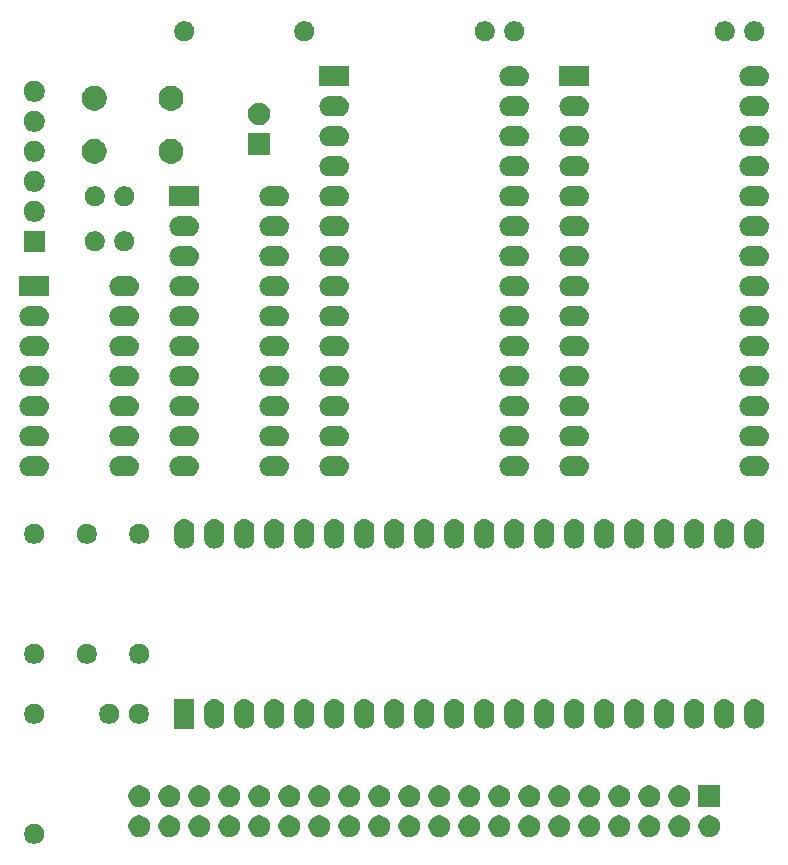
<source format=gbs>
G04 #@! TF.GenerationSoftware,KiCad,Pcbnew,5.1.5+dfsg1-2build2*
G04 #@! TF.CreationDate,2022-11-24T13:25:21+00:00*
G04 #@! TF.ProjectId,6502_SBC,36353032-5f53-4424-932e-6b696361645f,rev?*
G04 #@! TF.SameCoordinates,Original*
G04 #@! TF.FileFunction,Soldermask,Bot*
G04 #@! TF.FilePolarity,Negative*
%FSLAX46Y46*%
G04 Gerber Fmt 4.6, Leading zero omitted, Abs format (unit mm)*
G04 Created by KiCad (PCBNEW 5.1.5+dfsg1-2build2) date 2022-11-24 13:25:21*
%MOMM*%
%LPD*%
G04 APERTURE LIST*
%ADD10C,0.100000*%
G04 APERTURE END LIST*
D10*
G36*
X127324428Y-145231703D02*
G01*
X127479300Y-145295853D01*
X127618681Y-145388985D01*
X127737215Y-145507519D01*
X127830347Y-145646900D01*
X127894497Y-145801772D01*
X127927200Y-145966184D01*
X127927200Y-146133816D01*
X127894497Y-146298228D01*
X127830347Y-146453100D01*
X127737215Y-146592481D01*
X127618681Y-146711015D01*
X127479300Y-146804147D01*
X127324428Y-146868297D01*
X127160016Y-146901000D01*
X126992384Y-146901000D01*
X126827972Y-146868297D01*
X126673100Y-146804147D01*
X126533719Y-146711015D01*
X126415185Y-146592481D01*
X126322053Y-146453100D01*
X126257903Y-146298228D01*
X126225200Y-146133816D01*
X126225200Y-145966184D01*
X126257903Y-145801772D01*
X126322053Y-145646900D01*
X126415185Y-145507519D01*
X126533719Y-145388985D01*
X126673100Y-145295853D01*
X126827972Y-145231703D01*
X126992384Y-145199000D01*
X127160016Y-145199000D01*
X127324428Y-145231703D01*
G37*
G36*
X164172978Y-144535547D02*
G01*
X164339424Y-144604491D01*
X164489222Y-144704583D01*
X164616617Y-144831978D01*
X164716709Y-144981776D01*
X164785653Y-145148222D01*
X164820800Y-145324918D01*
X164820800Y-145505082D01*
X164785653Y-145681778D01*
X164716709Y-145848224D01*
X164616617Y-145998022D01*
X164489222Y-146125417D01*
X164339424Y-146225509D01*
X164172978Y-146294453D01*
X163996282Y-146329600D01*
X163816118Y-146329600D01*
X163639422Y-146294453D01*
X163472976Y-146225509D01*
X163323178Y-146125417D01*
X163195783Y-145998022D01*
X163095691Y-145848224D01*
X163026747Y-145681778D01*
X162991600Y-145505082D01*
X162991600Y-145324918D01*
X163026747Y-145148222D01*
X163095691Y-144981776D01*
X163195783Y-144831978D01*
X163323178Y-144704583D01*
X163472976Y-144604491D01*
X163639422Y-144535547D01*
X163816118Y-144500400D01*
X163996282Y-144500400D01*
X164172978Y-144535547D01*
G37*
G36*
X138772978Y-144535547D02*
G01*
X138939424Y-144604491D01*
X139089222Y-144704583D01*
X139216617Y-144831978D01*
X139316709Y-144981776D01*
X139385653Y-145148222D01*
X139420800Y-145324918D01*
X139420800Y-145505082D01*
X139385653Y-145681778D01*
X139316709Y-145848224D01*
X139216617Y-145998022D01*
X139089222Y-146125417D01*
X138939424Y-146225509D01*
X138772978Y-146294453D01*
X138596282Y-146329600D01*
X138416118Y-146329600D01*
X138239422Y-146294453D01*
X138072976Y-146225509D01*
X137923178Y-146125417D01*
X137795783Y-145998022D01*
X137695691Y-145848224D01*
X137626747Y-145681778D01*
X137591600Y-145505082D01*
X137591600Y-145324918D01*
X137626747Y-145148222D01*
X137695691Y-144981776D01*
X137795783Y-144831978D01*
X137923178Y-144704583D01*
X138072976Y-144604491D01*
X138239422Y-144535547D01*
X138416118Y-144500400D01*
X138596282Y-144500400D01*
X138772978Y-144535547D01*
G37*
G36*
X141312978Y-144535547D02*
G01*
X141479424Y-144604491D01*
X141629222Y-144704583D01*
X141756617Y-144831978D01*
X141856709Y-144981776D01*
X141925653Y-145148222D01*
X141960800Y-145324918D01*
X141960800Y-145505082D01*
X141925653Y-145681778D01*
X141856709Y-145848224D01*
X141756617Y-145998022D01*
X141629222Y-146125417D01*
X141479424Y-146225509D01*
X141312978Y-146294453D01*
X141136282Y-146329600D01*
X140956118Y-146329600D01*
X140779422Y-146294453D01*
X140612976Y-146225509D01*
X140463178Y-146125417D01*
X140335783Y-145998022D01*
X140235691Y-145848224D01*
X140166747Y-145681778D01*
X140131600Y-145505082D01*
X140131600Y-145324918D01*
X140166747Y-145148222D01*
X140235691Y-144981776D01*
X140335783Y-144831978D01*
X140463178Y-144704583D01*
X140612976Y-144604491D01*
X140779422Y-144535547D01*
X140956118Y-144500400D01*
X141136282Y-144500400D01*
X141312978Y-144535547D01*
G37*
G36*
X143852978Y-144535547D02*
G01*
X144019424Y-144604491D01*
X144169222Y-144704583D01*
X144296617Y-144831978D01*
X144396709Y-144981776D01*
X144465653Y-145148222D01*
X144500800Y-145324918D01*
X144500800Y-145505082D01*
X144465653Y-145681778D01*
X144396709Y-145848224D01*
X144296617Y-145998022D01*
X144169222Y-146125417D01*
X144019424Y-146225509D01*
X143852978Y-146294453D01*
X143676282Y-146329600D01*
X143496118Y-146329600D01*
X143319422Y-146294453D01*
X143152976Y-146225509D01*
X143003178Y-146125417D01*
X142875783Y-145998022D01*
X142775691Y-145848224D01*
X142706747Y-145681778D01*
X142671600Y-145505082D01*
X142671600Y-145324918D01*
X142706747Y-145148222D01*
X142775691Y-144981776D01*
X142875783Y-144831978D01*
X143003178Y-144704583D01*
X143152976Y-144604491D01*
X143319422Y-144535547D01*
X143496118Y-144500400D01*
X143676282Y-144500400D01*
X143852978Y-144535547D01*
G37*
G36*
X146392978Y-144535547D02*
G01*
X146559424Y-144604491D01*
X146709222Y-144704583D01*
X146836617Y-144831978D01*
X146936709Y-144981776D01*
X147005653Y-145148222D01*
X147040800Y-145324918D01*
X147040800Y-145505082D01*
X147005653Y-145681778D01*
X146936709Y-145848224D01*
X146836617Y-145998022D01*
X146709222Y-146125417D01*
X146559424Y-146225509D01*
X146392978Y-146294453D01*
X146216282Y-146329600D01*
X146036118Y-146329600D01*
X145859422Y-146294453D01*
X145692976Y-146225509D01*
X145543178Y-146125417D01*
X145415783Y-145998022D01*
X145315691Y-145848224D01*
X145246747Y-145681778D01*
X145211600Y-145505082D01*
X145211600Y-145324918D01*
X145246747Y-145148222D01*
X145315691Y-144981776D01*
X145415783Y-144831978D01*
X145543178Y-144704583D01*
X145692976Y-144604491D01*
X145859422Y-144535547D01*
X146036118Y-144500400D01*
X146216282Y-144500400D01*
X146392978Y-144535547D01*
G37*
G36*
X148932978Y-144535547D02*
G01*
X149099424Y-144604491D01*
X149249222Y-144704583D01*
X149376617Y-144831978D01*
X149476709Y-144981776D01*
X149545653Y-145148222D01*
X149580800Y-145324918D01*
X149580800Y-145505082D01*
X149545653Y-145681778D01*
X149476709Y-145848224D01*
X149376617Y-145998022D01*
X149249222Y-146125417D01*
X149099424Y-146225509D01*
X148932978Y-146294453D01*
X148756282Y-146329600D01*
X148576118Y-146329600D01*
X148399422Y-146294453D01*
X148232976Y-146225509D01*
X148083178Y-146125417D01*
X147955783Y-145998022D01*
X147855691Y-145848224D01*
X147786747Y-145681778D01*
X147751600Y-145505082D01*
X147751600Y-145324918D01*
X147786747Y-145148222D01*
X147855691Y-144981776D01*
X147955783Y-144831978D01*
X148083178Y-144704583D01*
X148232976Y-144604491D01*
X148399422Y-144535547D01*
X148576118Y-144500400D01*
X148756282Y-144500400D01*
X148932978Y-144535547D01*
G37*
G36*
X151472978Y-144535547D02*
G01*
X151639424Y-144604491D01*
X151789222Y-144704583D01*
X151916617Y-144831978D01*
X152016709Y-144981776D01*
X152085653Y-145148222D01*
X152120800Y-145324918D01*
X152120800Y-145505082D01*
X152085653Y-145681778D01*
X152016709Y-145848224D01*
X151916617Y-145998022D01*
X151789222Y-146125417D01*
X151639424Y-146225509D01*
X151472978Y-146294453D01*
X151296282Y-146329600D01*
X151116118Y-146329600D01*
X150939422Y-146294453D01*
X150772976Y-146225509D01*
X150623178Y-146125417D01*
X150495783Y-145998022D01*
X150395691Y-145848224D01*
X150326747Y-145681778D01*
X150291600Y-145505082D01*
X150291600Y-145324918D01*
X150326747Y-145148222D01*
X150395691Y-144981776D01*
X150495783Y-144831978D01*
X150623178Y-144704583D01*
X150772976Y-144604491D01*
X150939422Y-144535547D01*
X151116118Y-144500400D01*
X151296282Y-144500400D01*
X151472978Y-144535547D01*
G37*
G36*
X154012978Y-144535547D02*
G01*
X154179424Y-144604491D01*
X154329222Y-144704583D01*
X154456617Y-144831978D01*
X154556709Y-144981776D01*
X154625653Y-145148222D01*
X154660800Y-145324918D01*
X154660800Y-145505082D01*
X154625653Y-145681778D01*
X154556709Y-145848224D01*
X154456617Y-145998022D01*
X154329222Y-146125417D01*
X154179424Y-146225509D01*
X154012978Y-146294453D01*
X153836282Y-146329600D01*
X153656118Y-146329600D01*
X153479422Y-146294453D01*
X153312976Y-146225509D01*
X153163178Y-146125417D01*
X153035783Y-145998022D01*
X152935691Y-145848224D01*
X152866747Y-145681778D01*
X152831600Y-145505082D01*
X152831600Y-145324918D01*
X152866747Y-145148222D01*
X152935691Y-144981776D01*
X153035783Y-144831978D01*
X153163178Y-144704583D01*
X153312976Y-144604491D01*
X153479422Y-144535547D01*
X153656118Y-144500400D01*
X153836282Y-144500400D01*
X154012978Y-144535547D01*
G37*
G36*
X156552978Y-144535547D02*
G01*
X156719424Y-144604491D01*
X156869222Y-144704583D01*
X156996617Y-144831978D01*
X157096709Y-144981776D01*
X157165653Y-145148222D01*
X157200800Y-145324918D01*
X157200800Y-145505082D01*
X157165653Y-145681778D01*
X157096709Y-145848224D01*
X156996617Y-145998022D01*
X156869222Y-146125417D01*
X156719424Y-146225509D01*
X156552978Y-146294453D01*
X156376282Y-146329600D01*
X156196118Y-146329600D01*
X156019422Y-146294453D01*
X155852976Y-146225509D01*
X155703178Y-146125417D01*
X155575783Y-145998022D01*
X155475691Y-145848224D01*
X155406747Y-145681778D01*
X155371600Y-145505082D01*
X155371600Y-145324918D01*
X155406747Y-145148222D01*
X155475691Y-144981776D01*
X155575783Y-144831978D01*
X155703178Y-144704583D01*
X155852976Y-144604491D01*
X156019422Y-144535547D01*
X156196118Y-144500400D01*
X156376282Y-144500400D01*
X156552978Y-144535547D01*
G37*
G36*
X159092978Y-144535547D02*
G01*
X159259424Y-144604491D01*
X159409222Y-144704583D01*
X159536617Y-144831978D01*
X159636709Y-144981776D01*
X159705653Y-145148222D01*
X159740800Y-145324918D01*
X159740800Y-145505082D01*
X159705653Y-145681778D01*
X159636709Y-145848224D01*
X159536617Y-145998022D01*
X159409222Y-146125417D01*
X159259424Y-146225509D01*
X159092978Y-146294453D01*
X158916282Y-146329600D01*
X158736118Y-146329600D01*
X158559422Y-146294453D01*
X158392976Y-146225509D01*
X158243178Y-146125417D01*
X158115783Y-145998022D01*
X158015691Y-145848224D01*
X157946747Y-145681778D01*
X157911600Y-145505082D01*
X157911600Y-145324918D01*
X157946747Y-145148222D01*
X158015691Y-144981776D01*
X158115783Y-144831978D01*
X158243178Y-144704583D01*
X158392976Y-144604491D01*
X158559422Y-144535547D01*
X158736118Y-144500400D01*
X158916282Y-144500400D01*
X159092978Y-144535547D01*
G37*
G36*
X136232978Y-144535547D02*
G01*
X136399424Y-144604491D01*
X136549222Y-144704583D01*
X136676617Y-144831978D01*
X136776709Y-144981776D01*
X136845653Y-145148222D01*
X136880800Y-145324918D01*
X136880800Y-145505082D01*
X136845653Y-145681778D01*
X136776709Y-145848224D01*
X136676617Y-145998022D01*
X136549222Y-146125417D01*
X136399424Y-146225509D01*
X136232978Y-146294453D01*
X136056282Y-146329600D01*
X135876118Y-146329600D01*
X135699422Y-146294453D01*
X135532976Y-146225509D01*
X135383178Y-146125417D01*
X135255783Y-145998022D01*
X135155691Y-145848224D01*
X135086747Y-145681778D01*
X135051600Y-145505082D01*
X135051600Y-145324918D01*
X135086747Y-145148222D01*
X135155691Y-144981776D01*
X135255783Y-144831978D01*
X135383178Y-144704583D01*
X135532976Y-144604491D01*
X135699422Y-144535547D01*
X135876118Y-144500400D01*
X136056282Y-144500400D01*
X136232978Y-144535547D01*
G37*
G36*
X161632978Y-144535547D02*
G01*
X161799424Y-144604491D01*
X161949222Y-144704583D01*
X162076617Y-144831978D01*
X162176709Y-144981776D01*
X162245653Y-145148222D01*
X162280800Y-145324918D01*
X162280800Y-145505082D01*
X162245653Y-145681778D01*
X162176709Y-145848224D01*
X162076617Y-145998022D01*
X161949222Y-146125417D01*
X161799424Y-146225509D01*
X161632978Y-146294453D01*
X161456282Y-146329600D01*
X161276118Y-146329600D01*
X161099422Y-146294453D01*
X160932976Y-146225509D01*
X160783178Y-146125417D01*
X160655783Y-145998022D01*
X160555691Y-145848224D01*
X160486747Y-145681778D01*
X160451600Y-145505082D01*
X160451600Y-145324918D01*
X160486747Y-145148222D01*
X160555691Y-144981776D01*
X160655783Y-144831978D01*
X160783178Y-144704583D01*
X160932976Y-144604491D01*
X161099422Y-144535547D01*
X161276118Y-144500400D01*
X161456282Y-144500400D01*
X161632978Y-144535547D01*
G37*
G36*
X184492978Y-144535547D02*
G01*
X184659424Y-144604491D01*
X184809222Y-144704583D01*
X184936617Y-144831978D01*
X185036709Y-144981776D01*
X185105653Y-145148222D01*
X185140800Y-145324918D01*
X185140800Y-145505082D01*
X185105653Y-145681778D01*
X185036709Y-145848224D01*
X184936617Y-145998022D01*
X184809222Y-146125417D01*
X184659424Y-146225509D01*
X184492978Y-146294453D01*
X184316282Y-146329600D01*
X184136118Y-146329600D01*
X183959422Y-146294453D01*
X183792976Y-146225509D01*
X183643178Y-146125417D01*
X183515783Y-145998022D01*
X183415691Y-145848224D01*
X183346747Y-145681778D01*
X183311600Y-145505082D01*
X183311600Y-145324918D01*
X183346747Y-145148222D01*
X183415691Y-144981776D01*
X183515783Y-144831978D01*
X183643178Y-144704583D01*
X183792976Y-144604491D01*
X183959422Y-144535547D01*
X184136118Y-144500400D01*
X184316282Y-144500400D01*
X184492978Y-144535547D01*
G37*
G36*
X181952978Y-144535547D02*
G01*
X182119424Y-144604491D01*
X182269222Y-144704583D01*
X182396617Y-144831978D01*
X182496709Y-144981776D01*
X182565653Y-145148222D01*
X182600800Y-145324918D01*
X182600800Y-145505082D01*
X182565653Y-145681778D01*
X182496709Y-145848224D01*
X182396617Y-145998022D01*
X182269222Y-146125417D01*
X182119424Y-146225509D01*
X181952978Y-146294453D01*
X181776282Y-146329600D01*
X181596118Y-146329600D01*
X181419422Y-146294453D01*
X181252976Y-146225509D01*
X181103178Y-146125417D01*
X180975783Y-145998022D01*
X180875691Y-145848224D01*
X180806747Y-145681778D01*
X180771600Y-145505082D01*
X180771600Y-145324918D01*
X180806747Y-145148222D01*
X180875691Y-144981776D01*
X180975783Y-144831978D01*
X181103178Y-144704583D01*
X181252976Y-144604491D01*
X181419422Y-144535547D01*
X181596118Y-144500400D01*
X181776282Y-144500400D01*
X181952978Y-144535547D01*
G37*
G36*
X179412978Y-144535547D02*
G01*
X179579424Y-144604491D01*
X179729222Y-144704583D01*
X179856617Y-144831978D01*
X179956709Y-144981776D01*
X180025653Y-145148222D01*
X180060800Y-145324918D01*
X180060800Y-145505082D01*
X180025653Y-145681778D01*
X179956709Y-145848224D01*
X179856617Y-145998022D01*
X179729222Y-146125417D01*
X179579424Y-146225509D01*
X179412978Y-146294453D01*
X179236282Y-146329600D01*
X179056118Y-146329600D01*
X178879422Y-146294453D01*
X178712976Y-146225509D01*
X178563178Y-146125417D01*
X178435783Y-145998022D01*
X178335691Y-145848224D01*
X178266747Y-145681778D01*
X178231600Y-145505082D01*
X178231600Y-145324918D01*
X178266747Y-145148222D01*
X178335691Y-144981776D01*
X178435783Y-144831978D01*
X178563178Y-144704583D01*
X178712976Y-144604491D01*
X178879422Y-144535547D01*
X179056118Y-144500400D01*
X179236282Y-144500400D01*
X179412978Y-144535547D01*
G37*
G36*
X176872978Y-144535547D02*
G01*
X177039424Y-144604491D01*
X177189222Y-144704583D01*
X177316617Y-144831978D01*
X177416709Y-144981776D01*
X177485653Y-145148222D01*
X177520800Y-145324918D01*
X177520800Y-145505082D01*
X177485653Y-145681778D01*
X177416709Y-145848224D01*
X177316617Y-145998022D01*
X177189222Y-146125417D01*
X177039424Y-146225509D01*
X176872978Y-146294453D01*
X176696282Y-146329600D01*
X176516118Y-146329600D01*
X176339422Y-146294453D01*
X176172976Y-146225509D01*
X176023178Y-146125417D01*
X175895783Y-145998022D01*
X175795691Y-145848224D01*
X175726747Y-145681778D01*
X175691600Y-145505082D01*
X175691600Y-145324918D01*
X175726747Y-145148222D01*
X175795691Y-144981776D01*
X175895783Y-144831978D01*
X176023178Y-144704583D01*
X176172976Y-144604491D01*
X176339422Y-144535547D01*
X176516118Y-144500400D01*
X176696282Y-144500400D01*
X176872978Y-144535547D01*
G37*
G36*
X174332978Y-144535547D02*
G01*
X174499424Y-144604491D01*
X174649222Y-144704583D01*
X174776617Y-144831978D01*
X174876709Y-144981776D01*
X174945653Y-145148222D01*
X174980800Y-145324918D01*
X174980800Y-145505082D01*
X174945653Y-145681778D01*
X174876709Y-145848224D01*
X174776617Y-145998022D01*
X174649222Y-146125417D01*
X174499424Y-146225509D01*
X174332978Y-146294453D01*
X174156282Y-146329600D01*
X173976118Y-146329600D01*
X173799422Y-146294453D01*
X173632976Y-146225509D01*
X173483178Y-146125417D01*
X173355783Y-145998022D01*
X173255691Y-145848224D01*
X173186747Y-145681778D01*
X173151600Y-145505082D01*
X173151600Y-145324918D01*
X173186747Y-145148222D01*
X173255691Y-144981776D01*
X173355783Y-144831978D01*
X173483178Y-144704583D01*
X173632976Y-144604491D01*
X173799422Y-144535547D01*
X173976118Y-144500400D01*
X174156282Y-144500400D01*
X174332978Y-144535547D01*
G37*
G36*
X171792978Y-144535547D02*
G01*
X171959424Y-144604491D01*
X172109222Y-144704583D01*
X172236617Y-144831978D01*
X172336709Y-144981776D01*
X172405653Y-145148222D01*
X172440800Y-145324918D01*
X172440800Y-145505082D01*
X172405653Y-145681778D01*
X172336709Y-145848224D01*
X172236617Y-145998022D01*
X172109222Y-146125417D01*
X171959424Y-146225509D01*
X171792978Y-146294453D01*
X171616282Y-146329600D01*
X171436118Y-146329600D01*
X171259422Y-146294453D01*
X171092976Y-146225509D01*
X170943178Y-146125417D01*
X170815783Y-145998022D01*
X170715691Y-145848224D01*
X170646747Y-145681778D01*
X170611600Y-145505082D01*
X170611600Y-145324918D01*
X170646747Y-145148222D01*
X170715691Y-144981776D01*
X170815783Y-144831978D01*
X170943178Y-144704583D01*
X171092976Y-144604491D01*
X171259422Y-144535547D01*
X171436118Y-144500400D01*
X171616282Y-144500400D01*
X171792978Y-144535547D01*
G37*
G36*
X169252978Y-144535547D02*
G01*
X169419424Y-144604491D01*
X169569222Y-144704583D01*
X169696617Y-144831978D01*
X169796709Y-144981776D01*
X169865653Y-145148222D01*
X169900800Y-145324918D01*
X169900800Y-145505082D01*
X169865653Y-145681778D01*
X169796709Y-145848224D01*
X169696617Y-145998022D01*
X169569222Y-146125417D01*
X169419424Y-146225509D01*
X169252978Y-146294453D01*
X169076282Y-146329600D01*
X168896118Y-146329600D01*
X168719422Y-146294453D01*
X168552976Y-146225509D01*
X168403178Y-146125417D01*
X168275783Y-145998022D01*
X168175691Y-145848224D01*
X168106747Y-145681778D01*
X168071600Y-145505082D01*
X168071600Y-145324918D01*
X168106747Y-145148222D01*
X168175691Y-144981776D01*
X168275783Y-144831978D01*
X168403178Y-144704583D01*
X168552976Y-144604491D01*
X168719422Y-144535547D01*
X168896118Y-144500400D01*
X169076282Y-144500400D01*
X169252978Y-144535547D01*
G37*
G36*
X166712978Y-144535547D02*
G01*
X166879424Y-144604491D01*
X167029222Y-144704583D01*
X167156617Y-144831978D01*
X167256709Y-144981776D01*
X167325653Y-145148222D01*
X167360800Y-145324918D01*
X167360800Y-145505082D01*
X167325653Y-145681778D01*
X167256709Y-145848224D01*
X167156617Y-145998022D01*
X167029222Y-146125417D01*
X166879424Y-146225509D01*
X166712978Y-146294453D01*
X166536282Y-146329600D01*
X166356118Y-146329600D01*
X166179422Y-146294453D01*
X166012976Y-146225509D01*
X165863178Y-146125417D01*
X165735783Y-145998022D01*
X165635691Y-145848224D01*
X165566747Y-145681778D01*
X165531600Y-145505082D01*
X165531600Y-145324918D01*
X165566747Y-145148222D01*
X165635691Y-144981776D01*
X165735783Y-144831978D01*
X165863178Y-144704583D01*
X166012976Y-144604491D01*
X166179422Y-144535547D01*
X166356118Y-144500400D01*
X166536282Y-144500400D01*
X166712978Y-144535547D01*
G37*
G36*
X164172978Y-141995547D02*
G01*
X164339424Y-142064491D01*
X164489222Y-142164583D01*
X164616617Y-142291978D01*
X164716709Y-142441776D01*
X164785653Y-142608222D01*
X164820800Y-142784918D01*
X164820800Y-142965082D01*
X164785653Y-143141778D01*
X164716709Y-143308224D01*
X164616617Y-143458022D01*
X164489222Y-143585417D01*
X164339424Y-143685509D01*
X164172978Y-143754453D01*
X163996282Y-143789600D01*
X163816118Y-143789600D01*
X163639422Y-143754453D01*
X163472976Y-143685509D01*
X163323178Y-143585417D01*
X163195783Y-143458022D01*
X163095691Y-143308224D01*
X163026747Y-143141778D01*
X162991600Y-142965082D01*
X162991600Y-142784918D01*
X163026747Y-142608222D01*
X163095691Y-142441776D01*
X163195783Y-142291978D01*
X163323178Y-142164583D01*
X163472976Y-142064491D01*
X163639422Y-141995547D01*
X163816118Y-141960400D01*
X163996282Y-141960400D01*
X164172978Y-141995547D01*
G37*
G36*
X136232978Y-141995547D02*
G01*
X136399424Y-142064491D01*
X136549222Y-142164583D01*
X136676617Y-142291978D01*
X136776709Y-142441776D01*
X136845653Y-142608222D01*
X136880800Y-142784918D01*
X136880800Y-142965082D01*
X136845653Y-143141778D01*
X136776709Y-143308224D01*
X136676617Y-143458022D01*
X136549222Y-143585417D01*
X136399424Y-143685509D01*
X136232978Y-143754453D01*
X136056282Y-143789600D01*
X135876118Y-143789600D01*
X135699422Y-143754453D01*
X135532976Y-143685509D01*
X135383178Y-143585417D01*
X135255783Y-143458022D01*
X135155691Y-143308224D01*
X135086747Y-143141778D01*
X135051600Y-142965082D01*
X135051600Y-142784918D01*
X135086747Y-142608222D01*
X135155691Y-142441776D01*
X135255783Y-142291978D01*
X135383178Y-142164583D01*
X135532976Y-142064491D01*
X135699422Y-141995547D01*
X135876118Y-141960400D01*
X136056282Y-141960400D01*
X136232978Y-141995547D01*
G37*
G36*
X138772978Y-141995547D02*
G01*
X138939424Y-142064491D01*
X139089222Y-142164583D01*
X139216617Y-142291978D01*
X139316709Y-142441776D01*
X139385653Y-142608222D01*
X139420800Y-142784918D01*
X139420800Y-142965082D01*
X139385653Y-143141778D01*
X139316709Y-143308224D01*
X139216617Y-143458022D01*
X139089222Y-143585417D01*
X138939424Y-143685509D01*
X138772978Y-143754453D01*
X138596282Y-143789600D01*
X138416118Y-143789600D01*
X138239422Y-143754453D01*
X138072976Y-143685509D01*
X137923178Y-143585417D01*
X137795783Y-143458022D01*
X137695691Y-143308224D01*
X137626747Y-143141778D01*
X137591600Y-142965082D01*
X137591600Y-142784918D01*
X137626747Y-142608222D01*
X137695691Y-142441776D01*
X137795783Y-142291978D01*
X137923178Y-142164583D01*
X138072976Y-142064491D01*
X138239422Y-141995547D01*
X138416118Y-141960400D01*
X138596282Y-141960400D01*
X138772978Y-141995547D01*
G37*
G36*
X141312978Y-141995547D02*
G01*
X141479424Y-142064491D01*
X141629222Y-142164583D01*
X141756617Y-142291978D01*
X141856709Y-142441776D01*
X141925653Y-142608222D01*
X141960800Y-142784918D01*
X141960800Y-142965082D01*
X141925653Y-143141778D01*
X141856709Y-143308224D01*
X141756617Y-143458022D01*
X141629222Y-143585417D01*
X141479424Y-143685509D01*
X141312978Y-143754453D01*
X141136282Y-143789600D01*
X140956118Y-143789600D01*
X140779422Y-143754453D01*
X140612976Y-143685509D01*
X140463178Y-143585417D01*
X140335783Y-143458022D01*
X140235691Y-143308224D01*
X140166747Y-143141778D01*
X140131600Y-142965082D01*
X140131600Y-142784918D01*
X140166747Y-142608222D01*
X140235691Y-142441776D01*
X140335783Y-142291978D01*
X140463178Y-142164583D01*
X140612976Y-142064491D01*
X140779422Y-141995547D01*
X140956118Y-141960400D01*
X141136282Y-141960400D01*
X141312978Y-141995547D01*
G37*
G36*
X143852978Y-141995547D02*
G01*
X144019424Y-142064491D01*
X144169222Y-142164583D01*
X144296617Y-142291978D01*
X144396709Y-142441776D01*
X144465653Y-142608222D01*
X144500800Y-142784918D01*
X144500800Y-142965082D01*
X144465653Y-143141778D01*
X144396709Y-143308224D01*
X144296617Y-143458022D01*
X144169222Y-143585417D01*
X144019424Y-143685509D01*
X143852978Y-143754453D01*
X143676282Y-143789600D01*
X143496118Y-143789600D01*
X143319422Y-143754453D01*
X143152976Y-143685509D01*
X143003178Y-143585417D01*
X142875783Y-143458022D01*
X142775691Y-143308224D01*
X142706747Y-143141778D01*
X142671600Y-142965082D01*
X142671600Y-142784918D01*
X142706747Y-142608222D01*
X142775691Y-142441776D01*
X142875783Y-142291978D01*
X143003178Y-142164583D01*
X143152976Y-142064491D01*
X143319422Y-141995547D01*
X143496118Y-141960400D01*
X143676282Y-141960400D01*
X143852978Y-141995547D01*
G37*
G36*
X146392978Y-141995547D02*
G01*
X146559424Y-142064491D01*
X146709222Y-142164583D01*
X146836617Y-142291978D01*
X146936709Y-142441776D01*
X147005653Y-142608222D01*
X147040800Y-142784918D01*
X147040800Y-142965082D01*
X147005653Y-143141778D01*
X146936709Y-143308224D01*
X146836617Y-143458022D01*
X146709222Y-143585417D01*
X146559424Y-143685509D01*
X146392978Y-143754453D01*
X146216282Y-143789600D01*
X146036118Y-143789600D01*
X145859422Y-143754453D01*
X145692976Y-143685509D01*
X145543178Y-143585417D01*
X145415783Y-143458022D01*
X145315691Y-143308224D01*
X145246747Y-143141778D01*
X145211600Y-142965082D01*
X145211600Y-142784918D01*
X145246747Y-142608222D01*
X145315691Y-142441776D01*
X145415783Y-142291978D01*
X145543178Y-142164583D01*
X145692976Y-142064491D01*
X145859422Y-141995547D01*
X146036118Y-141960400D01*
X146216282Y-141960400D01*
X146392978Y-141995547D01*
G37*
G36*
X148932978Y-141995547D02*
G01*
X149099424Y-142064491D01*
X149249222Y-142164583D01*
X149376617Y-142291978D01*
X149476709Y-142441776D01*
X149545653Y-142608222D01*
X149580800Y-142784918D01*
X149580800Y-142965082D01*
X149545653Y-143141778D01*
X149476709Y-143308224D01*
X149376617Y-143458022D01*
X149249222Y-143585417D01*
X149099424Y-143685509D01*
X148932978Y-143754453D01*
X148756282Y-143789600D01*
X148576118Y-143789600D01*
X148399422Y-143754453D01*
X148232976Y-143685509D01*
X148083178Y-143585417D01*
X147955783Y-143458022D01*
X147855691Y-143308224D01*
X147786747Y-143141778D01*
X147751600Y-142965082D01*
X147751600Y-142784918D01*
X147786747Y-142608222D01*
X147855691Y-142441776D01*
X147955783Y-142291978D01*
X148083178Y-142164583D01*
X148232976Y-142064491D01*
X148399422Y-141995547D01*
X148576118Y-141960400D01*
X148756282Y-141960400D01*
X148932978Y-141995547D01*
G37*
G36*
X154012978Y-141995547D02*
G01*
X154179424Y-142064491D01*
X154329222Y-142164583D01*
X154456617Y-142291978D01*
X154556709Y-142441776D01*
X154625653Y-142608222D01*
X154660800Y-142784918D01*
X154660800Y-142965082D01*
X154625653Y-143141778D01*
X154556709Y-143308224D01*
X154456617Y-143458022D01*
X154329222Y-143585417D01*
X154179424Y-143685509D01*
X154012978Y-143754453D01*
X153836282Y-143789600D01*
X153656118Y-143789600D01*
X153479422Y-143754453D01*
X153312976Y-143685509D01*
X153163178Y-143585417D01*
X153035783Y-143458022D01*
X152935691Y-143308224D01*
X152866747Y-143141778D01*
X152831600Y-142965082D01*
X152831600Y-142784918D01*
X152866747Y-142608222D01*
X152935691Y-142441776D01*
X153035783Y-142291978D01*
X153163178Y-142164583D01*
X153312976Y-142064491D01*
X153479422Y-141995547D01*
X153656118Y-141960400D01*
X153836282Y-141960400D01*
X154012978Y-141995547D01*
G37*
G36*
X151472978Y-141995547D02*
G01*
X151639424Y-142064491D01*
X151789222Y-142164583D01*
X151916617Y-142291978D01*
X152016709Y-142441776D01*
X152085653Y-142608222D01*
X152120800Y-142784918D01*
X152120800Y-142965082D01*
X152085653Y-143141778D01*
X152016709Y-143308224D01*
X151916617Y-143458022D01*
X151789222Y-143585417D01*
X151639424Y-143685509D01*
X151472978Y-143754453D01*
X151296282Y-143789600D01*
X151116118Y-143789600D01*
X150939422Y-143754453D01*
X150772976Y-143685509D01*
X150623178Y-143585417D01*
X150495783Y-143458022D01*
X150395691Y-143308224D01*
X150326747Y-143141778D01*
X150291600Y-142965082D01*
X150291600Y-142784918D01*
X150326747Y-142608222D01*
X150395691Y-142441776D01*
X150495783Y-142291978D01*
X150623178Y-142164583D01*
X150772976Y-142064491D01*
X150939422Y-141995547D01*
X151116118Y-141960400D01*
X151296282Y-141960400D01*
X151472978Y-141995547D01*
G37*
G36*
X166712978Y-141995547D02*
G01*
X166879424Y-142064491D01*
X167029222Y-142164583D01*
X167156617Y-142291978D01*
X167256709Y-142441776D01*
X167325653Y-142608222D01*
X167360800Y-142784918D01*
X167360800Y-142965082D01*
X167325653Y-143141778D01*
X167256709Y-143308224D01*
X167156617Y-143458022D01*
X167029222Y-143585417D01*
X166879424Y-143685509D01*
X166712978Y-143754453D01*
X166536282Y-143789600D01*
X166356118Y-143789600D01*
X166179422Y-143754453D01*
X166012976Y-143685509D01*
X165863178Y-143585417D01*
X165735783Y-143458022D01*
X165635691Y-143308224D01*
X165566747Y-143141778D01*
X165531600Y-142965082D01*
X165531600Y-142784918D01*
X165566747Y-142608222D01*
X165635691Y-142441776D01*
X165735783Y-142291978D01*
X165863178Y-142164583D01*
X166012976Y-142064491D01*
X166179422Y-141995547D01*
X166356118Y-141960400D01*
X166536282Y-141960400D01*
X166712978Y-141995547D01*
G37*
G36*
X169252978Y-141995547D02*
G01*
X169419424Y-142064491D01*
X169569222Y-142164583D01*
X169696617Y-142291978D01*
X169796709Y-142441776D01*
X169865653Y-142608222D01*
X169900800Y-142784918D01*
X169900800Y-142965082D01*
X169865653Y-143141778D01*
X169796709Y-143308224D01*
X169696617Y-143458022D01*
X169569222Y-143585417D01*
X169419424Y-143685509D01*
X169252978Y-143754453D01*
X169076282Y-143789600D01*
X168896118Y-143789600D01*
X168719422Y-143754453D01*
X168552976Y-143685509D01*
X168403178Y-143585417D01*
X168275783Y-143458022D01*
X168175691Y-143308224D01*
X168106747Y-143141778D01*
X168071600Y-142965082D01*
X168071600Y-142784918D01*
X168106747Y-142608222D01*
X168175691Y-142441776D01*
X168275783Y-142291978D01*
X168403178Y-142164583D01*
X168552976Y-142064491D01*
X168719422Y-141995547D01*
X168896118Y-141960400D01*
X169076282Y-141960400D01*
X169252978Y-141995547D01*
G37*
G36*
X161632978Y-141995547D02*
G01*
X161799424Y-142064491D01*
X161949222Y-142164583D01*
X162076617Y-142291978D01*
X162176709Y-142441776D01*
X162245653Y-142608222D01*
X162280800Y-142784918D01*
X162280800Y-142965082D01*
X162245653Y-143141778D01*
X162176709Y-143308224D01*
X162076617Y-143458022D01*
X161949222Y-143585417D01*
X161799424Y-143685509D01*
X161632978Y-143754453D01*
X161456282Y-143789600D01*
X161276118Y-143789600D01*
X161099422Y-143754453D01*
X160932976Y-143685509D01*
X160783178Y-143585417D01*
X160655783Y-143458022D01*
X160555691Y-143308224D01*
X160486747Y-143141778D01*
X160451600Y-142965082D01*
X160451600Y-142784918D01*
X160486747Y-142608222D01*
X160555691Y-142441776D01*
X160655783Y-142291978D01*
X160783178Y-142164583D01*
X160932976Y-142064491D01*
X161099422Y-141995547D01*
X161276118Y-141960400D01*
X161456282Y-141960400D01*
X161632978Y-141995547D01*
G37*
G36*
X171792978Y-141995547D02*
G01*
X171959424Y-142064491D01*
X172109222Y-142164583D01*
X172236617Y-142291978D01*
X172336709Y-142441776D01*
X172405653Y-142608222D01*
X172440800Y-142784918D01*
X172440800Y-142965082D01*
X172405653Y-143141778D01*
X172336709Y-143308224D01*
X172236617Y-143458022D01*
X172109222Y-143585417D01*
X171959424Y-143685509D01*
X171792978Y-143754453D01*
X171616282Y-143789600D01*
X171436118Y-143789600D01*
X171259422Y-143754453D01*
X171092976Y-143685509D01*
X170943178Y-143585417D01*
X170815783Y-143458022D01*
X170715691Y-143308224D01*
X170646747Y-143141778D01*
X170611600Y-142965082D01*
X170611600Y-142784918D01*
X170646747Y-142608222D01*
X170715691Y-142441776D01*
X170815783Y-142291978D01*
X170943178Y-142164583D01*
X171092976Y-142064491D01*
X171259422Y-141995547D01*
X171436118Y-141960400D01*
X171616282Y-141960400D01*
X171792978Y-141995547D01*
G37*
G36*
X176872978Y-141995547D02*
G01*
X177039424Y-142064491D01*
X177189222Y-142164583D01*
X177316617Y-142291978D01*
X177416709Y-142441776D01*
X177485653Y-142608222D01*
X177520800Y-142784918D01*
X177520800Y-142965082D01*
X177485653Y-143141778D01*
X177416709Y-143308224D01*
X177316617Y-143458022D01*
X177189222Y-143585417D01*
X177039424Y-143685509D01*
X176872978Y-143754453D01*
X176696282Y-143789600D01*
X176516118Y-143789600D01*
X176339422Y-143754453D01*
X176172976Y-143685509D01*
X176023178Y-143585417D01*
X175895783Y-143458022D01*
X175795691Y-143308224D01*
X175726747Y-143141778D01*
X175691600Y-142965082D01*
X175691600Y-142784918D01*
X175726747Y-142608222D01*
X175795691Y-142441776D01*
X175895783Y-142291978D01*
X176023178Y-142164583D01*
X176172976Y-142064491D01*
X176339422Y-141995547D01*
X176516118Y-141960400D01*
X176696282Y-141960400D01*
X176872978Y-141995547D01*
G37*
G36*
X159092978Y-141995547D02*
G01*
X159259424Y-142064491D01*
X159409222Y-142164583D01*
X159536617Y-142291978D01*
X159636709Y-142441776D01*
X159705653Y-142608222D01*
X159740800Y-142784918D01*
X159740800Y-142965082D01*
X159705653Y-143141778D01*
X159636709Y-143308224D01*
X159536617Y-143458022D01*
X159409222Y-143585417D01*
X159259424Y-143685509D01*
X159092978Y-143754453D01*
X158916282Y-143789600D01*
X158736118Y-143789600D01*
X158559422Y-143754453D01*
X158392976Y-143685509D01*
X158243178Y-143585417D01*
X158115783Y-143458022D01*
X158015691Y-143308224D01*
X157946747Y-143141778D01*
X157911600Y-142965082D01*
X157911600Y-142784918D01*
X157946747Y-142608222D01*
X158015691Y-142441776D01*
X158115783Y-142291978D01*
X158243178Y-142164583D01*
X158392976Y-142064491D01*
X158559422Y-141995547D01*
X158736118Y-141960400D01*
X158916282Y-141960400D01*
X159092978Y-141995547D01*
G37*
G36*
X179412978Y-141995547D02*
G01*
X179579424Y-142064491D01*
X179729222Y-142164583D01*
X179856617Y-142291978D01*
X179956709Y-142441776D01*
X180025653Y-142608222D01*
X180060800Y-142784918D01*
X180060800Y-142965082D01*
X180025653Y-143141778D01*
X179956709Y-143308224D01*
X179856617Y-143458022D01*
X179729222Y-143585417D01*
X179579424Y-143685509D01*
X179412978Y-143754453D01*
X179236282Y-143789600D01*
X179056118Y-143789600D01*
X178879422Y-143754453D01*
X178712976Y-143685509D01*
X178563178Y-143585417D01*
X178435783Y-143458022D01*
X178335691Y-143308224D01*
X178266747Y-143141778D01*
X178231600Y-142965082D01*
X178231600Y-142784918D01*
X178266747Y-142608222D01*
X178335691Y-142441776D01*
X178435783Y-142291978D01*
X178563178Y-142164583D01*
X178712976Y-142064491D01*
X178879422Y-141995547D01*
X179056118Y-141960400D01*
X179236282Y-141960400D01*
X179412978Y-141995547D01*
G37*
G36*
X156552978Y-141995547D02*
G01*
X156719424Y-142064491D01*
X156869222Y-142164583D01*
X156996617Y-142291978D01*
X157096709Y-142441776D01*
X157165653Y-142608222D01*
X157200800Y-142784918D01*
X157200800Y-142965082D01*
X157165653Y-143141778D01*
X157096709Y-143308224D01*
X156996617Y-143458022D01*
X156869222Y-143585417D01*
X156719424Y-143685509D01*
X156552978Y-143754453D01*
X156376282Y-143789600D01*
X156196118Y-143789600D01*
X156019422Y-143754453D01*
X155852976Y-143685509D01*
X155703178Y-143585417D01*
X155575783Y-143458022D01*
X155475691Y-143308224D01*
X155406747Y-143141778D01*
X155371600Y-142965082D01*
X155371600Y-142784918D01*
X155406747Y-142608222D01*
X155475691Y-142441776D01*
X155575783Y-142291978D01*
X155703178Y-142164583D01*
X155852976Y-142064491D01*
X156019422Y-141995547D01*
X156196118Y-141960400D01*
X156376282Y-141960400D01*
X156552978Y-141995547D01*
G37*
G36*
X181952978Y-141995547D02*
G01*
X182119424Y-142064491D01*
X182269222Y-142164583D01*
X182396617Y-142291978D01*
X182496709Y-142441776D01*
X182565653Y-142608222D01*
X182600800Y-142784918D01*
X182600800Y-142965082D01*
X182565653Y-143141778D01*
X182496709Y-143308224D01*
X182396617Y-143458022D01*
X182269222Y-143585417D01*
X182119424Y-143685509D01*
X181952978Y-143754453D01*
X181776282Y-143789600D01*
X181596118Y-143789600D01*
X181419422Y-143754453D01*
X181252976Y-143685509D01*
X181103178Y-143585417D01*
X180975783Y-143458022D01*
X180875691Y-143308224D01*
X180806747Y-143141778D01*
X180771600Y-142965082D01*
X180771600Y-142784918D01*
X180806747Y-142608222D01*
X180875691Y-142441776D01*
X180975783Y-142291978D01*
X181103178Y-142164583D01*
X181252976Y-142064491D01*
X181419422Y-141995547D01*
X181596118Y-141960400D01*
X181776282Y-141960400D01*
X181952978Y-141995547D01*
G37*
G36*
X185140800Y-143789600D02*
G01*
X183311600Y-143789600D01*
X183311600Y-141960400D01*
X185140800Y-141960400D01*
X185140800Y-143789600D01*
G37*
G36*
X174332978Y-141995547D02*
G01*
X174499424Y-142064491D01*
X174649222Y-142164583D01*
X174776617Y-142291978D01*
X174876709Y-142441776D01*
X174945653Y-142608222D01*
X174980800Y-142784918D01*
X174980800Y-142965082D01*
X174945653Y-143141778D01*
X174876709Y-143308224D01*
X174776617Y-143458022D01*
X174649222Y-143585417D01*
X174499424Y-143685509D01*
X174332978Y-143754453D01*
X174156282Y-143789600D01*
X173976118Y-143789600D01*
X173799422Y-143754453D01*
X173632976Y-143685509D01*
X173483178Y-143585417D01*
X173355783Y-143458022D01*
X173255691Y-143308224D01*
X173186747Y-143141778D01*
X173151600Y-142965082D01*
X173151600Y-142784918D01*
X173186747Y-142608222D01*
X173255691Y-142441776D01*
X173355783Y-142291978D01*
X173483178Y-142164583D01*
X173632976Y-142064491D01*
X173799422Y-141995547D01*
X173976118Y-141960400D01*
X174156282Y-141960400D01*
X174332978Y-141995547D01*
G37*
G36*
X160263022Y-134651313D02*
G01*
X160423441Y-134699976D01*
X160571277Y-134778995D01*
X160700859Y-134885341D01*
X160807204Y-135014922D01*
X160807205Y-135014924D01*
X160886224Y-135162758D01*
X160934887Y-135323177D01*
X160947200Y-135448196D01*
X160947200Y-136331803D01*
X160934887Y-136456822D01*
X160886224Y-136617242D01*
X160871842Y-136644148D01*
X160807204Y-136765078D01*
X160700859Y-136894659D01*
X160571278Y-137001004D01*
X160571276Y-137001005D01*
X160423442Y-137080024D01*
X160263023Y-137128687D01*
X160096200Y-137145117D01*
X159929378Y-137128687D01*
X159768959Y-137080024D01*
X159621125Y-137001005D01*
X159621123Y-137001004D01*
X159491542Y-136894659D01*
X159385197Y-136765078D01*
X159320559Y-136644148D01*
X159306177Y-136617242D01*
X159257514Y-136456823D01*
X159245200Y-136331803D01*
X159245200Y-135448197D01*
X159257513Y-135323178D01*
X159306176Y-135162759D01*
X159385195Y-135014923D01*
X159491541Y-134885341D01*
X159621122Y-134778996D01*
X159636294Y-134770886D01*
X159768958Y-134699976D01*
X159929377Y-134651313D01*
X160096200Y-134634883D01*
X160263022Y-134651313D01*
G37*
G36*
X142483022Y-134651313D02*
G01*
X142643441Y-134699976D01*
X142791277Y-134778995D01*
X142920859Y-134885341D01*
X143027204Y-135014922D01*
X143027205Y-135014924D01*
X143106224Y-135162758D01*
X143154887Y-135323177D01*
X143167200Y-135448196D01*
X143167200Y-136331803D01*
X143154887Y-136456822D01*
X143106224Y-136617242D01*
X143091842Y-136644148D01*
X143027204Y-136765078D01*
X142920859Y-136894659D01*
X142791278Y-137001004D01*
X142791276Y-137001005D01*
X142643442Y-137080024D01*
X142483023Y-137128687D01*
X142316200Y-137145117D01*
X142149378Y-137128687D01*
X141988959Y-137080024D01*
X141841125Y-137001005D01*
X141841123Y-137001004D01*
X141711542Y-136894659D01*
X141605197Y-136765078D01*
X141540559Y-136644148D01*
X141526177Y-136617242D01*
X141477514Y-136456823D01*
X141465200Y-136331803D01*
X141465200Y-135448197D01*
X141477513Y-135323178D01*
X141526176Y-135162759D01*
X141605195Y-135014923D01*
X141711541Y-134885341D01*
X141841122Y-134778996D01*
X141856294Y-134770886D01*
X141988958Y-134699976D01*
X142149377Y-134651313D01*
X142316200Y-134634883D01*
X142483022Y-134651313D01*
G37*
G36*
X167883022Y-134651313D02*
G01*
X168043441Y-134699976D01*
X168191277Y-134778995D01*
X168320859Y-134885341D01*
X168427204Y-135014922D01*
X168427205Y-135014924D01*
X168506224Y-135162758D01*
X168554887Y-135323177D01*
X168567200Y-135448196D01*
X168567200Y-136331803D01*
X168554887Y-136456822D01*
X168506224Y-136617242D01*
X168491842Y-136644148D01*
X168427204Y-136765078D01*
X168320859Y-136894659D01*
X168191278Y-137001004D01*
X168191276Y-137001005D01*
X168043442Y-137080024D01*
X167883023Y-137128687D01*
X167716200Y-137145117D01*
X167549378Y-137128687D01*
X167388959Y-137080024D01*
X167241125Y-137001005D01*
X167241123Y-137001004D01*
X167111542Y-136894659D01*
X167005197Y-136765078D01*
X166940559Y-136644148D01*
X166926177Y-136617242D01*
X166877514Y-136456823D01*
X166865200Y-136331803D01*
X166865200Y-135448197D01*
X166877513Y-135323178D01*
X166926176Y-135162759D01*
X167005195Y-135014923D01*
X167111541Y-134885341D01*
X167241122Y-134778996D01*
X167256294Y-134770886D01*
X167388958Y-134699976D01*
X167549377Y-134651313D01*
X167716200Y-134634883D01*
X167883022Y-134651313D01*
G37*
G36*
X170423022Y-134651313D02*
G01*
X170583441Y-134699976D01*
X170731277Y-134778995D01*
X170860859Y-134885341D01*
X170967204Y-135014922D01*
X170967205Y-135014924D01*
X171046224Y-135162758D01*
X171094887Y-135323177D01*
X171107200Y-135448196D01*
X171107200Y-136331803D01*
X171094887Y-136456822D01*
X171046224Y-136617242D01*
X171031842Y-136644148D01*
X170967204Y-136765078D01*
X170860859Y-136894659D01*
X170731278Y-137001004D01*
X170731276Y-137001005D01*
X170583442Y-137080024D01*
X170423023Y-137128687D01*
X170256200Y-137145117D01*
X170089378Y-137128687D01*
X169928959Y-137080024D01*
X169781125Y-137001005D01*
X169781123Y-137001004D01*
X169651542Y-136894659D01*
X169545197Y-136765078D01*
X169480559Y-136644148D01*
X169466177Y-136617242D01*
X169417514Y-136456823D01*
X169405200Y-136331803D01*
X169405200Y-135448197D01*
X169417513Y-135323178D01*
X169466176Y-135162759D01*
X169545195Y-135014923D01*
X169651541Y-134885341D01*
X169781122Y-134778996D01*
X169796294Y-134770886D01*
X169928958Y-134699976D01*
X170089377Y-134651313D01*
X170256200Y-134634883D01*
X170423022Y-134651313D01*
G37*
G36*
X172963022Y-134651313D02*
G01*
X173123441Y-134699976D01*
X173271277Y-134778995D01*
X173400859Y-134885341D01*
X173507204Y-135014922D01*
X173507205Y-135014924D01*
X173586224Y-135162758D01*
X173634887Y-135323177D01*
X173647200Y-135448196D01*
X173647200Y-136331803D01*
X173634887Y-136456822D01*
X173586224Y-136617242D01*
X173571842Y-136644148D01*
X173507204Y-136765078D01*
X173400859Y-136894659D01*
X173271278Y-137001004D01*
X173271276Y-137001005D01*
X173123442Y-137080024D01*
X172963023Y-137128687D01*
X172796200Y-137145117D01*
X172629378Y-137128687D01*
X172468959Y-137080024D01*
X172321125Y-137001005D01*
X172321123Y-137001004D01*
X172191542Y-136894659D01*
X172085197Y-136765078D01*
X172020559Y-136644148D01*
X172006177Y-136617242D01*
X171957514Y-136456823D01*
X171945200Y-136331803D01*
X171945200Y-135448197D01*
X171957513Y-135323178D01*
X172006176Y-135162759D01*
X172085195Y-135014923D01*
X172191541Y-134885341D01*
X172321122Y-134778996D01*
X172336294Y-134770886D01*
X172468958Y-134699976D01*
X172629377Y-134651313D01*
X172796200Y-134634883D01*
X172963022Y-134651313D01*
G37*
G36*
X178043022Y-134651313D02*
G01*
X178203441Y-134699976D01*
X178351277Y-134778995D01*
X178480859Y-134885341D01*
X178587204Y-135014922D01*
X178587205Y-135014924D01*
X178666224Y-135162758D01*
X178714887Y-135323177D01*
X178727200Y-135448196D01*
X178727200Y-136331803D01*
X178714887Y-136456822D01*
X178666224Y-136617242D01*
X178651842Y-136644148D01*
X178587204Y-136765078D01*
X178480859Y-136894659D01*
X178351278Y-137001004D01*
X178351276Y-137001005D01*
X178203442Y-137080024D01*
X178043023Y-137128687D01*
X177876200Y-137145117D01*
X177709378Y-137128687D01*
X177548959Y-137080024D01*
X177401125Y-137001005D01*
X177401123Y-137001004D01*
X177271542Y-136894659D01*
X177165197Y-136765078D01*
X177100559Y-136644148D01*
X177086177Y-136617242D01*
X177037514Y-136456823D01*
X177025200Y-136331803D01*
X177025200Y-135448197D01*
X177037513Y-135323178D01*
X177086176Y-135162759D01*
X177165195Y-135014923D01*
X177271541Y-134885341D01*
X177401122Y-134778996D01*
X177416294Y-134770886D01*
X177548958Y-134699976D01*
X177709377Y-134651313D01*
X177876200Y-134634883D01*
X178043022Y-134651313D01*
G37*
G36*
X180583022Y-134651313D02*
G01*
X180743441Y-134699976D01*
X180891277Y-134778995D01*
X181020859Y-134885341D01*
X181127204Y-135014922D01*
X181127205Y-135014924D01*
X181206224Y-135162758D01*
X181254887Y-135323177D01*
X181267200Y-135448196D01*
X181267200Y-136331803D01*
X181254887Y-136456822D01*
X181206224Y-136617242D01*
X181191842Y-136644148D01*
X181127204Y-136765078D01*
X181020859Y-136894659D01*
X180891278Y-137001004D01*
X180891276Y-137001005D01*
X180743442Y-137080024D01*
X180583023Y-137128687D01*
X180416200Y-137145117D01*
X180249378Y-137128687D01*
X180088959Y-137080024D01*
X179941125Y-137001005D01*
X179941123Y-137001004D01*
X179811542Y-136894659D01*
X179705197Y-136765078D01*
X179640559Y-136644148D01*
X179626177Y-136617242D01*
X179577514Y-136456823D01*
X179565200Y-136331803D01*
X179565200Y-135448197D01*
X179577513Y-135323178D01*
X179626176Y-135162759D01*
X179705195Y-135014923D01*
X179811541Y-134885341D01*
X179941122Y-134778996D01*
X179956294Y-134770886D01*
X180088958Y-134699976D01*
X180249377Y-134651313D01*
X180416200Y-134634883D01*
X180583022Y-134651313D01*
G37*
G36*
X183123022Y-134651313D02*
G01*
X183283441Y-134699976D01*
X183431277Y-134778995D01*
X183560859Y-134885341D01*
X183667204Y-135014922D01*
X183667205Y-135014924D01*
X183746224Y-135162758D01*
X183794887Y-135323177D01*
X183807200Y-135448196D01*
X183807200Y-136331803D01*
X183794887Y-136456822D01*
X183746224Y-136617242D01*
X183731842Y-136644148D01*
X183667204Y-136765078D01*
X183560859Y-136894659D01*
X183431278Y-137001004D01*
X183431276Y-137001005D01*
X183283442Y-137080024D01*
X183123023Y-137128687D01*
X182956200Y-137145117D01*
X182789378Y-137128687D01*
X182628959Y-137080024D01*
X182481125Y-137001005D01*
X182481123Y-137001004D01*
X182351542Y-136894659D01*
X182245197Y-136765078D01*
X182180559Y-136644148D01*
X182166177Y-136617242D01*
X182117514Y-136456823D01*
X182105200Y-136331803D01*
X182105200Y-135448197D01*
X182117513Y-135323178D01*
X182166176Y-135162759D01*
X182245195Y-135014923D01*
X182351541Y-134885341D01*
X182481122Y-134778996D01*
X182496294Y-134770886D01*
X182628958Y-134699976D01*
X182789377Y-134651313D01*
X182956200Y-134634883D01*
X183123022Y-134651313D01*
G37*
G36*
X175503022Y-134651313D02*
G01*
X175663441Y-134699976D01*
X175811277Y-134778995D01*
X175940859Y-134885341D01*
X176047204Y-135014922D01*
X176047205Y-135014924D01*
X176126224Y-135162758D01*
X176174887Y-135323177D01*
X176187200Y-135448196D01*
X176187200Y-136331803D01*
X176174887Y-136456822D01*
X176126224Y-136617242D01*
X176111842Y-136644148D01*
X176047204Y-136765078D01*
X175940859Y-136894659D01*
X175811278Y-137001004D01*
X175811276Y-137001005D01*
X175663442Y-137080024D01*
X175503023Y-137128687D01*
X175336200Y-137145117D01*
X175169378Y-137128687D01*
X175008959Y-137080024D01*
X174861125Y-137001005D01*
X174861123Y-137001004D01*
X174731542Y-136894659D01*
X174625197Y-136765078D01*
X174560559Y-136644148D01*
X174546177Y-136617242D01*
X174497514Y-136456823D01*
X174485200Y-136331803D01*
X174485200Y-135448197D01*
X174497513Y-135323178D01*
X174546176Y-135162759D01*
X174625195Y-135014923D01*
X174731541Y-134885341D01*
X174861122Y-134778996D01*
X174876294Y-134770886D01*
X175008958Y-134699976D01*
X175169377Y-134651313D01*
X175336200Y-134634883D01*
X175503022Y-134651313D01*
G37*
G36*
X155183022Y-134651313D02*
G01*
X155343441Y-134699976D01*
X155491277Y-134778995D01*
X155620859Y-134885341D01*
X155727204Y-135014922D01*
X155727205Y-135014924D01*
X155806224Y-135162758D01*
X155854887Y-135323177D01*
X155867200Y-135448196D01*
X155867200Y-136331803D01*
X155854887Y-136456822D01*
X155806224Y-136617242D01*
X155791842Y-136644148D01*
X155727204Y-136765078D01*
X155620859Y-136894659D01*
X155491278Y-137001004D01*
X155491276Y-137001005D01*
X155343442Y-137080024D01*
X155183023Y-137128687D01*
X155016200Y-137145117D01*
X154849378Y-137128687D01*
X154688959Y-137080024D01*
X154541125Y-137001005D01*
X154541123Y-137001004D01*
X154411542Y-136894659D01*
X154305197Y-136765078D01*
X154240559Y-136644148D01*
X154226177Y-136617242D01*
X154177514Y-136456823D01*
X154165200Y-136331803D01*
X154165200Y-135448197D01*
X154177513Y-135323178D01*
X154226176Y-135162759D01*
X154305195Y-135014923D01*
X154411541Y-134885341D01*
X154541122Y-134778996D01*
X154556294Y-134770886D01*
X154688958Y-134699976D01*
X154849377Y-134651313D01*
X155016200Y-134634883D01*
X155183022Y-134651313D01*
G37*
G36*
X157723022Y-134651313D02*
G01*
X157883441Y-134699976D01*
X158031277Y-134778995D01*
X158160859Y-134885341D01*
X158267204Y-135014922D01*
X158267205Y-135014924D01*
X158346224Y-135162758D01*
X158394887Y-135323177D01*
X158407200Y-135448196D01*
X158407200Y-136331803D01*
X158394887Y-136456822D01*
X158346224Y-136617242D01*
X158331842Y-136644148D01*
X158267204Y-136765078D01*
X158160859Y-136894659D01*
X158031278Y-137001004D01*
X158031276Y-137001005D01*
X157883442Y-137080024D01*
X157723023Y-137128687D01*
X157556200Y-137145117D01*
X157389378Y-137128687D01*
X157228959Y-137080024D01*
X157081125Y-137001005D01*
X157081123Y-137001004D01*
X156951542Y-136894659D01*
X156845197Y-136765078D01*
X156780559Y-136644148D01*
X156766177Y-136617242D01*
X156717514Y-136456823D01*
X156705200Y-136331803D01*
X156705200Y-135448197D01*
X156717513Y-135323178D01*
X156766176Y-135162759D01*
X156845195Y-135014923D01*
X156951541Y-134885341D01*
X157081122Y-134778996D01*
X157096294Y-134770886D01*
X157228958Y-134699976D01*
X157389377Y-134651313D01*
X157556200Y-134634883D01*
X157723022Y-134651313D01*
G37*
G36*
X165343022Y-134651313D02*
G01*
X165503441Y-134699976D01*
X165651277Y-134778995D01*
X165780859Y-134885341D01*
X165887204Y-135014922D01*
X165887205Y-135014924D01*
X165966224Y-135162758D01*
X166014887Y-135323177D01*
X166027200Y-135448196D01*
X166027200Y-136331803D01*
X166014887Y-136456822D01*
X165966224Y-136617242D01*
X165951842Y-136644148D01*
X165887204Y-136765078D01*
X165780859Y-136894659D01*
X165651278Y-137001004D01*
X165651276Y-137001005D01*
X165503442Y-137080024D01*
X165343023Y-137128687D01*
X165176200Y-137145117D01*
X165009378Y-137128687D01*
X164848959Y-137080024D01*
X164701125Y-137001005D01*
X164701123Y-137001004D01*
X164571542Y-136894659D01*
X164465197Y-136765078D01*
X164400559Y-136644148D01*
X164386177Y-136617242D01*
X164337514Y-136456823D01*
X164325200Y-136331803D01*
X164325200Y-135448197D01*
X164337513Y-135323178D01*
X164386176Y-135162759D01*
X164465195Y-135014923D01*
X164571541Y-134885341D01*
X164701122Y-134778996D01*
X164716294Y-134770886D01*
X164848958Y-134699976D01*
X165009377Y-134651313D01*
X165176200Y-134634883D01*
X165343022Y-134651313D01*
G37*
G36*
X162803022Y-134651313D02*
G01*
X162963441Y-134699976D01*
X163111277Y-134778995D01*
X163240859Y-134885341D01*
X163347204Y-135014922D01*
X163347205Y-135014924D01*
X163426224Y-135162758D01*
X163474887Y-135323177D01*
X163487200Y-135448196D01*
X163487200Y-136331803D01*
X163474887Y-136456822D01*
X163426224Y-136617242D01*
X163411842Y-136644148D01*
X163347204Y-136765078D01*
X163240859Y-136894659D01*
X163111278Y-137001004D01*
X163111276Y-137001005D01*
X162963442Y-137080024D01*
X162803023Y-137128687D01*
X162636200Y-137145117D01*
X162469378Y-137128687D01*
X162308959Y-137080024D01*
X162161125Y-137001005D01*
X162161123Y-137001004D01*
X162031542Y-136894659D01*
X161925197Y-136765078D01*
X161860559Y-136644148D01*
X161846177Y-136617242D01*
X161797514Y-136456823D01*
X161785200Y-136331803D01*
X161785200Y-135448197D01*
X161797513Y-135323178D01*
X161846176Y-135162759D01*
X161925195Y-135014923D01*
X162031541Y-134885341D01*
X162161122Y-134778996D01*
X162176294Y-134770886D01*
X162308958Y-134699976D01*
X162469377Y-134651313D01*
X162636200Y-134634883D01*
X162803022Y-134651313D01*
G37*
G36*
X188203022Y-134651313D02*
G01*
X188363441Y-134699976D01*
X188511277Y-134778995D01*
X188640859Y-134885341D01*
X188747204Y-135014922D01*
X188747205Y-135014924D01*
X188826224Y-135162758D01*
X188874887Y-135323177D01*
X188887200Y-135448196D01*
X188887200Y-136331803D01*
X188874887Y-136456822D01*
X188826224Y-136617242D01*
X188811842Y-136644148D01*
X188747204Y-136765078D01*
X188640859Y-136894659D01*
X188511278Y-137001004D01*
X188511276Y-137001005D01*
X188363442Y-137080024D01*
X188203023Y-137128687D01*
X188036200Y-137145117D01*
X187869378Y-137128687D01*
X187708959Y-137080024D01*
X187561125Y-137001005D01*
X187561123Y-137001004D01*
X187431542Y-136894659D01*
X187325197Y-136765078D01*
X187260559Y-136644148D01*
X187246177Y-136617242D01*
X187197514Y-136456823D01*
X187185200Y-136331803D01*
X187185200Y-135448197D01*
X187197513Y-135323178D01*
X187246176Y-135162759D01*
X187325195Y-135014923D01*
X187431541Y-134885341D01*
X187561122Y-134778996D01*
X187576294Y-134770886D01*
X187708958Y-134699976D01*
X187869377Y-134651313D01*
X188036200Y-134634883D01*
X188203022Y-134651313D01*
G37*
G36*
X185663022Y-134651313D02*
G01*
X185823441Y-134699976D01*
X185971277Y-134778995D01*
X186100859Y-134885341D01*
X186207204Y-135014922D01*
X186207205Y-135014924D01*
X186286224Y-135162758D01*
X186334887Y-135323177D01*
X186347200Y-135448196D01*
X186347200Y-136331803D01*
X186334887Y-136456822D01*
X186286224Y-136617242D01*
X186271842Y-136644148D01*
X186207204Y-136765078D01*
X186100859Y-136894659D01*
X185971278Y-137001004D01*
X185971276Y-137001005D01*
X185823442Y-137080024D01*
X185663023Y-137128687D01*
X185496200Y-137145117D01*
X185329378Y-137128687D01*
X185168959Y-137080024D01*
X185021125Y-137001005D01*
X185021123Y-137001004D01*
X184891542Y-136894659D01*
X184785197Y-136765078D01*
X184720559Y-136644148D01*
X184706177Y-136617242D01*
X184657514Y-136456823D01*
X184645200Y-136331803D01*
X184645200Y-135448197D01*
X184657513Y-135323178D01*
X184706176Y-135162759D01*
X184785195Y-135014923D01*
X184891541Y-134885341D01*
X185021122Y-134778996D01*
X185036294Y-134770886D01*
X185168958Y-134699976D01*
X185329377Y-134651313D01*
X185496200Y-134634883D01*
X185663022Y-134651313D01*
G37*
G36*
X147563022Y-134651313D02*
G01*
X147723441Y-134699976D01*
X147871277Y-134778995D01*
X148000859Y-134885341D01*
X148107204Y-135014922D01*
X148107205Y-135014924D01*
X148186224Y-135162758D01*
X148234887Y-135323177D01*
X148247200Y-135448196D01*
X148247200Y-136331803D01*
X148234887Y-136456822D01*
X148186224Y-136617242D01*
X148171842Y-136644148D01*
X148107204Y-136765078D01*
X148000859Y-136894659D01*
X147871278Y-137001004D01*
X147871276Y-137001005D01*
X147723442Y-137080024D01*
X147563023Y-137128687D01*
X147396200Y-137145117D01*
X147229378Y-137128687D01*
X147068959Y-137080024D01*
X146921125Y-137001005D01*
X146921123Y-137001004D01*
X146791542Y-136894659D01*
X146685197Y-136765078D01*
X146620559Y-136644148D01*
X146606177Y-136617242D01*
X146557514Y-136456823D01*
X146545200Y-136331803D01*
X146545200Y-135448197D01*
X146557513Y-135323178D01*
X146606176Y-135162759D01*
X146685195Y-135014923D01*
X146791541Y-134885341D01*
X146921122Y-134778996D01*
X146936294Y-134770886D01*
X147068958Y-134699976D01*
X147229377Y-134651313D01*
X147396200Y-134634883D01*
X147563022Y-134651313D01*
G37*
G36*
X150103022Y-134651313D02*
G01*
X150263441Y-134699976D01*
X150411277Y-134778995D01*
X150540859Y-134885341D01*
X150647204Y-135014922D01*
X150647205Y-135014924D01*
X150726224Y-135162758D01*
X150774887Y-135323177D01*
X150787200Y-135448196D01*
X150787200Y-136331803D01*
X150774887Y-136456822D01*
X150726224Y-136617242D01*
X150711842Y-136644148D01*
X150647204Y-136765078D01*
X150540859Y-136894659D01*
X150411278Y-137001004D01*
X150411276Y-137001005D01*
X150263442Y-137080024D01*
X150103023Y-137128687D01*
X149936200Y-137145117D01*
X149769378Y-137128687D01*
X149608959Y-137080024D01*
X149461125Y-137001005D01*
X149461123Y-137001004D01*
X149331542Y-136894659D01*
X149225197Y-136765078D01*
X149160559Y-136644148D01*
X149146177Y-136617242D01*
X149097514Y-136456823D01*
X149085200Y-136331803D01*
X149085200Y-135448197D01*
X149097513Y-135323178D01*
X149146176Y-135162759D01*
X149225195Y-135014923D01*
X149331541Y-134885341D01*
X149461122Y-134778996D01*
X149476294Y-134770886D01*
X149608958Y-134699976D01*
X149769377Y-134651313D01*
X149936200Y-134634883D01*
X150103022Y-134651313D01*
G37*
G36*
X152643022Y-134651313D02*
G01*
X152803441Y-134699976D01*
X152951277Y-134778995D01*
X153080859Y-134885341D01*
X153187204Y-135014922D01*
X153187205Y-135014924D01*
X153266224Y-135162758D01*
X153314887Y-135323177D01*
X153327200Y-135448196D01*
X153327200Y-136331803D01*
X153314887Y-136456822D01*
X153266224Y-136617242D01*
X153251842Y-136644148D01*
X153187204Y-136765078D01*
X153080859Y-136894659D01*
X152951278Y-137001004D01*
X152951276Y-137001005D01*
X152803442Y-137080024D01*
X152643023Y-137128687D01*
X152476200Y-137145117D01*
X152309378Y-137128687D01*
X152148959Y-137080024D01*
X152001125Y-137001005D01*
X152001123Y-137001004D01*
X151871542Y-136894659D01*
X151765197Y-136765078D01*
X151700559Y-136644148D01*
X151686177Y-136617242D01*
X151637514Y-136456823D01*
X151625200Y-136331803D01*
X151625200Y-135448197D01*
X151637513Y-135323178D01*
X151686176Y-135162759D01*
X151765195Y-135014923D01*
X151871541Y-134885341D01*
X152001122Y-134778996D01*
X152016294Y-134770886D01*
X152148958Y-134699976D01*
X152309377Y-134651313D01*
X152476200Y-134634883D01*
X152643022Y-134651313D01*
G37*
G36*
X145023022Y-134651313D02*
G01*
X145183441Y-134699976D01*
X145331277Y-134778995D01*
X145460859Y-134885341D01*
X145567204Y-135014922D01*
X145567205Y-135014924D01*
X145646224Y-135162758D01*
X145694887Y-135323177D01*
X145707200Y-135448196D01*
X145707200Y-136331803D01*
X145694887Y-136456822D01*
X145646224Y-136617242D01*
X145631842Y-136644148D01*
X145567204Y-136765078D01*
X145460859Y-136894659D01*
X145331278Y-137001004D01*
X145331276Y-137001005D01*
X145183442Y-137080024D01*
X145023023Y-137128687D01*
X144856200Y-137145117D01*
X144689378Y-137128687D01*
X144528959Y-137080024D01*
X144381125Y-137001005D01*
X144381123Y-137001004D01*
X144251542Y-136894659D01*
X144145197Y-136765078D01*
X144080559Y-136644148D01*
X144066177Y-136617242D01*
X144017514Y-136456823D01*
X144005200Y-136331803D01*
X144005200Y-135448197D01*
X144017513Y-135323178D01*
X144066176Y-135162759D01*
X144145195Y-135014923D01*
X144251541Y-134885341D01*
X144381122Y-134778996D01*
X144396294Y-134770886D01*
X144528958Y-134699976D01*
X144689377Y-134651313D01*
X144856200Y-134634883D01*
X145023022Y-134651313D01*
G37*
G36*
X140627200Y-137141000D02*
G01*
X138925200Y-137141000D01*
X138925200Y-134639000D01*
X140627200Y-134639000D01*
X140627200Y-137141000D01*
G37*
G36*
X127324428Y-135071703D02*
G01*
X127479300Y-135135853D01*
X127618681Y-135228985D01*
X127737215Y-135347519D01*
X127830347Y-135486900D01*
X127894497Y-135641772D01*
X127927200Y-135806184D01*
X127927200Y-135973816D01*
X127894497Y-136138228D01*
X127830347Y-136293100D01*
X127737215Y-136432481D01*
X127618681Y-136551015D01*
X127479300Y-136644147D01*
X127324428Y-136708297D01*
X127160016Y-136741000D01*
X126992384Y-136741000D01*
X126827972Y-136708297D01*
X126673100Y-136644147D01*
X126533719Y-136551015D01*
X126415185Y-136432481D01*
X126322053Y-136293100D01*
X126257903Y-136138228D01*
X126225200Y-135973816D01*
X126225200Y-135806184D01*
X126257903Y-135641772D01*
X126322053Y-135486900D01*
X126415185Y-135347519D01*
X126533719Y-135228985D01*
X126673100Y-135135853D01*
X126827972Y-135071703D01*
X126992384Y-135039000D01*
X127160016Y-135039000D01*
X127324428Y-135071703D01*
G37*
G36*
X133674428Y-135071703D02*
G01*
X133829300Y-135135853D01*
X133968681Y-135228985D01*
X134087215Y-135347519D01*
X134180347Y-135486900D01*
X134244497Y-135641772D01*
X134277200Y-135806184D01*
X134277200Y-135973816D01*
X134244497Y-136138228D01*
X134180347Y-136293100D01*
X134087215Y-136432481D01*
X133968681Y-136551015D01*
X133829300Y-136644147D01*
X133674428Y-136708297D01*
X133510016Y-136741000D01*
X133342384Y-136741000D01*
X133177972Y-136708297D01*
X133023100Y-136644147D01*
X132883719Y-136551015D01*
X132765185Y-136432481D01*
X132672053Y-136293100D01*
X132607903Y-136138228D01*
X132575200Y-135973816D01*
X132575200Y-135806184D01*
X132607903Y-135641772D01*
X132672053Y-135486900D01*
X132765185Y-135347519D01*
X132883719Y-135228985D01*
X133023100Y-135135853D01*
X133177972Y-135071703D01*
X133342384Y-135039000D01*
X133510016Y-135039000D01*
X133674428Y-135071703D01*
G37*
G36*
X136174428Y-135071703D02*
G01*
X136329300Y-135135853D01*
X136468681Y-135228985D01*
X136587215Y-135347519D01*
X136680347Y-135486900D01*
X136744497Y-135641772D01*
X136777200Y-135806184D01*
X136777200Y-135973816D01*
X136744497Y-136138228D01*
X136680347Y-136293100D01*
X136587215Y-136432481D01*
X136468681Y-136551015D01*
X136329300Y-136644147D01*
X136174428Y-136708297D01*
X136010016Y-136741000D01*
X135842384Y-136741000D01*
X135677972Y-136708297D01*
X135523100Y-136644147D01*
X135383719Y-136551015D01*
X135265185Y-136432481D01*
X135172053Y-136293100D01*
X135107903Y-136138228D01*
X135075200Y-135973816D01*
X135075200Y-135806184D01*
X135107903Y-135641772D01*
X135172053Y-135486900D01*
X135265185Y-135347519D01*
X135383719Y-135228985D01*
X135523100Y-135135853D01*
X135677972Y-135071703D01*
X135842384Y-135039000D01*
X136010016Y-135039000D01*
X136174428Y-135071703D01*
G37*
G36*
X127324428Y-129991703D02*
G01*
X127479300Y-130055853D01*
X127618681Y-130148985D01*
X127737215Y-130267519D01*
X127830347Y-130406900D01*
X127894497Y-130561772D01*
X127927200Y-130726184D01*
X127927200Y-130893816D01*
X127894497Y-131058228D01*
X127830347Y-131213100D01*
X127737215Y-131352481D01*
X127618681Y-131471015D01*
X127479300Y-131564147D01*
X127324428Y-131628297D01*
X127160016Y-131661000D01*
X126992384Y-131661000D01*
X126827972Y-131628297D01*
X126673100Y-131564147D01*
X126533719Y-131471015D01*
X126415185Y-131352481D01*
X126322053Y-131213100D01*
X126257903Y-131058228D01*
X126225200Y-130893816D01*
X126225200Y-130726184D01*
X126257903Y-130561772D01*
X126322053Y-130406900D01*
X126415185Y-130267519D01*
X126533719Y-130148985D01*
X126673100Y-130055853D01*
X126827972Y-129991703D01*
X126992384Y-129959000D01*
X127160016Y-129959000D01*
X127324428Y-129991703D01*
G37*
G36*
X131769428Y-129991703D02*
G01*
X131924300Y-130055853D01*
X132063681Y-130148985D01*
X132182215Y-130267519D01*
X132275347Y-130406900D01*
X132339497Y-130561772D01*
X132372200Y-130726184D01*
X132372200Y-130893816D01*
X132339497Y-131058228D01*
X132275347Y-131213100D01*
X132182215Y-131352481D01*
X132063681Y-131471015D01*
X131924300Y-131564147D01*
X131769428Y-131628297D01*
X131605016Y-131661000D01*
X131437384Y-131661000D01*
X131272972Y-131628297D01*
X131118100Y-131564147D01*
X130978719Y-131471015D01*
X130860185Y-131352481D01*
X130767053Y-131213100D01*
X130702903Y-131058228D01*
X130670200Y-130893816D01*
X130670200Y-130726184D01*
X130702903Y-130561772D01*
X130767053Y-130406900D01*
X130860185Y-130267519D01*
X130978719Y-130148985D01*
X131118100Y-130055853D01*
X131272972Y-129991703D01*
X131437384Y-129959000D01*
X131605016Y-129959000D01*
X131769428Y-129991703D01*
G37*
G36*
X136214428Y-129991703D02*
G01*
X136369300Y-130055853D01*
X136508681Y-130148985D01*
X136627215Y-130267519D01*
X136720347Y-130406900D01*
X136784497Y-130561772D01*
X136817200Y-130726184D01*
X136817200Y-130893816D01*
X136784497Y-131058228D01*
X136720347Y-131213100D01*
X136627215Y-131352481D01*
X136508681Y-131471015D01*
X136369300Y-131564147D01*
X136214428Y-131628297D01*
X136050016Y-131661000D01*
X135882384Y-131661000D01*
X135717972Y-131628297D01*
X135563100Y-131564147D01*
X135423719Y-131471015D01*
X135305185Y-131352481D01*
X135212053Y-131213100D01*
X135147903Y-131058228D01*
X135115200Y-130893816D01*
X135115200Y-130726184D01*
X135147903Y-130561772D01*
X135212053Y-130406900D01*
X135305185Y-130267519D01*
X135423719Y-130148985D01*
X135563100Y-130055853D01*
X135717972Y-129991703D01*
X135882384Y-129959000D01*
X136050016Y-129959000D01*
X136214428Y-129991703D01*
G37*
G36*
X172963022Y-119411313D02*
G01*
X173123441Y-119459976D01*
X173271277Y-119538995D01*
X173400859Y-119645341D01*
X173507204Y-119774922D01*
X173507205Y-119774924D01*
X173586224Y-119922758D01*
X173634887Y-120083177D01*
X173647200Y-120208196D01*
X173647200Y-121091803D01*
X173634887Y-121216822D01*
X173586224Y-121377242D01*
X173571842Y-121404148D01*
X173507204Y-121525078D01*
X173400859Y-121654659D01*
X173271278Y-121761004D01*
X173271276Y-121761005D01*
X173123442Y-121840024D01*
X172963023Y-121888687D01*
X172796200Y-121905117D01*
X172629378Y-121888687D01*
X172468959Y-121840024D01*
X172321125Y-121761005D01*
X172321123Y-121761004D01*
X172191542Y-121654659D01*
X172085197Y-121525078D01*
X172020559Y-121404148D01*
X172006177Y-121377242D01*
X171957514Y-121216823D01*
X171945200Y-121091803D01*
X171945200Y-120208197D01*
X171957513Y-120083178D01*
X172006176Y-119922759D01*
X172085195Y-119774923D01*
X172191541Y-119645341D01*
X172321122Y-119538996D01*
X172336294Y-119530886D01*
X172468958Y-119459976D01*
X172629377Y-119411313D01*
X172796200Y-119394883D01*
X172963022Y-119411313D01*
G37*
G36*
X175503022Y-119411313D02*
G01*
X175663441Y-119459976D01*
X175811277Y-119538995D01*
X175940859Y-119645341D01*
X176047204Y-119774922D01*
X176047205Y-119774924D01*
X176126224Y-119922758D01*
X176174887Y-120083177D01*
X176187200Y-120208196D01*
X176187200Y-121091803D01*
X176174887Y-121216822D01*
X176126224Y-121377242D01*
X176111842Y-121404148D01*
X176047204Y-121525078D01*
X175940859Y-121654659D01*
X175811278Y-121761004D01*
X175811276Y-121761005D01*
X175663442Y-121840024D01*
X175503023Y-121888687D01*
X175336200Y-121905117D01*
X175169378Y-121888687D01*
X175008959Y-121840024D01*
X174861125Y-121761005D01*
X174861123Y-121761004D01*
X174731542Y-121654659D01*
X174625197Y-121525078D01*
X174560559Y-121404148D01*
X174546177Y-121377242D01*
X174497514Y-121216823D01*
X174485200Y-121091803D01*
X174485200Y-120208197D01*
X174497513Y-120083178D01*
X174546176Y-119922759D01*
X174625195Y-119774923D01*
X174731541Y-119645341D01*
X174861122Y-119538996D01*
X174876294Y-119530886D01*
X175008958Y-119459976D01*
X175169377Y-119411313D01*
X175336200Y-119394883D01*
X175503022Y-119411313D01*
G37*
G36*
X178043022Y-119411313D02*
G01*
X178203441Y-119459976D01*
X178351277Y-119538995D01*
X178480859Y-119645341D01*
X178587204Y-119774922D01*
X178587205Y-119774924D01*
X178666224Y-119922758D01*
X178714887Y-120083177D01*
X178727200Y-120208196D01*
X178727200Y-121091803D01*
X178714887Y-121216822D01*
X178666224Y-121377242D01*
X178651842Y-121404148D01*
X178587204Y-121525078D01*
X178480859Y-121654659D01*
X178351278Y-121761004D01*
X178351276Y-121761005D01*
X178203442Y-121840024D01*
X178043023Y-121888687D01*
X177876200Y-121905117D01*
X177709378Y-121888687D01*
X177548959Y-121840024D01*
X177401125Y-121761005D01*
X177401123Y-121761004D01*
X177271542Y-121654659D01*
X177165197Y-121525078D01*
X177100559Y-121404148D01*
X177086177Y-121377242D01*
X177037514Y-121216823D01*
X177025200Y-121091803D01*
X177025200Y-120208197D01*
X177037513Y-120083178D01*
X177086176Y-119922759D01*
X177165195Y-119774923D01*
X177271541Y-119645341D01*
X177401122Y-119538996D01*
X177416294Y-119530886D01*
X177548958Y-119459976D01*
X177709377Y-119411313D01*
X177876200Y-119394883D01*
X178043022Y-119411313D01*
G37*
G36*
X165343022Y-119411313D02*
G01*
X165503441Y-119459976D01*
X165651277Y-119538995D01*
X165780859Y-119645341D01*
X165887204Y-119774922D01*
X165887205Y-119774924D01*
X165966224Y-119922758D01*
X166014887Y-120083177D01*
X166027200Y-120208196D01*
X166027200Y-121091803D01*
X166014887Y-121216822D01*
X165966224Y-121377242D01*
X165951842Y-121404148D01*
X165887204Y-121525078D01*
X165780859Y-121654659D01*
X165651278Y-121761004D01*
X165651276Y-121761005D01*
X165503442Y-121840024D01*
X165343023Y-121888687D01*
X165176200Y-121905117D01*
X165009378Y-121888687D01*
X164848959Y-121840024D01*
X164701125Y-121761005D01*
X164701123Y-121761004D01*
X164571542Y-121654659D01*
X164465197Y-121525078D01*
X164400559Y-121404148D01*
X164386177Y-121377242D01*
X164337514Y-121216823D01*
X164325200Y-121091803D01*
X164325200Y-120208197D01*
X164337513Y-120083178D01*
X164386176Y-119922759D01*
X164465195Y-119774923D01*
X164571541Y-119645341D01*
X164701122Y-119538996D01*
X164716294Y-119530886D01*
X164848958Y-119459976D01*
X165009377Y-119411313D01*
X165176200Y-119394883D01*
X165343022Y-119411313D01*
G37*
G36*
X180583022Y-119411313D02*
G01*
X180743441Y-119459976D01*
X180891277Y-119538995D01*
X181020859Y-119645341D01*
X181127204Y-119774922D01*
X181127205Y-119774924D01*
X181206224Y-119922758D01*
X181254887Y-120083177D01*
X181267200Y-120208196D01*
X181267200Y-121091803D01*
X181254887Y-121216822D01*
X181206224Y-121377242D01*
X181191842Y-121404148D01*
X181127204Y-121525078D01*
X181020859Y-121654659D01*
X180891278Y-121761004D01*
X180891276Y-121761005D01*
X180743442Y-121840024D01*
X180583023Y-121888687D01*
X180416200Y-121905117D01*
X180249378Y-121888687D01*
X180088959Y-121840024D01*
X179941125Y-121761005D01*
X179941123Y-121761004D01*
X179811542Y-121654659D01*
X179705197Y-121525078D01*
X179640559Y-121404148D01*
X179626177Y-121377242D01*
X179577514Y-121216823D01*
X179565200Y-121091803D01*
X179565200Y-120208197D01*
X179577513Y-120083178D01*
X179626176Y-119922759D01*
X179705195Y-119774923D01*
X179811541Y-119645341D01*
X179941122Y-119538996D01*
X179956294Y-119530886D01*
X180088958Y-119459976D01*
X180249377Y-119411313D01*
X180416200Y-119394883D01*
X180583022Y-119411313D01*
G37*
G36*
X185663022Y-119411313D02*
G01*
X185823441Y-119459976D01*
X185971277Y-119538995D01*
X186100859Y-119645341D01*
X186207204Y-119774922D01*
X186207205Y-119774924D01*
X186286224Y-119922758D01*
X186334887Y-120083177D01*
X186347200Y-120208196D01*
X186347200Y-121091803D01*
X186334887Y-121216822D01*
X186286224Y-121377242D01*
X186271842Y-121404148D01*
X186207204Y-121525078D01*
X186100859Y-121654659D01*
X185971278Y-121761004D01*
X185971276Y-121761005D01*
X185823442Y-121840024D01*
X185663023Y-121888687D01*
X185496200Y-121905117D01*
X185329378Y-121888687D01*
X185168959Y-121840024D01*
X185021125Y-121761005D01*
X185021123Y-121761004D01*
X184891542Y-121654659D01*
X184785197Y-121525078D01*
X184720559Y-121404148D01*
X184706177Y-121377242D01*
X184657514Y-121216823D01*
X184645200Y-121091803D01*
X184645200Y-120208197D01*
X184657513Y-120083178D01*
X184706176Y-119922759D01*
X184785195Y-119774923D01*
X184891541Y-119645341D01*
X185021122Y-119538996D01*
X185036294Y-119530886D01*
X185168958Y-119459976D01*
X185329377Y-119411313D01*
X185496200Y-119394883D01*
X185663022Y-119411313D01*
G37*
G36*
X170423022Y-119411313D02*
G01*
X170583441Y-119459976D01*
X170731277Y-119538995D01*
X170860859Y-119645341D01*
X170967204Y-119774922D01*
X170967205Y-119774924D01*
X171046224Y-119922758D01*
X171094887Y-120083177D01*
X171107200Y-120208196D01*
X171107200Y-121091803D01*
X171094887Y-121216822D01*
X171046224Y-121377242D01*
X171031842Y-121404148D01*
X170967204Y-121525078D01*
X170860859Y-121654659D01*
X170731278Y-121761004D01*
X170731276Y-121761005D01*
X170583442Y-121840024D01*
X170423023Y-121888687D01*
X170256200Y-121905117D01*
X170089378Y-121888687D01*
X169928959Y-121840024D01*
X169781125Y-121761005D01*
X169781123Y-121761004D01*
X169651542Y-121654659D01*
X169545197Y-121525078D01*
X169480559Y-121404148D01*
X169466177Y-121377242D01*
X169417514Y-121216823D01*
X169405200Y-121091803D01*
X169405200Y-120208197D01*
X169417513Y-120083178D01*
X169466176Y-119922759D01*
X169545195Y-119774923D01*
X169651541Y-119645341D01*
X169781122Y-119538996D01*
X169796294Y-119530886D01*
X169928958Y-119459976D01*
X170089377Y-119411313D01*
X170256200Y-119394883D01*
X170423022Y-119411313D01*
G37*
G36*
X188203022Y-119411313D02*
G01*
X188363441Y-119459976D01*
X188511277Y-119538995D01*
X188640859Y-119645341D01*
X188747204Y-119774922D01*
X188747205Y-119774924D01*
X188826224Y-119922758D01*
X188874887Y-120083177D01*
X188887200Y-120208196D01*
X188887200Y-121091803D01*
X188874887Y-121216822D01*
X188826224Y-121377242D01*
X188811842Y-121404148D01*
X188747204Y-121525078D01*
X188640859Y-121654659D01*
X188511278Y-121761004D01*
X188511276Y-121761005D01*
X188363442Y-121840024D01*
X188203023Y-121888687D01*
X188036200Y-121905117D01*
X187869378Y-121888687D01*
X187708959Y-121840024D01*
X187561125Y-121761005D01*
X187561123Y-121761004D01*
X187431542Y-121654659D01*
X187325197Y-121525078D01*
X187260559Y-121404148D01*
X187246177Y-121377242D01*
X187197514Y-121216823D01*
X187185200Y-121091803D01*
X187185200Y-120208197D01*
X187197513Y-120083178D01*
X187246176Y-119922759D01*
X187325195Y-119774923D01*
X187431541Y-119645341D01*
X187561122Y-119538996D01*
X187576294Y-119530886D01*
X187708958Y-119459976D01*
X187869377Y-119411313D01*
X188036200Y-119394883D01*
X188203022Y-119411313D01*
G37*
G36*
X142483022Y-119411313D02*
G01*
X142643441Y-119459976D01*
X142791277Y-119538995D01*
X142920859Y-119645341D01*
X143027204Y-119774922D01*
X143027205Y-119774924D01*
X143106224Y-119922758D01*
X143154887Y-120083177D01*
X143167200Y-120208196D01*
X143167200Y-121091803D01*
X143154887Y-121216822D01*
X143106224Y-121377242D01*
X143091842Y-121404148D01*
X143027204Y-121525078D01*
X142920859Y-121654659D01*
X142791278Y-121761004D01*
X142791276Y-121761005D01*
X142643442Y-121840024D01*
X142483023Y-121888687D01*
X142316200Y-121905117D01*
X142149378Y-121888687D01*
X141988959Y-121840024D01*
X141841125Y-121761005D01*
X141841123Y-121761004D01*
X141711542Y-121654659D01*
X141605197Y-121525078D01*
X141540559Y-121404148D01*
X141526177Y-121377242D01*
X141477514Y-121216823D01*
X141465200Y-121091803D01*
X141465200Y-120208197D01*
X141477513Y-120083178D01*
X141526176Y-119922759D01*
X141605195Y-119774923D01*
X141711541Y-119645341D01*
X141841122Y-119538996D01*
X141856294Y-119530886D01*
X141988958Y-119459976D01*
X142149377Y-119411313D01*
X142316200Y-119394883D01*
X142483022Y-119411313D01*
G37*
G36*
X157723022Y-119411313D02*
G01*
X157883441Y-119459976D01*
X158031277Y-119538995D01*
X158160859Y-119645341D01*
X158267204Y-119774922D01*
X158267205Y-119774924D01*
X158346224Y-119922758D01*
X158394887Y-120083177D01*
X158407200Y-120208196D01*
X158407200Y-121091803D01*
X158394887Y-121216822D01*
X158346224Y-121377242D01*
X158331842Y-121404148D01*
X158267204Y-121525078D01*
X158160859Y-121654659D01*
X158031278Y-121761004D01*
X158031276Y-121761005D01*
X157883442Y-121840024D01*
X157723023Y-121888687D01*
X157556200Y-121905117D01*
X157389378Y-121888687D01*
X157228959Y-121840024D01*
X157081125Y-121761005D01*
X157081123Y-121761004D01*
X156951542Y-121654659D01*
X156845197Y-121525078D01*
X156780559Y-121404148D01*
X156766177Y-121377242D01*
X156717514Y-121216823D01*
X156705200Y-121091803D01*
X156705200Y-120208197D01*
X156717513Y-120083178D01*
X156766176Y-119922759D01*
X156845195Y-119774923D01*
X156951541Y-119645341D01*
X157081122Y-119538996D01*
X157096294Y-119530886D01*
X157228958Y-119459976D01*
X157389377Y-119411313D01*
X157556200Y-119394883D01*
X157723022Y-119411313D01*
G37*
G36*
X147563022Y-119411313D02*
G01*
X147723441Y-119459976D01*
X147871277Y-119538995D01*
X148000859Y-119645341D01*
X148107204Y-119774922D01*
X148107205Y-119774924D01*
X148186224Y-119922758D01*
X148234887Y-120083177D01*
X148247200Y-120208196D01*
X148247200Y-121091803D01*
X148234887Y-121216822D01*
X148186224Y-121377242D01*
X148171842Y-121404148D01*
X148107204Y-121525078D01*
X148000859Y-121654659D01*
X147871278Y-121761004D01*
X147871276Y-121761005D01*
X147723442Y-121840024D01*
X147563023Y-121888687D01*
X147396200Y-121905117D01*
X147229378Y-121888687D01*
X147068959Y-121840024D01*
X146921125Y-121761005D01*
X146921123Y-121761004D01*
X146791542Y-121654659D01*
X146685197Y-121525078D01*
X146620559Y-121404148D01*
X146606177Y-121377242D01*
X146557514Y-121216823D01*
X146545200Y-121091803D01*
X146545200Y-120208197D01*
X146557513Y-120083178D01*
X146606176Y-119922759D01*
X146685195Y-119774923D01*
X146791541Y-119645341D01*
X146921122Y-119538996D01*
X146936294Y-119530886D01*
X147068958Y-119459976D01*
X147229377Y-119411313D01*
X147396200Y-119394883D01*
X147563022Y-119411313D01*
G37*
G36*
X160263022Y-119411313D02*
G01*
X160423441Y-119459976D01*
X160571277Y-119538995D01*
X160700859Y-119645341D01*
X160807204Y-119774922D01*
X160807205Y-119774924D01*
X160886224Y-119922758D01*
X160934887Y-120083177D01*
X160947200Y-120208196D01*
X160947200Y-121091803D01*
X160934887Y-121216822D01*
X160886224Y-121377242D01*
X160871842Y-121404148D01*
X160807204Y-121525078D01*
X160700859Y-121654659D01*
X160571278Y-121761004D01*
X160571276Y-121761005D01*
X160423442Y-121840024D01*
X160263023Y-121888687D01*
X160096200Y-121905117D01*
X159929378Y-121888687D01*
X159768959Y-121840024D01*
X159621125Y-121761005D01*
X159621123Y-121761004D01*
X159491542Y-121654659D01*
X159385197Y-121525078D01*
X159320559Y-121404148D01*
X159306177Y-121377242D01*
X159257514Y-121216823D01*
X159245200Y-121091803D01*
X159245200Y-120208197D01*
X159257513Y-120083178D01*
X159306176Y-119922759D01*
X159385195Y-119774923D01*
X159491541Y-119645341D01*
X159621122Y-119538996D01*
X159636294Y-119530886D01*
X159768958Y-119459976D01*
X159929377Y-119411313D01*
X160096200Y-119394883D01*
X160263022Y-119411313D01*
G37*
G36*
X150103022Y-119411313D02*
G01*
X150263441Y-119459976D01*
X150411277Y-119538995D01*
X150540859Y-119645341D01*
X150647204Y-119774922D01*
X150647205Y-119774924D01*
X150726224Y-119922758D01*
X150774887Y-120083177D01*
X150787200Y-120208196D01*
X150787200Y-121091803D01*
X150774887Y-121216822D01*
X150726224Y-121377242D01*
X150711842Y-121404148D01*
X150647204Y-121525078D01*
X150540859Y-121654659D01*
X150411278Y-121761004D01*
X150411276Y-121761005D01*
X150263442Y-121840024D01*
X150103023Y-121888687D01*
X149936200Y-121905117D01*
X149769378Y-121888687D01*
X149608959Y-121840024D01*
X149461125Y-121761005D01*
X149461123Y-121761004D01*
X149331542Y-121654659D01*
X149225197Y-121525078D01*
X149160559Y-121404148D01*
X149146177Y-121377242D01*
X149097514Y-121216823D01*
X149085200Y-121091803D01*
X149085200Y-120208197D01*
X149097513Y-120083178D01*
X149146176Y-119922759D01*
X149225195Y-119774923D01*
X149331541Y-119645341D01*
X149461122Y-119538996D01*
X149476294Y-119530886D01*
X149608958Y-119459976D01*
X149769377Y-119411313D01*
X149936200Y-119394883D01*
X150103022Y-119411313D01*
G37*
G36*
X162803022Y-119411313D02*
G01*
X162963441Y-119459976D01*
X163111277Y-119538995D01*
X163240859Y-119645341D01*
X163347204Y-119774922D01*
X163347205Y-119774924D01*
X163426224Y-119922758D01*
X163474887Y-120083177D01*
X163487200Y-120208196D01*
X163487200Y-121091803D01*
X163474887Y-121216822D01*
X163426224Y-121377242D01*
X163411842Y-121404148D01*
X163347204Y-121525078D01*
X163240859Y-121654659D01*
X163111278Y-121761004D01*
X163111276Y-121761005D01*
X162963442Y-121840024D01*
X162803023Y-121888687D01*
X162636200Y-121905117D01*
X162469378Y-121888687D01*
X162308959Y-121840024D01*
X162161125Y-121761005D01*
X162161123Y-121761004D01*
X162031542Y-121654659D01*
X161925197Y-121525078D01*
X161860559Y-121404148D01*
X161846177Y-121377242D01*
X161797514Y-121216823D01*
X161785200Y-121091803D01*
X161785200Y-120208197D01*
X161797513Y-120083178D01*
X161846176Y-119922759D01*
X161925195Y-119774923D01*
X162031541Y-119645341D01*
X162161122Y-119538996D01*
X162176294Y-119530886D01*
X162308958Y-119459976D01*
X162469377Y-119411313D01*
X162636200Y-119394883D01*
X162803022Y-119411313D01*
G37*
G36*
X152643022Y-119411313D02*
G01*
X152803441Y-119459976D01*
X152951277Y-119538995D01*
X153080859Y-119645341D01*
X153187204Y-119774922D01*
X153187205Y-119774924D01*
X153266224Y-119922758D01*
X153314887Y-120083177D01*
X153327200Y-120208196D01*
X153327200Y-121091803D01*
X153314887Y-121216822D01*
X153266224Y-121377242D01*
X153251842Y-121404148D01*
X153187204Y-121525078D01*
X153080859Y-121654659D01*
X152951278Y-121761004D01*
X152951276Y-121761005D01*
X152803442Y-121840024D01*
X152643023Y-121888687D01*
X152476200Y-121905117D01*
X152309378Y-121888687D01*
X152148959Y-121840024D01*
X152001125Y-121761005D01*
X152001123Y-121761004D01*
X151871542Y-121654659D01*
X151765197Y-121525078D01*
X151700559Y-121404148D01*
X151686177Y-121377242D01*
X151637514Y-121216823D01*
X151625200Y-121091803D01*
X151625200Y-120208197D01*
X151637513Y-120083178D01*
X151686176Y-119922759D01*
X151765195Y-119774923D01*
X151871541Y-119645341D01*
X152001122Y-119538996D01*
X152016294Y-119530886D01*
X152148958Y-119459976D01*
X152309377Y-119411313D01*
X152476200Y-119394883D01*
X152643022Y-119411313D01*
G37*
G36*
X139943022Y-119411313D02*
G01*
X140103441Y-119459976D01*
X140251277Y-119538995D01*
X140380859Y-119645341D01*
X140487204Y-119774922D01*
X140487205Y-119774924D01*
X140566224Y-119922758D01*
X140614887Y-120083177D01*
X140627200Y-120208196D01*
X140627200Y-121091803D01*
X140614887Y-121216822D01*
X140566224Y-121377242D01*
X140551842Y-121404148D01*
X140487204Y-121525078D01*
X140380859Y-121654659D01*
X140251278Y-121761004D01*
X140251276Y-121761005D01*
X140103442Y-121840024D01*
X139943023Y-121888687D01*
X139776200Y-121905117D01*
X139609378Y-121888687D01*
X139448959Y-121840024D01*
X139301125Y-121761005D01*
X139301123Y-121761004D01*
X139171542Y-121654659D01*
X139065197Y-121525078D01*
X139000559Y-121404148D01*
X138986177Y-121377242D01*
X138937514Y-121216823D01*
X138925200Y-121091803D01*
X138925200Y-120208197D01*
X138937513Y-120083178D01*
X138986176Y-119922759D01*
X139065195Y-119774923D01*
X139171541Y-119645341D01*
X139301122Y-119538996D01*
X139316294Y-119530886D01*
X139448958Y-119459976D01*
X139609377Y-119411313D01*
X139776200Y-119394883D01*
X139943022Y-119411313D01*
G37*
G36*
X155183022Y-119411313D02*
G01*
X155343441Y-119459976D01*
X155491277Y-119538995D01*
X155620859Y-119645341D01*
X155727204Y-119774922D01*
X155727205Y-119774924D01*
X155806224Y-119922758D01*
X155854887Y-120083177D01*
X155867200Y-120208196D01*
X155867200Y-121091803D01*
X155854887Y-121216822D01*
X155806224Y-121377242D01*
X155791842Y-121404148D01*
X155727204Y-121525078D01*
X155620859Y-121654659D01*
X155491278Y-121761004D01*
X155491276Y-121761005D01*
X155343442Y-121840024D01*
X155183023Y-121888687D01*
X155016200Y-121905117D01*
X154849378Y-121888687D01*
X154688959Y-121840024D01*
X154541125Y-121761005D01*
X154541123Y-121761004D01*
X154411542Y-121654659D01*
X154305197Y-121525078D01*
X154240559Y-121404148D01*
X154226177Y-121377242D01*
X154177514Y-121216823D01*
X154165200Y-121091803D01*
X154165200Y-120208197D01*
X154177513Y-120083178D01*
X154226176Y-119922759D01*
X154305195Y-119774923D01*
X154411541Y-119645341D01*
X154541122Y-119538996D01*
X154556294Y-119530886D01*
X154688958Y-119459976D01*
X154849377Y-119411313D01*
X155016200Y-119394883D01*
X155183022Y-119411313D01*
G37*
G36*
X183123022Y-119411313D02*
G01*
X183283441Y-119459976D01*
X183431277Y-119538995D01*
X183560859Y-119645341D01*
X183667204Y-119774922D01*
X183667205Y-119774924D01*
X183746224Y-119922758D01*
X183794887Y-120083177D01*
X183807200Y-120208196D01*
X183807200Y-121091803D01*
X183794887Y-121216822D01*
X183746224Y-121377242D01*
X183731842Y-121404148D01*
X183667204Y-121525078D01*
X183560859Y-121654659D01*
X183431278Y-121761004D01*
X183431276Y-121761005D01*
X183283442Y-121840024D01*
X183123023Y-121888687D01*
X182956200Y-121905117D01*
X182789378Y-121888687D01*
X182628959Y-121840024D01*
X182481125Y-121761005D01*
X182481123Y-121761004D01*
X182351542Y-121654659D01*
X182245197Y-121525078D01*
X182180559Y-121404148D01*
X182166177Y-121377242D01*
X182117514Y-121216823D01*
X182105200Y-121091803D01*
X182105200Y-120208197D01*
X182117513Y-120083178D01*
X182166176Y-119922759D01*
X182245195Y-119774923D01*
X182351541Y-119645341D01*
X182481122Y-119538996D01*
X182496294Y-119530886D01*
X182628958Y-119459976D01*
X182789377Y-119411313D01*
X182956200Y-119394883D01*
X183123022Y-119411313D01*
G37*
G36*
X167883022Y-119411313D02*
G01*
X168043441Y-119459976D01*
X168191277Y-119538995D01*
X168320859Y-119645341D01*
X168427204Y-119774922D01*
X168427205Y-119774924D01*
X168506224Y-119922758D01*
X168554887Y-120083177D01*
X168567200Y-120208196D01*
X168567200Y-121091803D01*
X168554887Y-121216822D01*
X168506224Y-121377242D01*
X168491842Y-121404148D01*
X168427204Y-121525078D01*
X168320859Y-121654659D01*
X168191278Y-121761004D01*
X168191276Y-121761005D01*
X168043442Y-121840024D01*
X167883023Y-121888687D01*
X167716200Y-121905117D01*
X167549378Y-121888687D01*
X167388959Y-121840024D01*
X167241125Y-121761005D01*
X167241123Y-121761004D01*
X167111542Y-121654659D01*
X167005197Y-121525078D01*
X166940559Y-121404148D01*
X166926177Y-121377242D01*
X166877514Y-121216823D01*
X166865200Y-121091803D01*
X166865200Y-120208197D01*
X166877513Y-120083178D01*
X166926176Y-119922759D01*
X167005195Y-119774923D01*
X167111541Y-119645341D01*
X167241122Y-119538996D01*
X167256294Y-119530886D01*
X167388958Y-119459976D01*
X167549377Y-119411313D01*
X167716200Y-119394883D01*
X167883022Y-119411313D01*
G37*
G36*
X145023022Y-119411313D02*
G01*
X145183441Y-119459976D01*
X145331277Y-119538995D01*
X145460859Y-119645341D01*
X145567204Y-119774922D01*
X145567205Y-119774924D01*
X145646224Y-119922758D01*
X145694887Y-120083177D01*
X145707200Y-120208196D01*
X145707200Y-121091803D01*
X145694887Y-121216822D01*
X145646224Y-121377242D01*
X145631842Y-121404148D01*
X145567204Y-121525078D01*
X145460859Y-121654659D01*
X145331278Y-121761004D01*
X145331276Y-121761005D01*
X145183442Y-121840024D01*
X145023023Y-121888687D01*
X144856200Y-121905117D01*
X144689378Y-121888687D01*
X144528959Y-121840024D01*
X144381125Y-121761005D01*
X144381123Y-121761004D01*
X144251542Y-121654659D01*
X144145197Y-121525078D01*
X144080559Y-121404148D01*
X144066177Y-121377242D01*
X144017514Y-121216823D01*
X144005200Y-121091803D01*
X144005200Y-120208197D01*
X144017513Y-120083178D01*
X144066176Y-119922759D01*
X144145195Y-119774923D01*
X144251541Y-119645341D01*
X144381122Y-119538996D01*
X144396294Y-119530886D01*
X144528958Y-119459976D01*
X144689377Y-119411313D01*
X144856200Y-119394883D01*
X145023022Y-119411313D01*
G37*
G36*
X136214428Y-119831703D02*
G01*
X136369300Y-119895853D01*
X136508681Y-119988985D01*
X136627215Y-120107519D01*
X136720347Y-120246900D01*
X136784497Y-120401772D01*
X136817200Y-120566184D01*
X136817200Y-120733816D01*
X136784497Y-120898228D01*
X136720347Y-121053100D01*
X136627215Y-121192481D01*
X136508681Y-121311015D01*
X136369300Y-121404147D01*
X136214428Y-121468297D01*
X136050016Y-121501000D01*
X135882384Y-121501000D01*
X135717972Y-121468297D01*
X135563100Y-121404147D01*
X135423719Y-121311015D01*
X135305185Y-121192481D01*
X135212053Y-121053100D01*
X135147903Y-120898228D01*
X135115200Y-120733816D01*
X135115200Y-120566184D01*
X135147903Y-120401772D01*
X135212053Y-120246900D01*
X135305185Y-120107519D01*
X135423719Y-119988985D01*
X135563100Y-119895853D01*
X135717972Y-119831703D01*
X135882384Y-119799000D01*
X136050016Y-119799000D01*
X136214428Y-119831703D01*
G37*
G36*
X131769428Y-119831703D02*
G01*
X131924300Y-119895853D01*
X132063681Y-119988985D01*
X132182215Y-120107519D01*
X132275347Y-120246900D01*
X132339497Y-120401772D01*
X132372200Y-120566184D01*
X132372200Y-120733816D01*
X132339497Y-120898228D01*
X132275347Y-121053100D01*
X132182215Y-121192481D01*
X132063681Y-121311015D01*
X131924300Y-121404147D01*
X131769428Y-121468297D01*
X131605016Y-121501000D01*
X131437384Y-121501000D01*
X131272972Y-121468297D01*
X131118100Y-121404147D01*
X130978719Y-121311015D01*
X130860185Y-121192481D01*
X130767053Y-121053100D01*
X130702903Y-120898228D01*
X130670200Y-120733816D01*
X130670200Y-120566184D01*
X130702903Y-120401772D01*
X130767053Y-120246900D01*
X130860185Y-120107519D01*
X130978719Y-119988985D01*
X131118100Y-119895853D01*
X131272972Y-119831703D01*
X131437384Y-119799000D01*
X131605016Y-119799000D01*
X131769428Y-119831703D01*
G37*
G36*
X127324428Y-119831703D02*
G01*
X127479300Y-119895853D01*
X127618681Y-119988985D01*
X127737215Y-120107519D01*
X127830347Y-120246900D01*
X127894497Y-120401772D01*
X127927200Y-120566184D01*
X127927200Y-120733816D01*
X127894497Y-120898228D01*
X127830347Y-121053100D01*
X127737215Y-121192481D01*
X127618681Y-121311015D01*
X127479300Y-121404147D01*
X127324428Y-121468297D01*
X127160016Y-121501000D01*
X126992384Y-121501000D01*
X126827972Y-121468297D01*
X126673100Y-121404147D01*
X126533719Y-121311015D01*
X126415185Y-121192481D01*
X126322053Y-121053100D01*
X126257903Y-120898228D01*
X126225200Y-120733816D01*
X126225200Y-120566184D01*
X126257903Y-120401772D01*
X126322053Y-120246900D01*
X126415185Y-120107519D01*
X126533719Y-119988985D01*
X126673100Y-119895853D01*
X126827972Y-119831703D01*
X126992384Y-119799000D01*
X127160016Y-119799000D01*
X127324428Y-119831703D01*
G37*
G36*
X135263023Y-114096313D02*
G01*
X135423442Y-114144976D01*
X135556106Y-114215886D01*
X135571278Y-114223996D01*
X135700859Y-114330341D01*
X135807204Y-114459922D01*
X135807205Y-114459924D01*
X135886224Y-114607758D01*
X135934887Y-114768177D01*
X135951317Y-114935000D01*
X135934887Y-115101823D01*
X135886224Y-115262242D01*
X135815314Y-115394906D01*
X135807204Y-115410078D01*
X135700859Y-115539659D01*
X135571278Y-115646004D01*
X135571276Y-115646005D01*
X135423442Y-115725024D01*
X135263023Y-115773687D01*
X135138004Y-115786000D01*
X134254396Y-115786000D01*
X134129377Y-115773687D01*
X133968958Y-115725024D01*
X133821124Y-115646005D01*
X133821122Y-115646004D01*
X133691541Y-115539659D01*
X133585196Y-115410078D01*
X133577086Y-115394906D01*
X133506176Y-115262242D01*
X133457513Y-115101823D01*
X133441083Y-114935000D01*
X133457513Y-114768177D01*
X133506176Y-114607758D01*
X133585195Y-114459924D01*
X133585196Y-114459922D01*
X133691541Y-114330341D01*
X133821122Y-114223996D01*
X133836294Y-114215886D01*
X133968958Y-114144976D01*
X134129377Y-114096313D01*
X134254396Y-114084000D01*
X135138004Y-114084000D01*
X135263023Y-114096313D01*
G37*
G36*
X147963023Y-114096313D02*
G01*
X148123442Y-114144976D01*
X148256106Y-114215886D01*
X148271278Y-114223996D01*
X148400859Y-114330341D01*
X148507204Y-114459922D01*
X148507205Y-114459924D01*
X148586224Y-114607758D01*
X148634887Y-114768177D01*
X148651317Y-114935000D01*
X148634887Y-115101823D01*
X148586224Y-115262242D01*
X148515314Y-115394906D01*
X148507204Y-115410078D01*
X148400859Y-115539659D01*
X148271278Y-115646004D01*
X148271276Y-115646005D01*
X148123442Y-115725024D01*
X147963023Y-115773687D01*
X147838004Y-115786000D01*
X146954396Y-115786000D01*
X146829377Y-115773687D01*
X146668958Y-115725024D01*
X146521124Y-115646005D01*
X146521122Y-115646004D01*
X146391541Y-115539659D01*
X146285196Y-115410078D01*
X146277086Y-115394906D01*
X146206176Y-115262242D01*
X146157513Y-115101823D01*
X146141083Y-114935000D01*
X146157513Y-114768177D01*
X146206176Y-114607758D01*
X146285195Y-114459924D01*
X146285196Y-114459922D01*
X146391541Y-114330341D01*
X146521122Y-114223996D01*
X146536294Y-114215886D01*
X146668958Y-114144976D01*
X146829377Y-114096313D01*
X146954396Y-114084000D01*
X147838004Y-114084000D01*
X147963023Y-114096313D01*
G37*
G36*
X153043023Y-114096313D02*
G01*
X153203442Y-114144976D01*
X153336106Y-114215886D01*
X153351278Y-114223996D01*
X153480859Y-114330341D01*
X153587204Y-114459922D01*
X153587205Y-114459924D01*
X153666224Y-114607758D01*
X153714887Y-114768177D01*
X153731317Y-114935000D01*
X153714887Y-115101823D01*
X153666224Y-115262242D01*
X153595314Y-115394906D01*
X153587204Y-115410078D01*
X153480859Y-115539659D01*
X153351278Y-115646004D01*
X153351276Y-115646005D01*
X153203442Y-115725024D01*
X153043023Y-115773687D01*
X152918004Y-115786000D01*
X152034396Y-115786000D01*
X151909377Y-115773687D01*
X151748958Y-115725024D01*
X151601124Y-115646005D01*
X151601122Y-115646004D01*
X151471541Y-115539659D01*
X151365196Y-115410078D01*
X151357086Y-115394906D01*
X151286176Y-115262242D01*
X151237513Y-115101823D01*
X151221083Y-114935000D01*
X151237513Y-114768177D01*
X151286176Y-114607758D01*
X151365195Y-114459924D01*
X151365196Y-114459922D01*
X151471541Y-114330341D01*
X151601122Y-114223996D01*
X151616294Y-114215886D01*
X151748958Y-114144976D01*
X151909377Y-114096313D01*
X152034396Y-114084000D01*
X152918004Y-114084000D01*
X153043023Y-114096313D01*
G37*
G36*
X140343023Y-114096313D02*
G01*
X140503442Y-114144976D01*
X140636106Y-114215886D01*
X140651278Y-114223996D01*
X140780859Y-114330341D01*
X140887204Y-114459922D01*
X140887205Y-114459924D01*
X140966224Y-114607758D01*
X141014887Y-114768177D01*
X141031317Y-114935000D01*
X141014887Y-115101823D01*
X140966224Y-115262242D01*
X140895314Y-115394906D01*
X140887204Y-115410078D01*
X140780859Y-115539659D01*
X140651278Y-115646004D01*
X140651276Y-115646005D01*
X140503442Y-115725024D01*
X140343023Y-115773687D01*
X140218004Y-115786000D01*
X139334396Y-115786000D01*
X139209377Y-115773687D01*
X139048958Y-115725024D01*
X138901124Y-115646005D01*
X138901122Y-115646004D01*
X138771541Y-115539659D01*
X138665196Y-115410078D01*
X138657086Y-115394906D01*
X138586176Y-115262242D01*
X138537513Y-115101823D01*
X138521083Y-114935000D01*
X138537513Y-114768177D01*
X138586176Y-114607758D01*
X138665195Y-114459924D01*
X138665196Y-114459922D01*
X138771541Y-114330341D01*
X138901122Y-114223996D01*
X138916294Y-114215886D01*
X139048958Y-114144976D01*
X139209377Y-114096313D01*
X139334396Y-114084000D01*
X140218004Y-114084000D01*
X140343023Y-114096313D01*
G37*
G36*
X127643023Y-114096313D02*
G01*
X127803442Y-114144976D01*
X127936106Y-114215886D01*
X127951278Y-114223996D01*
X128080859Y-114330341D01*
X128187204Y-114459922D01*
X128187205Y-114459924D01*
X128266224Y-114607758D01*
X128314887Y-114768177D01*
X128331317Y-114935000D01*
X128314887Y-115101823D01*
X128266224Y-115262242D01*
X128195314Y-115394906D01*
X128187204Y-115410078D01*
X128080859Y-115539659D01*
X127951278Y-115646004D01*
X127951276Y-115646005D01*
X127803442Y-115725024D01*
X127643023Y-115773687D01*
X127518004Y-115786000D01*
X126634396Y-115786000D01*
X126509377Y-115773687D01*
X126348958Y-115725024D01*
X126201124Y-115646005D01*
X126201122Y-115646004D01*
X126071541Y-115539659D01*
X125965196Y-115410078D01*
X125957086Y-115394906D01*
X125886176Y-115262242D01*
X125837513Y-115101823D01*
X125821083Y-114935000D01*
X125837513Y-114768177D01*
X125886176Y-114607758D01*
X125965195Y-114459924D01*
X125965196Y-114459922D01*
X126071541Y-114330341D01*
X126201122Y-114223996D01*
X126216294Y-114215886D01*
X126348958Y-114144976D01*
X126509377Y-114096313D01*
X126634396Y-114084000D01*
X127518004Y-114084000D01*
X127643023Y-114096313D01*
G37*
G36*
X168283023Y-114096313D02*
G01*
X168443442Y-114144976D01*
X168576106Y-114215886D01*
X168591278Y-114223996D01*
X168720859Y-114330341D01*
X168827204Y-114459922D01*
X168827205Y-114459924D01*
X168906224Y-114607758D01*
X168954887Y-114768177D01*
X168971317Y-114935000D01*
X168954887Y-115101823D01*
X168906224Y-115262242D01*
X168835314Y-115394906D01*
X168827204Y-115410078D01*
X168720859Y-115539659D01*
X168591278Y-115646004D01*
X168591276Y-115646005D01*
X168443442Y-115725024D01*
X168283023Y-115773687D01*
X168158004Y-115786000D01*
X167274396Y-115786000D01*
X167149377Y-115773687D01*
X166988958Y-115725024D01*
X166841124Y-115646005D01*
X166841122Y-115646004D01*
X166711541Y-115539659D01*
X166605196Y-115410078D01*
X166597086Y-115394906D01*
X166526176Y-115262242D01*
X166477513Y-115101823D01*
X166461083Y-114935000D01*
X166477513Y-114768177D01*
X166526176Y-114607758D01*
X166605195Y-114459924D01*
X166605196Y-114459922D01*
X166711541Y-114330341D01*
X166841122Y-114223996D01*
X166856294Y-114215886D01*
X166988958Y-114144976D01*
X167149377Y-114096313D01*
X167274396Y-114084000D01*
X168158004Y-114084000D01*
X168283023Y-114096313D01*
G37*
G36*
X173363023Y-114096313D02*
G01*
X173523442Y-114144976D01*
X173656106Y-114215886D01*
X173671278Y-114223996D01*
X173800859Y-114330341D01*
X173907204Y-114459922D01*
X173907205Y-114459924D01*
X173986224Y-114607758D01*
X174034887Y-114768177D01*
X174051317Y-114935000D01*
X174034887Y-115101823D01*
X173986224Y-115262242D01*
X173915314Y-115394906D01*
X173907204Y-115410078D01*
X173800859Y-115539659D01*
X173671278Y-115646004D01*
X173671276Y-115646005D01*
X173523442Y-115725024D01*
X173363023Y-115773687D01*
X173238004Y-115786000D01*
X172354396Y-115786000D01*
X172229377Y-115773687D01*
X172068958Y-115725024D01*
X171921124Y-115646005D01*
X171921122Y-115646004D01*
X171791541Y-115539659D01*
X171685196Y-115410078D01*
X171677086Y-115394906D01*
X171606176Y-115262242D01*
X171557513Y-115101823D01*
X171541083Y-114935000D01*
X171557513Y-114768177D01*
X171606176Y-114607758D01*
X171685195Y-114459924D01*
X171685196Y-114459922D01*
X171791541Y-114330341D01*
X171921122Y-114223996D01*
X171936294Y-114215886D01*
X172068958Y-114144976D01*
X172229377Y-114096313D01*
X172354396Y-114084000D01*
X173238004Y-114084000D01*
X173363023Y-114096313D01*
G37*
G36*
X188603023Y-114096313D02*
G01*
X188763442Y-114144976D01*
X188896106Y-114215886D01*
X188911278Y-114223996D01*
X189040859Y-114330341D01*
X189147204Y-114459922D01*
X189147205Y-114459924D01*
X189226224Y-114607758D01*
X189274887Y-114768177D01*
X189291317Y-114935000D01*
X189274887Y-115101823D01*
X189226224Y-115262242D01*
X189155314Y-115394906D01*
X189147204Y-115410078D01*
X189040859Y-115539659D01*
X188911278Y-115646004D01*
X188911276Y-115646005D01*
X188763442Y-115725024D01*
X188603023Y-115773687D01*
X188478004Y-115786000D01*
X187594396Y-115786000D01*
X187469377Y-115773687D01*
X187308958Y-115725024D01*
X187161124Y-115646005D01*
X187161122Y-115646004D01*
X187031541Y-115539659D01*
X186925196Y-115410078D01*
X186917086Y-115394906D01*
X186846176Y-115262242D01*
X186797513Y-115101823D01*
X186781083Y-114935000D01*
X186797513Y-114768177D01*
X186846176Y-114607758D01*
X186925195Y-114459924D01*
X186925196Y-114459922D01*
X187031541Y-114330341D01*
X187161122Y-114223996D01*
X187176294Y-114215886D01*
X187308958Y-114144976D01*
X187469377Y-114096313D01*
X187594396Y-114084000D01*
X188478004Y-114084000D01*
X188603023Y-114096313D01*
G37*
G36*
X188603023Y-111556313D02*
G01*
X188763442Y-111604976D01*
X188896106Y-111675886D01*
X188911278Y-111683996D01*
X189040859Y-111790341D01*
X189147204Y-111919922D01*
X189147205Y-111919924D01*
X189226224Y-112067758D01*
X189274887Y-112228177D01*
X189291317Y-112395000D01*
X189274887Y-112561823D01*
X189226224Y-112722242D01*
X189155314Y-112854906D01*
X189147204Y-112870078D01*
X189040859Y-112999659D01*
X188911278Y-113106004D01*
X188911276Y-113106005D01*
X188763442Y-113185024D01*
X188603023Y-113233687D01*
X188478004Y-113246000D01*
X187594396Y-113246000D01*
X187469377Y-113233687D01*
X187308958Y-113185024D01*
X187161124Y-113106005D01*
X187161122Y-113106004D01*
X187031541Y-112999659D01*
X186925196Y-112870078D01*
X186917086Y-112854906D01*
X186846176Y-112722242D01*
X186797513Y-112561823D01*
X186781083Y-112395000D01*
X186797513Y-112228177D01*
X186846176Y-112067758D01*
X186925195Y-111919924D01*
X186925196Y-111919922D01*
X187031541Y-111790341D01*
X187161122Y-111683996D01*
X187176294Y-111675886D01*
X187308958Y-111604976D01*
X187469377Y-111556313D01*
X187594396Y-111544000D01*
X188478004Y-111544000D01*
X188603023Y-111556313D01*
G37*
G36*
X173363023Y-111556313D02*
G01*
X173523442Y-111604976D01*
X173656106Y-111675886D01*
X173671278Y-111683996D01*
X173800859Y-111790341D01*
X173907204Y-111919922D01*
X173907205Y-111919924D01*
X173986224Y-112067758D01*
X174034887Y-112228177D01*
X174051317Y-112395000D01*
X174034887Y-112561823D01*
X173986224Y-112722242D01*
X173915314Y-112854906D01*
X173907204Y-112870078D01*
X173800859Y-112999659D01*
X173671278Y-113106004D01*
X173671276Y-113106005D01*
X173523442Y-113185024D01*
X173363023Y-113233687D01*
X173238004Y-113246000D01*
X172354396Y-113246000D01*
X172229377Y-113233687D01*
X172068958Y-113185024D01*
X171921124Y-113106005D01*
X171921122Y-113106004D01*
X171791541Y-112999659D01*
X171685196Y-112870078D01*
X171677086Y-112854906D01*
X171606176Y-112722242D01*
X171557513Y-112561823D01*
X171541083Y-112395000D01*
X171557513Y-112228177D01*
X171606176Y-112067758D01*
X171685195Y-111919924D01*
X171685196Y-111919922D01*
X171791541Y-111790341D01*
X171921122Y-111683996D01*
X171936294Y-111675886D01*
X172068958Y-111604976D01*
X172229377Y-111556313D01*
X172354396Y-111544000D01*
X173238004Y-111544000D01*
X173363023Y-111556313D01*
G37*
G36*
X140343023Y-111556313D02*
G01*
X140503442Y-111604976D01*
X140636106Y-111675886D01*
X140651278Y-111683996D01*
X140780859Y-111790341D01*
X140887204Y-111919922D01*
X140887205Y-111919924D01*
X140966224Y-112067758D01*
X141014887Y-112228177D01*
X141031317Y-112395000D01*
X141014887Y-112561823D01*
X140966224Y-112722242D01*
X140895314Y-112854906D01*
X140887204Y-112870078D01*
X140780859Y-112999659D01*
X140651278Y-113106004D01*
X140651276Y-113106005D01*
X140503442Y-113185024D01*
X140343023Y-113233687D01*
X140218004Y-113246000D01*
X139334396Y-113246000D01*
X139209377Y-113233687D01*
X139048958Y-113185024D01*
X138901124Y-113106005D01*
X138901122Y-113106004D01*
X138771541Y-112999659D01*
X138665196Y-112870078D01*
X138657086Y-112854906D01*
X138586176Y-112722242D01*
X138537513Y-112561823D01*
X138521083Y-112395000D01*
X138537513Y-112228177D01*
X138586176Y-112067758D01*
X138665195Y-111919924D01*
X138665196Y-111919922D01*
X138771541Y-111790341D01*
X138901122Y-111683996D01*
X138916294Y-111675886D01*
X139048958Y-111604976D01*
X139209377Y-111556313D01*
X139334396Y-111544000D01*
X140218004Y-111544000D01*
X140343023Y-111556313D01*
G37*
G36*
X127643023Y-111556313D02*
G01*
X127803442Y-111604976D01*
X127936106Y-111675886D01*
X127951278Y-111683996D01*
X128080859Y-111790341D01*
X128187204Y-111919922D01*
X128187205Y-111919924D01*
X128266224Y-112067758D01*
X128314887Y-112228177D01*
X128331317Y-112395000D01*
X128314887Y-112561823D01*
X128266224Y-112722242D01*
X128195314Y-112854906D01*
X128187204Y-112870078D01*
X128080859Y-112999659D01*
X127951278Y-113106004D01*
X127951276Y-113106005D01*
X127803442Y-113185024D01*
X127643023Y-113233687D01*
X127518004Y-113246000D01*
X126634396Y-113246000D01*
X126509377Y-113233687D01*
X126348958Y-113185024D01*
X126201124Y-113106005D01*
X126201122Y-113106004D01*
X126071541Y-112999659D01*
X125965196Y-112870078D01*
X125957086Y-112854906D01*
X125886176Y-112722242D01*
X125837513Y-112561823D01*
X125821083Y-112395000D01*
X125837513Y-112228177D01*
X125886176Y-112067758D01*
X125965195Y-111919924D01*
X125965196Y-111919922D01*
X126071541Y-111790341D01*
X126201122Y-111683996D01*
X126216294Y-111675886D01*
X126348958Y-111604976D01*
X126509377Y-111556313D01*
X126634396Y-111544000D01*
X127518004Y-111544000D01*
X127643023Y-111556313D01*
G37*
G36*
X153043023Y-111556313D02*
G01*
X153203442Y-111604976D01*
X153336106Y-111675886D01*
X153351278Y-111683996D01*
X153480859Y-111790341D01*
X153587204Y-111919922D01*
X153587205Y-111919924D01*
X153666224Y-112067758D01*
X153714887Y-112228177D01*
X153731317Y-112395000D01*
X153714887Y-112561823D01*
X153666224Y-112722242D01*
X153595314Y-112854906D01*
X153587204Y-112870078D01*
X153480859Y-112999659D01*
X153351278Y-113106004D01*
X153351276Y-113106005D01*
X153203442Y-113185024D01*
X153043023Y-113233687D01*
X152918004Y-113246000D01*
X152034396Y-113246000D01*
X151909377Y-113233687D01*
X151748958Y-113185024D01*
X151601124Y-113106005D01*
X151601122Y-113106004D01*
X151471541Y-112999659D01*
X151365196Y-112870078D01*
X151357086Y-112854906D01*
X151286176Y-112722242D01*
X151237513Y-112561823D01*
X151221083Y-112395000D01*
X151237513Y-112228177D01*
X151286176Y-112067758D01*
X151365195Y-111919924D01*
X151365196Y-111919922D01*
X151471541Y-111790341D01*
X151601122Y-111683996D01*
X151616294Y-111675886D01*
X151748958Y-111604976D01*
X151909377Y-111556313D01*
X152034396Y-111544000D01*
X152918004Y-111544000D01*
X153043023Y-111556313D01*
G37*
G36*
X135263023Y-111556313D02*
G01*
X135423442Y-111604976D01*
X135556106Y-111675886D01*
X135571278Y-111683996D01*
X135700859Y-111790341D01*
X135807204Y-111919922D01*
X135807205Y-111919924D01*
X135886224Y-112067758D01*
X135934887Y-112228177D01*
X135951317Y-112395000D01*
X135934887Y-112561823D01*
X135886224Y-112722242D01*
X135815314Y-112854906D01*
X135807204Y-112870078D01*
X135700859Y-112999659D01*
X135571278Y-113106004D01*
X135571276Y-113106005D01*
X135423442Y-113185024D01*
X135263023Y-113233687D01*
X135138004Y-113246000D01*
X134254396Y-113246000D01*
X134129377Y-113233687D01*
X133968958Y-113185024D01*
X133821124Y-113106005D01*
X133821122Y-113106004D01*
X133691541Y-112999659D01*
X133585196Y-112870078D01*
X133577086Y-112854906D01*
X133506176Y-112722242D01*
X133457513Y-112561823D01*
X133441083Y-112395000D01*
X133457513Y-112228177D01*
X133506176Y-112067758D01*
X133585195Y-111919924D01*
X133585196Y-111919922D01*
X133691541Y-111790341D01*
X133821122Y-111683996D01*
X133836294Y-111675886D01*
X133968958Y-111604976D01*
X134129377Y-111556313D01*
X134254396Y-111544000D01*
X135138004Y-111544000D01*
X135263023Y-111556313D01*
G37*
G36*
X168283023Y-111556313D02*
G01*
X168443442Y-111604976D01*
X168576106Y-111675886D01*
X168591278Y-111683996D01*
X168720859Y-111790341D01*
X168827204Y-111919922D01*
X168827205Y-111919924D01*
X168906224Y-112067758D01*
X168954887Y-112228177D01*
X168971317Y-112395000D01*
X168954887Y-112561823D01*
X168906224Y-112722242D01*
X168835314Y-112854906D01*
X168827204Y-112870078D01*
X168720859Y-112999659D01*
X168591278Y-113106004D01*
X168591276Y-113106005D01*
X168443442Y-113185024D01*
X168283023Y-113233687D01*
X168158004Y-113246000D01*
X167274396Y-113246000D01*
X167149377Y-113233687D01*
X166988958Y-113185024D01*
X166841124Y-113106005D01*
X166841122Y-113106004D01*
X166711541Y-112999659D01*
X166605196Y-112870078D01*
X166597086Y-112854906D01*
X166526176Y-112722242D01*
X166477513Y-112561823D01*
X166461083Y-112395000D01*
X166477513Y-112228177D01*
X166526176Y-112067758D01*
X166605195Y-111919924D01*
X166605196Y-111919922D01*
X166711541Y-111790341D01*
X166841122Y-111683996D01*
X166856294Y-111675886D01*
X166988958Y-111604976D01*
X167149377Y-111556313D01*
X167274396Y-111544000D01*
X168158004Y-111544000D01*
X168283023Y-111556313D01*
G37*
G36*
X147963023Y-111556313D02*
G01*
X148123442Y-111604976D01*
X148256106Y-111675886D01*
X148271278Y-111683996D01*
X148400859Y-111790341D01*
X148507204Y-111919922D01*
X148507205Y-111919924D01*
X148586224Y-112067758D01*
X148634887Y-112228177D01*
X148651317Y-112395000D01*
X148634887Y-112561823D01*
X148586224Y-112722242D01*
X148515314Y-112854906D01*
X148507204Y-112870078D01*
X148400859Y-112999659D01*
X148271278Y-113106004D01*
X148271276Y-113106005D01*
X148123442Y-113185024D01*
X147963023Y-113233687D01*
X147838004Y-113246000D01*
X146954396Y-113246000D01*
X146829377Y-113233687D01*
X146668958Y-113185024D01*
X146521124Y-113106005D01*
X146521122Y-113106004D01*
X146391541Y-112999659D01*
X146285196Y-112870078D01*
X146277086Y-112854906D01*
X146206176Y-112722242D01*
X146157513Y-112561823D01*
X146141083Y-112395000D01*
X146157513Y-112228177D01*
X146206176Y-112067758D01*
X146285195Y-111919924D01*
X146285196Y-111919922D01*
X146391541Y-111790341D01*
X146521122Y-111683996D01*
X146536294Y-111675886D01*
X146668958Y-111604976D01*
X146829377Y-111556313D01*
X146954396Y-111544000D01*
X147838004Y-111544000D01*
X147963023Y-111556313D01*
G37*
G36*
X168283023Y-109016313D02*
G01*
X168443442Y-109064976D01*
X168576106Y-109135886D01*
X168591278Y-109143996D01*
X168720859Y-109250341D01*
X168827204Y-109379922D01*
X168827205Y-109379924D01*
X168906224Y-109527758D01*
X168954887Y-109688177D01*
X168971317Y-109855000D01*
X168954887Y-110021823D01*
X168906224Y-110182242D01*
X168835314Y-110314906D01*
X168827204Y-110330078D01*
X168720859Y-110459659D01*
X168591278Y-110566004D01*
X168591276Y-110566005D01*
X168443442Y-110645024D01*
X168283023Y-110693687D01*
X168158004Y-110706000D01*
X167274396Y-110706000D01*
X167149377Y-110693687D01*
X166988958Y-110645024D01*
X166841124Y-110566005D01*
X166841122Y-110566004D01*
X166711541Y-110459659D01*
X166605196Y-110330078D01*
X166597086Y-110314906D01*
X166526176Y-110182242D01*
X166477513Y-110021823D01*
X166461083Y-109855000D01*
X166477513Y-109688177D01*
X166526176Y-109527758D01*
X166605195Y-109379924D01*
X166605196Y-109379922D01*
X166711541Y-109250341D01*
X166841122Y-109143996D01*
X166856294Y-109135886D01*
X166988958Y-109064976D01*
X167149377Y-109016313D01*
X167274396Y-109004000D01*
X168158004Y-109004000D01*
X168283023Y-109016313D01*
G37*
G36*
X127643023Y-109016313D02*
G01*
X127803442Y-109064976D01*
X127936106Y-109135886D01*
X127951278Y-109143996D01*
X128080859Y-109250341D01*
X128187204Y-109379922D01*
X128187205Y-109379924D01*
X128266224Y-109527758D01*
X128314887Y-109688177D01*
X128331317Y-109855000D01*
X128314887Y-110021823D01*
X128266224Y-110182242D01*
X128195314Y-110314906D01*
X128187204Y-110330078D01*
X128080859Y-110459659D01*
X127951278Y-110566004D01*
X127951276Y-110566005D01*
X127803442Y-110645024D01*
X127643023Y-110693687D01*
X127518004Y-110706000D01*
X126634396Y-110706000D01*
X126509377Y-110693687D01*
X126348958Y-110645024D01*
X126201124Y-110566005D01*
X126201122Y-110566004D01*
X126071541Y-110459659D01*
X125965196Y-110330078D01*
X125957086Y-110314906D01*
X125886176Y-110182242D01*
X125837513Y-110021823D01*
X125821083Y-109855000D01*
X125837513Y-109688177D01*
X125886176Y-109527758D01*
X125965195Y-109379924D01*
X125965196Y-109379922D01*
X126071541Y-109250341D01*
X126201122Y-109143996D01*
X126216294Y-109135886D01*
X126348958Y-109064976D01*
X126509377Y-109016313D01*
X126634396Y-109004000D01*
X127518004Y-109004000D01*
X127643023Y-109016313D01*
G37*
G36*
X153043023Y-109016313D02*
G01*
X153203442Y-109064976D01*
X153336106Y-109135886D01*
X153351278Y-109143996D01*
X153480859Y-109250341D01*
X153587204Y-109379922D01*
X153587205Y-109379924D01*
X153666224Y-109527758D01*
X153714887Y-109688177D01*
X153731317Y-109855000D01*
X153714887Y-110021823D01*
X153666224Y-110182242D01*
X153595314Y-110314906D01*
X153587204Y-110330078D01*
X153480859Y-110459659D01*
X153351278Y-110566004D01*
X153351276Y-110566005D01*
X153203442Y-110645024D01*
X153043023Y-110693687D01*
X152918004Y-110706000D01*
X152034396Y-110706000D01*
X151909377Y-110693687D01*
X151748958Y-110645024D01*
X151601124Y-110566005D01*
X151601122Y-110566004D01*
X151471541Y-110459659D01*
X151365196Y-110330078D01*
X151357086Y-110314906D01*
X151286176Y-110182242D01*
X151237513Y-110021823D01*
X151221083Y-109855000D01*
X151237513Y-109688177D01*
X151286176Y-109527758D01*
X151365195Y-109379924D01*
X151365196Y-109379922D01*
X151471541Y-109250341D01*
X151601122Y-109143996D01*
X151616294Y-109135886D01*
X151748958Y-109064976D01*
X151909377Y-109016313D01*
X152034396Y-109004000D01*
X152918004Y-109004000D01*
X153043023Y-109016313D01*
G37*
G36*
X173363023Y-109016313D02*
G01*
X173523442Y-109064976D01*
X173656106Y-109135886D01*
X173671278Y-109143996D01*
X173800859Y-109250341D01*
X173907204Y-109379922D01*
X173907205Y-109379924D01*
X173986224Y-109527758D01*
X174034887Y-109688177D01*
X174051317Y-109855000D01*
X174034887Y-110021823D01*
X173986224Y-110182242D01*
X173915314Y-110314906D01*
X173907204Y-110330078D01*
X173800859Y-110459659D01*
X173671278Y-110566004D01*
X173671276Y-110566005D01*
X173523442Y-110645024D01*
X173363023Y-110693687D01*
X173238004Y-110706000D01*
X172354396Y-110706000D01*
X172229377Y-110693687D01*
X172068958Y-110645024D01*
X171921124Y-110566005D01*
X171921122Y-110566004D01*
X171791541Y-110459659D01*
X171685196Y-110330078D01*
X171677086Y-110314906D01*
X171606176Y-110182242D01*
X171557513Y-110021823D01*
X171541083Y-109855000D01*
X171557513Y-109688177D01*
X171606176Y-109527758D01*
X171685195Y-109379924D01*
X171685196Y-109379922D01*
X171791541Y-109250341D01*
X171921122Y-109143996D01*
X171936294Y-109135886D01*
X172068958Y-109064976D01*
X172229377Y-109016313D01*
X172354396Y-109004000D01*
X173238004Y-109004000D01*
X173363023Y-109016313D01*
G37*
G36*
X135263023Y-109016313D02*
G01*
X135423442Y-109064976D01*
X135556106Y-109135886D01*
X135571278Y-109143996D01*
X135700859Y-109250341D01*
X135807204Y-109379922D01*
X135807205Y-109379924D01*
X135886224Y-109527758D01*
X135934887Y-109688177D01*
X135951317Y-109855000D01*
X135934887Y-110021823D01*
X135886224Y-110182242D01*
X135815314Y-110314906D01*
X135807204Y-110330078D01*
X135700859Y-110459659D01*
X135571278Y-110566004D01*
X135571276Y-110566005D01*
X135423442Y-110645024D01*
X135263023Y-110693687D01*
X135138004Y-110706000D01*
X134254396Y-110706000D01*
X134129377Y-110693687D01*
X133968958Y-110645024D01*
X133821124Y-110566005D01*
X133821122Y-110566004D01*
X133691541Y-110459659D01*
X133585196Y-110330078D01*
X133577086Y-110314906D01*
X133506176Y-110182242D01*
X133457513Y-110021823D01*
X133441083Y-109855000D01*
X133457513Y-109688177D01*
X133506176Y-109527758D01*
X133585195Y-109379924D01*
X133585196Y-109379922D01*
X133691541Y-109250341D01*
X133821122Y-109143996D01*
X133836294Y-109135886D01*
X133968958Y-109064976D01*
X134129377Y-109016313D01*
X134254396Y-109004000D01*
X135138004Y-109004000D01*
X135263023Y-109016313D01*
G37*
G36*
X140343023Y-109016313D02*
G01*
X140503442Y-109064976D01*
X140636106Y-109135886D01*
X140651278Y-109143996D01*
X140780859Y-109250341D01*
X140887204Y-109379922D01*
X140887205Y-109379924D01*
X140966224Y-109527758D01*
X141014887Y-109688177D01*
X141031317Y-109855000D01*
X141014887Y-110021823D01*
X140966224Y-110182242D01*
X140895314Y-110314906D01*
X140887204Y-110330078D01*
X140780859Y-110459659D01*
X140651278Y-110566004D01*
X140651276Y-110566005D01*
X140503442Y-110645024D01*
X140343023Y-110693687D01*
X140218004Y-110706000D01*
X139334396Y-110706000D01*
X139209377Y-110693687D01*
X139048958Y-110645024D01*
X138901124Y-110566005D01*
X138901122Y-110566004D01*
X138771541Y-110459659D01*
X138665196Y-110330078D01*
X138657086Y-110314906D01*
X138586176Y-110182242D01*
X138537513Y-110021823D01*
X138521083Y-109855000D01*
X138537513Y-109688177D01*
X138586176Y-109527758D01*
X138665195Y-109379924D01*
X138665196Y-109379922D01*
X138771541Y-109250341D01*
X138901122Y-109143996D01*
X138916294Y-109135886D01*
X139048958Y-109064976D01*
X139209377Y-109016313D01*
X139334396Y-109004000D01*
X140218004Y-109004000D01*
X140343023Y-109016313D01*
G37*
G36*
X147963023Y-109016313D02*
G01*
X148123442Y-109064976D01*
X148256106Y-109135886D01*
X148271278Y-109143996D01*
X148400859Y-109250341D01*
X148507204Y-109379922D01*
X148507205Y-109379924D01*
X148586224Y-109527758D01*
X148634887Y-109688177D01*
X148651317Y-109855000D01*
X148634887Y-110021823D01*
X148586224Y-110182242D01*
X148515314Y-110314906D01*
X148507204Y-110330078D01*
X148400859Y-110459659D01*
X148271278Y-110566004D01*
X148271276Y-110566005D01*
X148123442Y-110645024D01*
X147963023Y-110693687D01*
X147838004Y-110706000D01*
X146954396Y-110706000D01*
X146829377Y-110693687D01*
X146668958Y-110645024D01*
X146521124Y-110566005D01*
X146521122Y-110566004D01*
X146391541Y-110459659D01*
X146285196Y-110330078D01*
X146277086Y-110314906D01*
X146206176Y-110182242D01*
X146157513Y-110021823D01*
X146141083Y-109855000D01*
X146157513Y-109688177D01*
X146206176Y-109527758D01*
X146285195Y-109379924D01*
X146285196Y-109379922D01*
X146391541Y-109250341D01*
X146521122Y-109143996D01*
X146536294Y-109135886D01*
X146668958Y-109064976D01*
X146829377Y-109016313D01*
X146954396Y-109004000D01*
X147838004Y-109004000D01*
X147963023Y-109016313D01*
G37*
G36*
X188603023Y-109016313D02*
G01*
X188763442Y-109064976D01*
X188896106Y-109135886D01*
X188911278Y-109143996D01*
X189040859Y-109250341D01*
X189147204Y-109379922D01*
X189147205Y-109379924D01*
X189226224Y-109527758D01*
X189274887Y-109688177D01*
X189291317Y-109855000D01*
X189274887Y-110021823D01*
X189226224Y-110182242D01*
X189155314Y-110314906D01*
X189147204Y-110330078D01*
X189040859Y-110459659D01*
X188911278Y-110566004D01*
X188911276Y-110566005D01*
X188763442Y-110645024D01*
X188603023Y-110693687D01*
X188478004Y-110706000D01*
X187594396Y-110706000D01*
X187469377Y-110693687D01*
X187308958Y-110645024D01*
X187161124Y-110566005D01*
X187161122Y-110566004D01*
X187031541Y-110459659D01*
X186925196Y-110330078D01*
X186917086Y-110314906D01*
X186846176Y-110182242D01*
X186797513Y-110021823D01*
X186781083Y-109855000D01*
X186797513Y-109688177D01*
X186846176Y-109527758D01*
X186925195Y-109379924D01*
X186925196Y-109379922D01*
X187031541Y-109250341D01*
X187161122Y-109143996D01*
X187176294Y-109135886D01*
X187308958Y-109064976D01*
X187469377Y-109016313D01*
X187594396Y-109004000D01*
X188478004Y-109004000D01*
X188603023Y-109016313D01*
G37*
G36*
X168283023Y-106476313D02*
G01*
X168443442Y-106524976D01*
X168576106Y-106595886D01*
X168591278Y-106603996D01*
X168720859Y-106710341D01*
X168827204Y-106839922D01*
X168827205Y-106839924D01*
X168906224Y-106987758D01*
X168954887Y-107148177D01*
X168971317Y-107315000D01*
X168954887Y-107481823D01*
X168906224Y-107642242D01*
X168835314Y-107774906D01*
X168827204Y-107790078D01*
X168720859Y-107919659D01*
X168591278Y-108026004D01*
X168591276Y-108026005D01*
X168443442Y-108105024D01*
X168283023Y-108153687D01*
X168158004Y-108166000D01*
X167274396Y-108166000D01*
X167149377Y-108153687D01*
X166988958Y-108105024D01*
X166841124Y-108026005D01*
X166841122Y-108026004D01*
X166711541Y-107919659D01*
X166605196Y-107790078D01*
X166597086Y-107774906D01*
X166526176Y-107642242D01*
X166477513Y-107481823D01*
X166461083Y-107315000D01*
X166477513Y-107148177D01*
X166526176Y-106987758D01*
X166605195Y-106839924D01*
X166605196Y-106839922D01*
X166711541Y-106710341D01*
X166841122Y-106603996D01*
X166856294Y-106595886D01*
X166988958Y-106524976D01*
X167149377Y-106476313D01*
X167274396Y-106464000D01*
X168158004Y-106464000D01*
X168283023Y-106476313D01*
G37*
G36*
X153043023Y-106476313D02*
G01*
X153203442Y-106524976D01*
X153336106Y-106595886D01*
X153351278Y-106603996D01*
X153480859Y-106710341D01*
X153587204Y-106839922D01*
X153587205Y-106839924D01*
X153666224Y-106987758D01*
X153714887Y-107148177D01*
X153731317Y-107315000D01*
X153714887Y-107481823D01*
X153666224Y-107642242D01*
X153595314Y-107774906D01*
X153587204Y-107790078D01*
X153480859Y-107919659D01*
X153351278Y-108026004D01*
X153351276Y-108026005D01*
X153203442Y-108105024D01*
X153043023Y-108153687D01*
X152918004Y-108166000D01*
X152034396Y-108166000D01*
X151909377Y-108153687D01*
X151748958Y-108105024D01*
X151601124Y-108026005D01*
X151601122Y-108026004D01*
X151471541Y-107919659D01*
X151365196Y-107790078D01*
X151357086Y-107774906D01*
X151286176Y-107642242D01*
X151237513Y-107481823D01*
X151221083Y-107315000D01*
X151237513Y-107148177D01*
X151286176Y-106987758D01*
X151365195Y-106839924D01*
X151365196Y-106839922D01*
X151471541Y-106710341D01*
X151601122Y-106603996D01*
X151616294Y-106595886D01*
X151748958Y-106524976D01*
X151909377Y-106476313D01*
X152034396Y-106464000D01*
X152918004Y-106464000D01*
X153043023Y-106476313D01*
G37*
G36*
X147963023Y-106476313D02*
G01*
X148123442Y-106524976D01*
X148256106Y-106595886D01*
X148271278Y-106603996D01*
X148400859Y-106710341D01*
X148507204Y-106839922D01*
X148507205Y-106839924D01*
X148586224Y-106987758D01*
X148634887Y-107148177D01*
X148651317Y-107315000D01*
X148634887Y-107481823D01*
X148586224Y-107642242D01*
X148515314Y-107774906D01*
X148507204Y-107790078D01*
X148400859Y-107919659D01*
X148271278Y-108026004D01*
X148271276Y-108026005D01*
X148123442Y-108105024D01*
X147963023Y-108153687D01*
X147838004Y-108166000D01*
X146954396Y-108166000D01*
X146829377Y-108153687D01*
X146668958Y-108105024D01*
X146521124Y-108026005D01*
X146521122Y-108026004D01*
X146391541Y-107919659D01*
X146285196Y-107790078D01*
X146277086Y-107774906D01*
X146206176Y-107642242D01*
X146157513Y-107481823D01*
X146141083Y-107315000D01*
X146157513Y-107148177D01*
X146206176Y-106987758D01*
X146285195Y-106839924D01*
X146285196Y-106839922D01*
X146391541Y-106710341D01*
X146521122Y-106603996D01*
X146536294Y-106595886D01*
X146668958Y-106524976D01*
X146829377Y-106476313D01*
X146954396Y-106464000D01*
X147838004Y-106464000D01*
X147963023Y-106476313D01*
G37*
G36*
X140343023Y-106476313D02*
G01*
X140503442Y-106524976D01*
X140636106Y-106595886D01*
X140651278Y-106603996D01*
X140780859Y-106710341D01*
X140887204Y-106839922D01*
X140887205Y-106839924D01*
X140966224Y-106987758D01*
X141014887Y-107148177D01*
X141031317Y-107315000D01*
X141014887Y-107481823D01*
X140966224Y-107642242D01*
X140895314Y-107774906D01*
X140887204Y-107790078D01*
X140780859Y-107919659D01*
X140651278Y-108026004D01*
X140651276Y-108026005D01*
X140503442Y-108105024D01*
X140343023Y-108153687D01*
X140218004Y-108166000D01*
X139334396Y-108166000D01*
X139209377Y-108153687D01*
X139048958Y-108105024D01*
X138901124Y-108026005D01*
X138901122Y-108026004D01*
X138771541Y-107919659D01*
X138665196Y-107790078D01*
X138657086Y-107774906D01*
X138586176Y-107642242D01*
X138537513Y-107481823D01*
X138521083Y-107315000D01*
X138537513Y-107148177D01*
X138586176Y-106987758D01*
X138665195Y-106839924D01*
X138665196Y-106839922D01*
X138771541Y-106710341D01*
X138901122Y-106603996D01*
X138916294Y-106595886D01*
X139048958Y-106524976D01*
X139209377Y-106476313D01*
X139334396Y-106464000D01*
X140218004Y-106464000D01*
X140343023Y-106476313D01*
G37*
G36*
X135263023Y-106476313D02*
G01*
X135423442Y-106524976D01*
X135556106Y-106595886D01*
X135571278Y-106603996D01*
X135700859Y-106710341D01*
X135807204Y-106839922D01*
X135807205Y-106839924D01*
X135886224Y-106987758D01*
X135934887Y-107148177D01*
X135951317Y-107315000D01*
X135934887Y-107481823D01*
X135886224Y-107642242D01*
X135815314Y-107774906D01*
X135807204Y-107790078D01*
X135700859Y-107919659D01*
X135571278Y-108026004D01*
X135571276Y-108026005D01*
X135423442Y-108105024D01*
X135263023Y-108153687D01*
X135138004Y-108166000D01*
X134254396Y-108166000D01*
X134129377Y-108153687D01*
X133968958Y-108105024D01*
X133821124Y-108026005D01*
X133821122Y-108026004D01*
X133691541Y-107919659D01*
X133585196Y-107790078D01*
X133577086Y-107774906D01*
X133506176Y-107642242D01*
X133457513Y-107481823D01*
X133441083Y-107315000D01*
X133457513Y-107148177D01*
X133506176Y-106987758D01*
X133585195Y-106839924D01*
X133585196Y-106839922D01*
X133691541Y-106710341D01*
X133821122Y-106603996D01*
X133836294Y-106595886D01*
X133968958Y-106524976D01*
X134129377Y-106476313D01*
X134254396Y-106464000D01*
X135138004Y-106464000D01*
X135263023Y-106476313D01*
G37*
G36*
X188603023Y-106476313D02*
G01*
X188763442Y-106524976D01*
X188896106Y-106595886D01*
X188911278Y-106603996D01*
X189040859Y-106710341D01*
X189147204Y-106839922D01*
X189147205Y-106839924D01*
X189226224Y-106987758D01*
X189274887Y-107148177D01*
X189291317Y-107315000D01*
X189274887Y-107481823D01*
X189226224Y-107642242D01*
X189155314Y-107774906D01*
X189147204Y-107790078D01*
X189040859Y-107919659D01*
X188911278Y-108026004D01*
X188911276Y-108026005D01*
X188763442Y-108105024D01*
X188603023Y-108153687D01*
X188478004Y-108166000D01*
X187594396Y-108166000D01*
X187469377Y-108153687D01*
X187308958Y-108105024D01*
X187161124Y-108026005D01*
X187161122Y-108026004D01*
X187031541Y-107919659D01*
X186925196Y-107790078D01*
X186917086Y-107774906D01*
X186846176Y-107642242D01*
X186797513Y-107481823D01*
X186781083Y-107315000D01*
X186797513Y-107148177D01*
X186846176Y-106987758D01*
X186925195Y-106839924D01*
X186925196Y-106839922D01*
X187031541Y-106710341D01*
X187161122Y-106603996D01*
X187176294Y-106595886D01*
X187308958Y-106524976D01*
X187469377Y-106476313D01*
X187594396Y-106464000D01*
X188478004Y-106464000D01*
X188603023Y-106476313D01*
G37*
G36*
X127643023Y-106476313D02*
G01*
X127803442Y-106524976D01*
X127936106Y-106595886D01*
X127951278Y-106603996D01*
X128080859Y-106710341D01*
X128187204Y-106839922D01*
X128187205Y-106839924D01*
X128266224Y-106987758D01*
X128314887Y-107148177D01*
X128331317Y-107315000D01*
X128314887Y-107481823D01*
X128266224Y-107642242D01*
X128195314Y-107774906D01*
X128187204Y-107790078D01*
X128080859Y-107919659D01*
X127951278Y-108026004D01*
X127951276Y-108026005D01*
X127803442Y-108105024D01*
X127643023Y-108153687D01*
X127518004Y-108166000D01*
X126634396Y-108166000D01*
X126509377Y-108153687D01*
X126348958Y-108105024D01*
X126201124Y-108026005D01*
X126201122Y-108026004D01*
X126071541Y-107919659D01*
X125965196Y-107790078D01*
X125957086Y-107774906D01*
X125886176Y-107642242D01*
X125837513Y-107481823D01*
X125821083Y-107315000D01*
X125837513Y-107148177D01*
X125886176Y-106987758D01*
X125965195Y-106839924D01*
X125965196Y-106839922D01*
X126071541Y-106710341D01*
X126201122Y-106603996D01*
X126216294Y-106595886D01*
X126348958Y-106524976D01*
X126509377Y-106476313D01*
X126634396Y-106464000D01*
X127518004Y-106464000D01*
X127643023Y-106476313D01*
G37*
G36*
X173363023Y-106476313D02*
G01*
X173523442Y-106524976D01*
X173656106Y-106595886D01*
X173671278Y-106603996D01*
X173800859Y-106710341D01*
X173907204Y-106839922D01*
X173907205Y-106839924D01*
X173986224Y-106987758D01*
X174034887Y-107148177D01*
X174051317Y-107315000D01*
X174034887Y-107481823D01*
X173986224Y-107642242D01*
X173915314Y-107774906D01*
X173907204Y-107790078D01*
X173800859Y-107919659D01*
X173671278Y-108026004D01*
X173671276Y-108026005D01*
X173523442Y-108105024D01*
X173363023Y-108153687D01*
X173238004Y-108166000D01*
X172354396Y-108166000D01*
X172229377Y-108153687D01*
X172068958Y-108105024D01*
X171921124Y-108026005D01*
X171921122Y-108026004D01*
X171791541Y-107919659D01*
X171685196Y-107790078D01*
X171677086Y-107774906D01*
X171606176Y-107642242D01*
X171557513Y-107481823D01*
X171541083Y-107315000D01*
X171557513Y-107148177D01*
X171606176Y-106987758D01*
X171685195Y-106839924D01*
X171685196Y-106839922D01*
X171791541Y-106710341D01*
X171921122Y-106603996D01*
X171936294Y-106595886D01*
X172068958Y-106524976D01*
X172229377Y-106476313D01*
X172354396Y-106464000D01*
X173238004Y-106464000D01*
X173363023Y-106476313D01*
G37*
G36*
X147963023Y-103936313D02*
G01*
X148123442Y-103984976D01*
X148256106Y-104055886D01*
X148271278Y-104063996D01*
X148400859Y-104170341D01*
X148507204Y-104299922D01*
X148507205Y-104299924D01*
X148586224Y-104447758D01*
X148634887Y-104608177D01*
X148651317Y-104775000D01*
X148634887Y-104941823D01*
X148586224Y-105102242D01*
X148515314Y-105234906D01*
X148507204Y-105250078D01*
X148400859Y-105379659D01*
X148271278Y-105486004D01*
X148271276Y-105486005D01*
X148123442Y-105565024D01*
X147963023Y-105613687D01*
X147838004Y-105626000D01*
X146954396Y-105626000D01*
X146829377Y-105613687D01*
X146668958Y-105565024D01*
X146521124Y-105486005D01*
X146521122Y-105486004D01*
X146391541Y-105379659D01*
X146285196Y-105250078D01*
X146277086Y-105234906D01*
X146206176Y-105102242D01*
X146157513Y-104941823D01*
X146141083Y-104775000D01*
X146157513Y-104608177D01*
X146206176Y-104447758D01*
X146285195Y-104299924D01*
X146285196Y-104299922D01*
X146391541Y-104170341D01*
X146521122Y-104063996D01*
X146536294Y-104055886D01*
X146668958Y-103984976D01*
X146829377Y-103936313D01*
X146954396Y-103924000D01*
X147838004Y-103924000D01*
X147963023Y-103936313D01*
G37*
G36*
X168283023Y-103936313D02*
G01*
X168443442Y-103984976D01*
X168576106Y-104055886D01*
X168591278Y-104063996D01*
X168720859Y-104170341D01*
X168827204Y-104299922D01*
X168827205Y-104299924D01*
X168906224Y-104447758D01*
X168954887Y-104608177D01*
X168971317Y-104775000D01*
X168954887Y-104941823D01*
X168906224Y-105102242D01*
X168835314Y-105234906D01*
X168827204Y-105250078D01*
X168720859Y-105379659D01*
X168591278Y-105486004D01*
X168591276Y-105486005D01*
X168443442Y-105565024D01*
X168283023Y-105613687D01*
X168158004Y-105626000D01*
X167274396Y-105626000D01*
X167149377Y-105613687D01*
X166988958Y-105565024D01*
X166841124Y-105486005D01*
X166841122Y-105486004D01*
X166711541Y-105379659D01*
X166605196Y-105250078D01*
X166597086Y-105234906D01*
X166526176Y-105102242D01*
X166477513Y-104941823D01*
X166461083Y-104775000D01*
X166477513Y-104608177D01*
X166526176Y-104447758D01*
X166605195Y-104299924D01*
X166605196Y-104299922D01*
X166711541Y-104170341D01*
X166841122Y-104063996D01*
X166856294Y-104055886D01*
X166988958Y-103984976D01*
X167149377Y-103936313D01*
X167274396Y-103924000D01*
X168158004Y-103924000D01*
X168283023Y-103936313D01*
G37*
G36*
X153043023Y-103936313D02*
G01*
X153203442Y-103984976D01*
X153336106Y-104055886D01*
X153351278Y-104063996D01*
X153480859Y-104170341D01*
X153587204Y-104299922D01*
X153587205Y-104299924D01*
X153666224Y-104447758D01*
X153714887Y-104608177D01*
X153731317Y-104775000D01*
X153714887Y-104941823D01*
X153666224Y-105102242D01*
X153595314Y-105234906D01*
X153587204Y-105250078D01*
X153480859Y-105379659D01*
X153351278Y-105486004D01*
X153351276Y-105486005D01*
X153203442Y-105565024D01*
X153043023Y-105613687D01*
X152918004Y-105626000D01*
X152034396Y-105626000D01*
X151909377Y-105613687D01*
X151748958Y-105565024D01*
X151601124Y-105486005D01*
X151601122Y-105486004D01*
X151471541Y-105379659D01*
X151365196Y-105250078D01*
X151357086Y-105234906D01*
X151286176Y-105102242D01*
X151237513Y-104941823D01*
X151221083Y-104775000D01*
X151237513Y-104608177D01*
X151286176Y-104447758D01*
X151365195Y-104299924D01*
X151365196Y-104299922D01*
X151471541Y-104170341D01*
X151601122Y-104063996D01*
X151616294Y-104055886D01*
X151748958Y-103984976D01*
X151909377Y-103936313D01*
X152034396Y-103924000D01*
X152918004Y-103924000D01*
X153043023Y-103936313D01*
G37*
G36*
X135263023Y-103936313D02*
G01*
X135423442Y-103984976D01*
X135556106Y-104055886D01*
X135571278Y-104063996D01*
X135700859Y-104170341D01*
X135807204Y-104299922D01*
X135807205Y-104299924D01*
X135886224Y-104447758D01*
X135934887Y-104608177D01*
X135951317Y-104775000D01*
X135934887Y-104941823D01*
X135886224Y-105102242D01*
X135815314Y-105234906D01*
X135807204Y-105250078D01*
X135700859Y-105379659D01*
X135571278Y-105486004D01*
X135571276Y-105486005D01*
X135423442Y-105565024D01*
X135263023Y-105613687D01*
X135138004Y-105626000D01*
X134254396Y-105626000D01*
X134129377Y-105613687D01*
X133968958Y-105565024D01*
X133821124Y-105486005D01*
X133821122Y-105486004D01*
X133691541Y-105379659D01*
X133585196Y-105250078D01*
X133577086Y-105234906D01*
X133506176Y-105102242D01*
X133457513Y-104941823D01*
X133441083Y-104775000D01*
X133457513Y-104608177D01*
X133506176Y-104447758D01*
X133585195Y-104299924D01*
X133585196Y-104299922D01*
X133691541Y-104170341D01*
X133821122Y-104063996D01*
X133836294Y-104055886D01*
X133968958Y-103984976D01*
X134129377Y-103936313D01*
X134254396Y-103924000D01*
X135138004Y-103924000D01*
X135263023Y-103936313D01*
G37*
G36*
X140343023Y-103936313D02*
G01*
X140503442Y-103984976D01*
X140636106Y-104055886D01*
X140651278Y-104063996D01*
X140780859Y-104170341D01*
X140887204Y-104299922D01*
X140887205Y-104299924D01*
X140966224Y-104447758D01*
X141014887Y-104608177D01*
X141031317Y-104775000D01*
X141014887Y-104941823D01*
X140966224Y-105102242D01*
X140895314Y-105234906D01*
X140887204Y-105250078D01*
X140780859Y-105379659D01*
X140651278Y-105486004D01*
X140651276Y-105486005D01*
X140503442Y-105565024D01*
X140343023Y-105613687D01*
X140218004Y-105626000D01*
X139334396Y-105626000D01*
X139209377Y-105613687D01*
X139048958Y-105565024D01*
X138901124Y-105486005D01*
X138901122Y-105486004D01*
X138771541Y-105379659D01*
X138665196Y-105250078D01*
X138657086Y-105234906D01*
X138586176Y-105102242D01*
X138537513Y-104941823D01*
X138521083Y-104775000D01*
X138537513Y-104608177D01*
X138586176Y-104447758D01*
X138665195Y-104299924D01*
X138665196Y-104299922D01*
X138771541Y-104170341D01*
X138901122Y-104063996D01*
X138916294Y-104055886D01*
X139048958Y-103984976D01*
X139209377Y-103936313D01*
X139334396Y-103924000D01*
X140218004Y-103924000D01*
X140343023Y-103936313D01*
G37*
G36*
X173363023Y-103936313D02*
G01*
X173523442Y-103984976D01*
X173656106Y-104055886D01*
X173671278Y-104063996D01*
X173800859Y-104170341D01*
X173907204Y-104299922D01*
X173907205Y-104299924D01*
X173986224Y-104447758D01*
X174034887Y-104608177D01*
X174051317Y-104775000D01*
X174034887Y-104941823D01*
X173986224Y-105102242D01*
X173915314Y-105234906D01*
X173907204Y-105250078D01*
X173800859Y-105379659D01*
X173671278Y-105486004D01*
X173671276Y-105486005D01*
X173523442Y-105565024D01*
X173363023Y-105613687D01*
X173238004Y-105626000D01*
X172354396Y-105626000D01*
X172229377Y-105613687D01*
X172068958Y-105565024D01*
X171921124Y-105486005D01*
X171921122Y-105486004D01*
X171791541Y-105379659D01*
X171685196Y-105250078D01*
X171677086Y-105234906D01*
X171606176Y-105102242D01*
X171557513Y-104941823D01*
X171541083Y-104775000D01*
X171557513Y-104608177D01*
X171606176Y-104447758D01*
X171685195Y-104299924D01*
X171685196Y-104299922D01*
X171791541Y-104170341D01*
X171921122Y-104063996D01*
X171936294Y-104055886D01*
X172068958Y-103984976D01*
X172229377Y-103936313D01*
X172354396Y-103924000D01*
X173238004Y-103924000D01*
X173363023Y-103936313D01*
G37*
G36*
X188603023Y-103936313D02*
G01*
X188763442Y-103984976D01*
X188896106Y-104055886D01*
X188911278Y-104063996D01*
X189040859Y-104170341D01*
X189147204Y-104299922D01*
X189147205Y-104299924D01*
X189226224Y-104447758D01*
X189274887Y-104608177D01*
X189291317Y-104775000D01*
X189274887Y-104941823D01*
X189226224Y-105102242D01*
X189155314Y-105234906D01*
X189147204Y-105250078D01*
X189040859Y-105379659D01*
X188911278Y-105486004D01*
X188911276Y-105486005D01*
X188763442Y-105565024D01*
X188603023Y-105613687D01*
X188478004Y-105626000D01*
X187594396Y-105626000D01*
X187469377Y-105613687D01*
X187308958Y-105565024D01*
X187161124Y-105486005D01*
X187161122Y-105486004D01*
X187031541Y-105379659D01*
X186925196Y-105250078D01*
X186917086Y-105234906D01*
X186846176Y-105102242D01*
X186797513Y-104941823D01*
X186781083Y-104775000D01*
X186797513Y-104608177D01*
X186846176Y-104447758D01*
X186925195Y-104299924D01*
X186925196Y-104299922D01*
X187031541Y-104170341D01*
X187161122Y-104063996D01*
X187176294Y-104055886D01*
X187308958Y-103984976D01*
X187469377Y-103936313D01*
X187594396Y-103924000D01*
X188478004Y-103924000D01*
X188603023Y-103936313D01*
G37*
G36*
X127643023Y-103936313D02*
G01*
X127803442Y-103984976D01*
X127936106Y-104055886D01*
X127951278Y-104063996D01*
X128080859Y-104170341D01*
X128187204Y-104299922D01*
X128187205Y-104299924D01*
X128266224Y-104447758D01*
X128314887Y-104608177D01*
X128331317Y-104775000D01*
X128314887Y-104941823D01*
X128266224Y-105102242D01*
X128195314Y-105234906D01*
X128187204Y-105250078D01*
X128080859Y-105379659D01*
X127951278Y-105486004D01*
X127951276Y-105486005D01*
X127803442Y-105565024D01*
X127643023Y-105613687D01*
X127518004Y-105626000D01*
X126634396Y-105626000D01*
X126509377Y-105613687D01*
X126348958Y-105565024D01*
X126201124Y-105486005D01*
X126201122Y-105486004D01*
X126071541Y-105379659D01*
X125965196Y-105250078D01*
X125957086Y-105234906D01*
X125886176Y-105102242D01*
X125837513Y-104941823D01*
X125821083Y-104775000D01*
X125837513Y-104608177D01*
X125886176Y-104447758D01*
X125965195Y-104299924D01*
X125965196Y-104299922D01*
X126071541Y-104170341D01*
X126201122Y-104063996D01*
X126216294Y-104055886D01*
X126348958Y-103984976D01*
X126509377Y-103936313D01*
X126634396Y-103924000D01*
X127518004Y-103924000D01*
X127643023Y-103936313D01*
G37*
G36*
X147963023Y-101396313D02*
G01*
X148123442Y-101444976D01*
X148256106Y-101515886D01*
X148271278Y-101523996D01*
X148400859Y-101630341D01*
X148507204Y-101759922D01*
X148507205Y-101759924D01*
X148586224Y-101907758D01*
X148634887Y-102068177D01*
X148651317Y-102235000D01*
X148634887Y-102401823D01*
X148586224Y-102562242D01*
X148515314Y-102694906D01*
X148507204Y-102710078D01*
X148400859Y-102839659D01*
X148271278Y-102946004D01*
X148271276Y-102946005D01*
X148123442Y-103025024D01*
X147963023Y-103073687D01*
X147838004Y-103086000D01*
X146954396Y-103086000D01*
X146829377Y-103073687D01*
X146668958Y-103025024D01*
X146521124Y-102946005D01*
X146521122Y-102946004D01*
X146391541Y-102839659D01*
X146285196Y-102710078D01*
X146277086Y-102694906D01*
X146206176Y-102562242D01*
X146157513Y-102401823D01*
X146141083Y-102235000D01*
X146157513Y-102068177D01*
X146206176Y-101907758D01*
X146285195Y-101759924D01*
X146285196Y-101759922D01*
X146391541Y-101630341D01*
X146521122Y-101523996D01*
X146536294Y-101515886D01*
X146668958Y-101444976D01*
X146829377Y-101396313D01*
X146954396Y-101384000D01*
X147838004Y-101384000D01*
X147963023Y-101396313D01*
G37*
G36*
X153043023Y-101396313D02*
G01*
X153203442Y-101444976D01*
X153336106Y-101515886D01*
X153351278Y-101523996D01*
X153480859Y-101630341D01*
X153587204Y-101759922D01*
X153587205Y-101759924D01*
X153666224Y-101907758D01*
X153714887Y-102068177D01*
X153731317Y-102235000D01*
X153714887Y-102401823D01*
X153666224Y-102562242D01*
X153595314Y-102694906D01*
X153587204Y-102710078D01*
X153480859Y-102839659D01*
X153351278Y-102946004D01*
X153351276Y-102946005D01*
X153203442Y-103025024D01*
X153043023Y-103073687D01*
X152918004Y-103086000D01*
X152034396Y-103086000D01*
X151909377Y-103073687D01*
X151748958Y-103025024D01*
X151601124Y-102946005D01*
X151601122Y-102946004D01*
X151471541Y-102839659D01*
X151365196Y-102710078D01*
X151357086Y-102694906D01*
X151286176Y-102562242D01*
X151237513Y-102401823D01*
X151221083Y-102235000D01*
X151237513Y-102068177D01*
X151286176Y-101907758D01*
X151365195Y-101759924D01*
X151365196Y-101759922D01*
X151471541Y-101630341D01*
X151601122Y-101523996D01*
X151616294Y-101515886D01*
X151748958Y-101444976D01*
X151909377Y-101396313D01*
X152034396Y-101384000D01*
X152918004Y-101384000D01*
X153043023Y-101396313D01*
G37*
G36*
X168283023Y-101396313D02*
G01*
X168443442Y-101444976D01*
X168576106Y-101515886D01*
X168591278Y-101523996D01*
X168720859Y-101630341D01*
X168827204Y-101759922D01*
X168827205Y-101759924D01*
X168906224Y-101907758D01*
X168954887Y-102068177D01*
X168971317Y-102235000D01*
X168954887Y-102401823D01*
X168906224Y-102562242D01*
X168835314Y-102694906D01*
X168827204Y-102710078D01*
X168720859Y-102839659D01*
X168591278Y-102946004D01*
X168591276Y-102946005D01*
X168443442Y-103025024D01*
X168283023Y-103073687D01*
X168158004Y-103086000D01*
X167274396Y-103086000D01*
X167149377Y-103073687D01*
X166988958Y-103025024D01*
X166841124Y-102946005D01*
X166841122Y-102946004D01*
X166711541Y-102839659D01*
X166605196Y-102710078D01*
X166597086Y-102694906D01*
X166526176Y-102562242D01*
X166477513Y-102401823D01*
X166461083Y-102235000D01*
X166477513Y-102068177D01*
X166526176Y-101907758D01*
X166605195Y-101759924D01*
X166605196Y-101759922D01*
X166711541Y-101630341D01*
X166841122Y-101523996D01*
X166856294Y-101515886D01*
X166988958Y-101444976D01*
X167149377Y-101396313D01*
X167274396Y-101384000D01*
X168158004Y-101384000D01*
X168283023Y-101396313D01*
G37*
G36*
X140343023Y-101396313D02*
G01*
X140503442Y-101444976D01*
X140636106Y-101515886D01*
X140651278Y-101523996D01*
X140780859Y-101630341D01*
X140887204Y-101759922D01*
X140887205Y-101759924D01*
X140966224Y-101907758D01*
X141014887Y-102068177D01*
X141031317Y-102235000D01*
X141014887Y-102401823D01*
X140966224Y-102562242D01*
X140895314Y-102694906D01*
X140887204Y-102710078D01*
X140780859Y-102839659D01*
X140651278Y-102946004D01*
X140651276Y-102946005D01*
X140503442Y-103025024D01*
X140343023Y-103073687D01*
X140218004Y-103086000D01*
X139334396Y-103086000D01*
X139209377Y-103073687D01*
X139048958Y-103025024D01*
X138901124Y-102946005D01*
X138901122Y-102946004D01*
X138771541Y-102839659D01*
X138665196Y-102710078D01*
X138657086Y-102694906D01*
X138586176Y-102562242D01*
X138537513Y-102401823D01*
X138521083Y-102235000D01*
X138537513Y-102068177D01*
X138586176Y-101907758D01*
X138665195Y-101759924D01*
X138665196Y-101759922D01*
X138771541Y-101630341D01*
X138901122Y-101523996D01*
X138916294Y-101515886D01*
X139048958Y-101444976D01*
X139209377Y-101396313D01*
X139334396Y-101384000D01*
X140218004Y-101384000D01*
X140343023Y-101396313D01*
G37*
G36*
X135263023Y-101396313D02*
G01*
X135423442Y-101444976D01*
X135556106Y-101515886D01*
X135571278Y-101523996D01*
X135700859Y-101630341D01*
X135807204Y-101759922D01*
X135807205Y-101759924D01*
X135886224Y-101907758D01*
X135934887Y-102068177D01*
X135951317Y-102235000D01*
X135934887Y-102401823D01*
X135886224Y-102562242D01*
X135815314Y-102694906D01*
X135807204Y-102710078D01*
X135700859Y-102839659D01*
X135571278Y-102946004D01*
X135571276Y-102946005D01*
X135423442Y-103025024D01*
X135263023Y-103073687D01*
X135138004Y-103086000D01*
X134254396Y-103086000D01*
X134129377Y-103073687D01*
X133968958Y-103025024D01*
X133821124Y-102946005D01*
X133821122Y-102946004D01*
X133691541Y-102839659D01*
X133585196Y-102710078D01*
X133577086Y-102694906D01*
X133506176Y-102562242D01*
X133457513Y-102401823D01*
X133441083Y-102235000D01*
X133457513Y-102068177D01*
X133506176Y-101907758D01*
X133585195Y-101759924D01*
X133585196Y-101759922D01*
X133691541Y-101630341D01*
X133821122Y-101523996D01*
X133836294Y-101515886D01*
X133968958Y-101444976D01*
X134129377Y-101396313D01*
X134254396Y-101384000D01*
X135138004Y-101384000D01*
X135263023Y-101396313D01*
G37*
G36*
X173363023Y-101396313D02*
G01*
X173523442Y-101444976D01*
X173656106Y-101515886D01*
X173671278Y-101523996D01*
X173800859Y-101630341D01*
X173907204Y-101759922D01*
X173907205Y-101759924D01*
X173986224Y-101907758D01*
X174034887Y-102068177D01*
X174051317Y-102235000D01*
X174034887Y-102401823D01*
X173986224Y-102562242D01*
X173915314Y-102694906D01*
X173907204Y-102710078D01*
X173800859Y-102839659D01*
X173671278Y-102946004D01*
X173671276Y-102946005D01*
X173523442Y-103025024D01*
X173363023Y-103073687D01*
X173238004Y-103086000D01*
X172354396Y-103086000D01*
X172229377Y-103073687D01*
X172068958Y-103025024D01*
X171921124Y-102946005D01*
X171921122Y-102946004D01*
X171791541Y-102839659D01*
X171685196Y-102710078D01*
X171677086Y-102694906D01*
X171606176Y-102562242D01*
X171557513Y-102401823D01*
X171541083Y-102235000D01*
X171557513Y-102068177D01*
X171606176Y-101907758D01*
X171685195Y-101759924D01*
X171685196Y-101759922D01*
X171791541Y-101630341D01*
X171921122Y-101523996D01*
X171936294Y-101515886D01*
X172068958Y-101444976D01*
X172229377Y-101396313D01*
X172354396Y-101384000D01*
X173238004Y-101384000D01*
X173363023Y-101396313D01*
G37*
G36*
X127643023Y-101396313D02*
G01*
X127803442Y-101444976D01*
X127936106Y-101515886D01*
X127951278Y-101523996D01*
X128080859Y-101630341D01*
X128187204Y-101759922D01*
X128187205Y-101759924D01*
X128266224Y-101907758D01*
X128314887Y-102068177D01*
X128331317Y-102235000D01*
X128314887Y-102401823D01*
X128266224Y-102562242D01*
X128195314Y-102694906D01*
X128187204Y-102710078D01*
X128080859Y-102839659D01*
X127951278Y-102946004D01*
X127951276Y-102946005D01*
X127803442Y-103025024D01*
X127643023Y-103073687D01*
X127518004Y-103086000D01*
X126634396Y-103086000D01*
X126509377Y-103073687D01*
X126348958Y-103025024D01*
X126201124Y-102946005D01*
X126201122Y-102946004D01*
X126071541Y-102839659D01*
X125965196Y-102710078D01*
X125957086Y-102694906D01*
X125886176Y-102562242D01*
X125837513Y-102401823D01*
X125821083Y-102235000D01*
X125837513Y-102068177D01*
X125886176Y-101907758D01*
X125965195Y-101759924D01*
X125965196Y-101759922D01*
X126071541Y-101630341D01*
X126201122Y-101523996D01*
X126216294Y-101515886D01*
X126348958Y-101444976D01*
X126509377Y-101396313D01*
X126634396Y-101384000D01*
X127518004Y-101384000D01*
X127643023Y-101396313D01*
G37*
G36*
X188603023Y-101396313D02*
G01*
X188763442Y-101444976D01*
X188896106Y-101515886D01*
X188911278Y-101523996D01*
X189040859Y-101630341D01*
X189147204Y-101759922D01*
X189147205Y-101759924D01*
X189226224Y-101907758D01*
X189274887Y-102068177D01*
X189291317Y-102235000D01*
X189274887Y-102401823D01*
X189226224Y-102562242D01*
X189155314Y-102694906D01*
X189147204Y-102710078D01*
X189040859Y-102839659D01*
X188911278Y-102946004D01*
X188911276Y-102946005D01*
X188763442Y-103025024D01*
X188603023Y-103073687D01*
X188478004Y-103086000D01*
X187594396Y-103086000D01*
X187469377Y-103073687D01*
X187308958Y-103025024D01*
X187161124Y-102946005D01*
X187161122Y-102946004D01*
X187031541Y-102839659D01*
X186925196Y-102710078D01*
X186917086Y-102694906D01*
X186846176Y-102562242D01*
X186797513Y-102401823D01*
X186781083Y-102235000D01*
X186797513Y-102068177D01*
X186846176Y-101907758D01*
X186925195Y-101759924D01*
X186925196Y-101759922D01*
X187031541Y-101630341D01*
X187161122Y-101523996D01*
X187176294Y-101515886D01*
X187308958Y-101444976D01*
X187469377Y-101396313D01*
X187594396Y-101384000D01*
X188478004Y-101384000D01*
X188603023Y-101396313D01*
G37*
G36*
X135263023Y-98856313D02*
G01*
X135423442Y-98904976D01*
X135556106Y-98975886D01*
X135571278Y-98983996D01*
X135700859Y-99090341D01*
X135807204Y-99219922D01*
X135807205Y-99219924D01*
X135886224Y-99367758D01*
X135934887Y-99528177D01*
X135951317Y-99695000D01*
X135934887Y-99861823D01*
X135886224Y-100022242D01*
X135815314Y-100154906D01*
X135807204Y-100170078D01*
X135700859Y-100299659D01*
X135571278Y-100406004D01*
X135571276Y-100406005D01*
X135423442Y-100485024D01*
X135263023Y-100533687D01*
X135138004Y-100546000D01*
X134254396Y-100546000D01*
X134129377Y-100533687D01*
X133968958Y-100485024D01*
X133821124Y-100406005D01*
X133821122Y-100406004D01*
X133691541Y-100299659D01*
X133585196Y-100170078D01*
X133577086Y-100154906D01*
X133506176Y-100022242D01*
X133457513Y-99861823D01*
X133441083Y-99695000D01*
X133457513Y-99528177D01*
X133506176Y-99367758D01*
X133585195Y-99219924D01*
X133585196Y-99219922D01*
X133691541Y-99090341D01*
X133821122Y-98983996D01*
X133836294Y-98975886D01*
X133968958Y-98904976D01*
X134129377Y-98856313D01*
X134254396Y-98844000D01*
X135138004Y-98844000D01*
X135263023Y-98856313D01*
G37*
G36*
X128327200Y-100546000D02*
G01*
X125825200Y-100546000D01*
X125825200Y-98844000D01*
X128327200Y-98844000D01*
X128327200Y-100546000D01*
G37*
G36*
X147963023Y-98856313D02*
G01*
X148123442Y-98904976D01*
X148256106Y-98975886D01*
X148271278Y-98983996D01*
X148400859Y-99090341D01*
X148507204Y-99219922D01*
X148507205Y-99219924D01*
X148586224Y-99367758D01*
X148634887Y-99528177D01*
X148651317Y-99695000D01*
X148634887Y-99861823D01*
X148586224Y-100022242D01*
X148515314Y-100154906D01*
X148507204Y-100170078D01*
X148400859Y-100299659D01*
X148271278Y-100406004D01*
X148271276Y-100406005D01*
X148123442Y-100485024D01*
X147963023Y-100533687D01*
X147838004Y-100546000D01*
X146954396Y-100546000D01*
X146829377Y-100533687D01*
X146668958Y-100485024D01*
X146521124Y-100406005D01*
X146521122Y-100406004D01*
X146391541Y-100299659D01*
X146285196Y-100170078D01*
X146277086Y-100154906D01*
X146206176Y-100022242D01*
X146157513Y-99861823D01*
X146141083Y-99695000D01*
X146157513Y-99528177D01*
X146206176Y-99367758D01*
X146285195Y-99219924D01*
X146285196Y-99219922D01*
X146391541Y-99090341D01*
X146521122Y-98983996D01*
X146536294Y-98975886D01*
X146668958Y-98904976D01*
X146829377Y-98856313D01*
X146954396Y-98844000D01*
X147838004Y-98844000D01*
X147963023Y-98856313D01*
G37*
G36*
X153043023Y-98856313D02*
G01*
X153203442Y-98904976D01*
X153336106Y-98975886D01*
X153351278Y-98983996D01*
X153480859Y-99090341D01*
X153587204Y-99219922D01*
X153587205Y-99219924D01*
X153666224Y-99367758D01*
X153714887Y-99528177D01*
X153731317Y-99695000D01*
X153714887Y-99861823D01*
X153666224Y-100022242D01*
X153595314Y-100154906D01*
X153587204Y-100170078D01*
X153480859Y-100299659D01*
X153351278Y-100406004D01*
X153351276Y-100406005D01*
X153203442Y-100485024D01*
X153043023Y-100533687D01*
X152918004Y-100546000D01*
X152034396Y-100546000D01*
X151909377Y-100533687D01*
X151748958Y-100485024D01*
X151601124Y-100406005D01*
X151601122Y-100406004D01*
X151471541Y-100299659D01*
X151365196Y-100170078D01*
X151357086Y-100154906D01*
X151286176Y-100022242D01*
X151237513Y-99861823D01*
X151221083Y-99695000D01*
X151237513Y-99528177D01*
X151286176Y-99367758D01*
X151365195Y-99219924D01*
X151365196Y-99219922D01*
X151471541Y-99090341D01*
X151601122Y-98983996D01*
X151616294Y-98975886D01*
X151748958Y-98904976D01*
X151909377Y-98856313D01*
X152034396Y-98844000D01*
X152918004Y-98844000D01*
X153043023Y-98856313D01*
G37*
G36*
X168283023Y-98856313D02*
G01*
X168443442Y-98904976D01*
X168576106Y-98975886D01*
X168591278Y-98983996D01*
X168720859Y-99090341D01*
X168827204Y-99219922D01*
X168827205Y-99219924D01*
X168906224Y-99367758D01*
X168954887Y-99528177D01*
X168971317Y-99695000D01*
X168954887Y-99861823D01*
X168906224Y-100022242D01*
X168835314Y-100154906D01*
X168827204Y-100170078D01*
X168720859Y-100299659D01*
X168591278Y-100406004D01*
X168591276Y-100406005D01*
X168443442Y-100485024D01*
X168283023Y-100533687D01*
X168158004Y-100546000D01*
X167274396Y-100546000D01*
X167149377Y-100533687D01*
X166988958Y-100485024D01*
X166841124Y-100406005D01*
X166841122Y-100406004D01*
X166711541Y-100299659D01*
X166605196Y-100170078D01*
X166597086Y-100154906D01*
X166526176Y-100022242D01*
X166477513Y-99861823D01*
X166461083Y-99695000D01*
X166477513Y-99528177D01*
X166526176Y-99367758D01*
X166605195Y-99219924D01*
X166605196Y-99219922D01*
X166711541Y-99090341D01*
X166841122Y-98983996D01*
X166856294Y-98975886D01*
X166988958Y-98904976D01*
X167149377Y-98856313D01*
X167274396Y-98844000D01*
X168158004Y-98844000D01*
X168283023Y-98856313D01*
G37*
G36*
X173363023Y-98856313D02*
G01*
X173523442Y-98904976D01*
X173656106Y-98975886D01*
X173671278Y-98983996D01*
X173800859Y-99090341D01*
X173907204Y-99219922D01*
X173907205Y-99219924D01*
X173986224Y-99367758D01*
X174034887Y-99528177D01*
X174051317Y-99695000D01*
X174034887Y-99861823D01*
X173986224Y-100022242D01*
X173915314Y-100154906D01*
X173907204Y-100170078D01*
X173800859Y-100299659D01*
X173671278Y-100406004D01*
X173671276Y-100406005D01*
X173523442Y-100485024D01*
X173363023Y-100533687D01*
X173238004Y-100546000D01*
X172354396Y-100546000D01*
X172229377Y-100533687D01*
X172068958Y-100485024D01*
X171921124Y-100406005D01*
X171921122Y-100406004D01*
X171791541Y-100299659D01*
X171685196Y-100170078D01*
X171677086Y-100154906D01*
X171606176Y-100022242D01*
X171557513Y-99861823D01*
X171541083Y-99695000D01*
X171557513Y-99528177D01*
X171606176Y-99367758D01*
X171685195Y-99219924D01*
X171685196Y-99219922D01*
X171791541Y-99090341D01*
X171921122Y-98983996D01*
X171936294Y-98975886D01*
X172068958Y-98904976D01*
X172229377Y-98856313D01*
X172354396Y-98844000D01*
X173238004Y-98844000D01*
X173363023Y-98856313D01*
G37*
G36*
X188603023Y-98856313D02*
G01*
X188763442Y-98904976D01*
X188896106Y-98975886D01*
X188911278Y-98983996D01*
X189040859Y-99090341D01*
X189147204Y-99219922D01*
X189147205Y-99219924D01*
X189226224Y-99367758D01*
X189274887Y-99528177D01*
X189291317Y-99695000D01*
X189274887Y-99861823D01*
X189226224Y-100022242D01*
X189155314Y-100154906D01*
X189147204Y-100170078D01*
X189040859Y-100299659D01*
X188911278Y-100406004D01*
X188911276Y-100406005D01*
X188763442Y-100485024D01*
X188603023Y-100533687D01*
X188478004Y-100546000D01*
X187594396Y-100546000D01*
X187469377Y-100533687D01*
X187308958Y-100485024D01*
X187161124Y-100406005D01*
X187161122Y-100406004D01*
X187031541Y-100299659D01*
X186925196Y-100170078D01*
X186917086Y-100154906D01*
X186846176Y-100022242D01*
X186797513Y-99861823D01*
X186781083Y-99695000D01*
X186797513Y-99528177D01*
X186846176Y-99367758D01*
X186925195Y-99219924D01*
X186925196Y-99219922D01*
X187031541Y-99090341D01*
X187161122Y-98983996D01*
X187176294Y-98975886D01*
X187308958Y-98904976D01*
X187469377Y-98856313D01*
X187594396Y-98844000D01*
X188478004Y-98844000D01*
X188603023Y-98856313D01*
G37*
G36*
X140343023Y-98856313D02*
G01*
X140503442Y-98904976D01*
X140636106Y-98975886D01*
X140651278Y-98983996D01*
X140780859Y-99090341D01*
X140887204Y-99219922D01*
X140887205Y-99219924D01*
X140966224Y-99367758D01*
X141014887Y-99528177D01*
X141031317Y-99695000D01*
X141014887Y-99861823D01*
X140966224Y-100022242D01*
X140895314Y-100154906D01*
X140887204Y-100170078D01*
X140780859Y-100299659D01*
X140651278Y-100406004D01*
X140651276Y-100406005D01*
X140503442Y-100485024D01*
X140343023Y-100533687D01*
X140218004Y-100546000D01*
X139334396Y-100546000D01*
X139209377Y-100533687D01*
X139048958Y-100485024D01*
X138901124Y-100406005D01*
X138901122Y-100406004D01*
X138771541Y-100299659D01*
X138665196Y-100170078D01*
X138657086Y-100154906D01*
X138586176Y-100022242D01*
X138537513Y-99861823D01*
X138521083Y-99695000D01*
X138537513Y-99528177D01*
X138586176Y-99367758D01*
X138665195Y-99219924D01*
X138665196Y-99219922D01*
X138771541Y-99090341D01*
X138901122Y-98983996D01*
X138916294Y-98975886D01*
X139048958Y-98904976D01*
X139209377Y-98856313D01*
X139334396Y-98844000D01*
X140218004Y-98844000D01*
X140343023Y-98856313D01*
G37*
G36*
X168283023Y-96316313D02*
G01*
X168443442Y-96364976D01*
X168576106Y-96435886D01*
X168591278Y-96443996D01*
X168720859Y-96550341D01*
X168827204Y-96679922D01*
X168827205Y-96679924D01*
X168906224Y-96827758D01*
X168954887Y-96988177D01*
X168971317Y-97155000D01*
X168954887Y-97321823D01*
X168906224Y-97482242D01*
X168835314Y-97614906D01*
X168827204Y-97630078D01*
X168720859Y-97759659D01*
X168591278Y-97866004D01*
X168591276Y-97866005D01*
X168443442Y-97945024D01*
X168283023Y-97993687D01*
X168158004Y-98006000D01*
X167274396Y-98006000D01*
X167149377Y-97993687D01*
X166988958Y-97945024D01*
X166841124Y-97866005D01*
X166841122Y-97866004D01*
X166711541Y-97759659D01*
X166605196Y-97630078D01*
X166597086Y-97614906D01*
X166526176Y-97482242D01*
X166477513Y-97321823D01*
X166461083Y-97155000D01*
X166477513Y-96988177D01*
X166526176Y-96827758D01*
X166605195Y-96679924D01*
X166605196Y-96679922D01*
X166711541Y-96550341D01*
X166841122Y-96443996D01*
X166856294Y-96435886D01*
X166988958Y-96364976D01*
X167149377Y-96316313D01*
X167274396Y-96304000D01*
X168158004Y-96304000D01*
X168283023Y-96316313D01*
G37*
G36*
X188603023Y-96316313D02*
G01*
X188763442Y-96364976D01*
X188896106Y-96435886D01*
X188911278Y-96443996D01*
X189040859Y-96550341D01*
X189147204Y-96679922D01*
X189147205Y-96679924D01*
X189226224Y-96827758D01*
X189274887Y-96988177D01*
X189291317Y-97155000D01*
X189274887Y-97321823D01*
X189226224Y-97482242D01*
X189155314Y-97614906D01*
X189147204Y-97630078D01*
X189040859Y-97759659D01*
X188911278Y-97866004D01*
X188911276Y-97866005D01*
X188763442Y-97945024D01*
X188603023Y-97993687D01*
X188478004Y-98006000D01*
X187594396Y-98006000D01*
X187469377Y-97993687D01*
X187308958Y-97945024D01*
X187161124Y-97866005D01*
X187161122Y-97866004D01*
X187031541Y-97759659D01*
X186925196Y-97630078D01*
X186917086Y-97614906D01*
X186846176Y-97482242D01*
X186797513Y-97321823D01*
X186781083Y-97155000D01*
X186797513Y-96988177D01*
X186846176Y-96827758D01*
X186925195Y-96679924D01*
X186925196Y-96679922D01*
X187031541Y-96550341D01*
X187161122Y-96443996D01*
X187176294Y-96435886D01*
X187308958Y-96364976D01*
X187469377Y-96316313D01*
X187594396Y-96304000D01*
X188478004Y-96304000D01*
X188603023Y-96316313D01*
G37*
G36*
X173363023Y-96316313D02*
G01*
X173523442Y-96364976D01*
X173656106Y-96435886D01*
X173671278Y-96443996D01*
X173800859Y-96550341D01*
X173907204Y-96679922D01*
X173907205Y-96679924D01*
X173986224Y-96827758D01*
X174034887Y-96988177D01*
X174051317Y-97155000D01*
X174034887Y-97321823D01*
X173986224Y-97482242D01*
X173915314Y-97614906D01*
X173907204Y-97630078D01*
X173800859Y-97759659D01*
X173671278Y-97866004D01*
X173671276Y-97866005D01*
X173523442Y-97945024D01*
X173363023Y-97993687D01*
X173238004Y-98006000D01*
X172354396Y-98006000D01*
X172229377Y-97993687D01*
X172068958Y-97945024D01*
X171921124Y-97866005D01*
X171921122Y-97866004D01*
X171791541Y-97759659D01*
X171685196Y-97630078D01*
X171677086Y-97614906D01*
X171606176Y-97482242D01*
X171557513Y-97321823D01*
X171541083Y-97155000D01*
X171557513Y-96988177D01*
X171606176Y-96827758D01*
X171685195Y-96679924D01*
X171685196Y-96679922D01*
X171791541Y-96550341D01*
X171921122Y-96443996D01*
X171936294Y-96435886D01*
X172068958Y-96364976D01*
X172229377Y-96316313D01*
X172354396Y-96304000D01*
X173238004Y-96304000D01*
X173363023Y-96316313D01*
G37*
G36*
X153043023Y-96316313D02*
G01*
X153203442Y-96364976D01*
X153336106Y-96435886D01*
X153351278Y-96443996D01*
X153480859Y-96550341D01*
X153587204Y-96679922D01*
X153587205Y-96679924D01*
X153666224Y-96827758D01*
X153714887Y-96988177D01*
X153731317Y-97155000D01*
X153714887Y-97321823D01*
X153666224Y-97482242D01*
X153595314Y-97614906D01*
X153587204Y-97630078D01*
X153480859Y-97759659D01*
X153351278Y-97866004D01*
X153351276Y-97866005D01*
X153203442Y-97945024D01*
X153043023Y-97993687D01*
X152918004Y-98006000D01*
X152034396Y-98006000D01*
X151909377Y-97993687D01*
X151748958Y-97945024D01*
X151601124Y-97866005D01*
X151601122Y-97866004D01*
X151471541Y-97759659D01*
X151365196Y-97630078D01*
X151357086Y-97614906D01*
X151286176Y-97482242D01*
X151237513Y-97321823D01*
X151221083Y-97155000D01*
X151237513Y-96988177D01*
X151286176Y-96827758D01*
X151365195Y-96679924D01*
X151365196Y-96679922D01*
X151471541Y-96550341D01*
X151601122Y-96443996D01*
X151616294Y-96435886D01*
X151748958Y-96364976D01*
X151909377Y-96316313D01*
X152034396Y-96304000D01*
X152918004Y-96304000D01*
X153043023Y-96316313D01*
G37*
G36*
X147963023Y-96316313D02*
G01*
X148123442Y-96364976D01*
X148256106Y-96435886D01*
X148271278Y-96443996D01*
X148400859Y-96550341D01*
X148507204Y-96679922D01*
X148507205Y-96679924D01*
X148586224Y-96827758D01*
X148634887Y-96988177D01*
X148651317Y-97155000D01*
X148634887Y-97321823D01*
X148586224Y-97482242D01*
X148515314Y-97614906D01*
X148507204Y-97630078D01*
X148400859Y-97759659D01*
X148271278Y-97866004D01*
X148271276Y-97866005D01*
X148123442Y-97945024D01*
X147963023Y-97993687D01*
X147838004Y-98006000D01*
X146954396Y-98006000D01*
X146829377Y-97993687D01*
X146668958Y-97945024D01*
X146521124Y-97866005D01*
X146521122Y-97866004D01*
X146391541Y-97759659D01*
X146285196Y-97630078D01*
X146277086Y-97614906D01*
X146206176Y-97482242D01*
X146157513Y-97321823D01*
X146141083Y-97155000D01*
X146157513Y-96988177D01*
X146206176Y-96827758D01*
X146285195Y-96679924D01*
X146285196Y-96679922D01*
X146391541Y-96550341D01*
X146521122Y-96443996D01*
X146536294Y-96435886D01*
X146668958Y-96364976D01*
X146829377Y-96316313D01*
X146954396Y-96304000D01*
X147838004Y-96304000D01*
X147963023Y-96316313D01*
G37*
G36*
X140343023Y-96316313D02*
G01*
X140503442Y-96364976D01*
X140636106Y-96435886D01*
X140651278Y-96443996D01*
X140780859Y-96550341D01*
X140887204Y-96679922D01*
X140887205Y-96679924D01*
X140966224Y-96827758D01*
X141014887Y-96988177D01*
X141031317Y-97155000D01*
X141014887Y-97321823D01*
X140966224Y-97482242D01*
X140895314Y-97614906D01*
X140887204Y-97630078D01*
X140780859Y-97759659D01*
X140651278Y-97866004D01*
X140651276Y-97866005D01*
X140503442Y-97945024D01*
X140343023Y-97993687D01*
X140218004Y-98006000D01*
X139334396Y-98006000D01*
X139209377Y-97993687D01*
X139048958Y-97945024D01*
X138901124Y-97866005D01*
X138901122Y-97866004D01*
X138771541Y-97759659D01*
X138665196Y-97630078D01*
X138657086Y-97614906D01*
X138586176Y-97482242D01*
X138537513Y-97321823D01*
X138521083Y-97155000D01*
X138537513Y-96988177D01*
X138586176Y-96827758D01*
X138665195Y-96679924D01*
X138665196Y-96679922D01*
X138771541Y-96550341D01*
X138901122Y-96443996D01*
X138916294Y-96435886D01*
X139048958Y-96364976D01*
X139209377Y-96316313D01*
X139334396Y-96304000D01*
X140218004Y-96304000D01*
X140343023Y-96316313D01*
G37*
G36*
X127977200Y-96786000D02*
G01*
X126175200Y-96786000D01*
X126175200Y-94984000D01*
X127977200Y-94984000D01*
X127977200Y-96786000D01*
G37*
G36*
X134944428Y-95066703D02*
G01*
X135099300Y-95130853D01*
X135238681Y-95223985D01*
X135357215Y-95342519D01*
X135450347Y-95481900D01*
X135514497Y-95636772D01*
X135547200Y-95801184D01*
X135547200Y-95968816D01*
X135514497Y-96133228D01*
X135450347Y-96288100D01*
X135357215Y-96427481D01*
X135238681Y-96546015D01*
X135099300Y-96639147D01*
X134944428Y-96703297D01*
X134780016Y-96736000D01*
X134612384Y-96736000D01*
X134447972Y-96703297D01*
X134293100Y-96639147D01*
X134153719Y-96546015D01*
X134035185Y-96427481D01*
X133942053Y-96288100D01*
X133877903Y-96133228D01*
X133845200Y-95968816D01*
X133845200Y-95801184D01*
X133877903Y-95636772D01*
X133942053Y-95481900D01*
X134035185Y-95342519D01*
X134153719Y-95223985D01*
X134293100Y-95130853D01*
X134447972Y-95066703D01*
X134612384Y-95034000D01*
X134780016Y-95034000D01*
X134944428Y-95066703D01*
G37*
G36*
X132444428Y-95066703D02*
G01*
X132599300Y-95130853D01*
X132738681Y-95223985D01*
X132857215Y-95342519D01*
X132950347Y-95481900D01*
X133014497Y-95636772D01*
X133047200Y-95801184D01*
X133047200Y-95968816D01*
X133014497Y-96133228D01*
X132950347Y-96288100D01*
X132857215Y-96427481D01*
X132738681Y-96546015D01*
X132599300Y-96639147D01*
X132444428Y-96703297D01*
X132280016Y-96736000D01*
X132112384Y-96736000D01*
X131947972Y-96703297D01*
X131793100Y-96639147D01*
X131653719Y-96546015D01*
X131535185Y-96427481D01*
X131442053Y-96288100D01*
X131377903Y-96133228D01*
X131345200Y-95968816D01*
X131345200Y-95801184D01*
X131377903Y-95636772D01*
X131442053Y-95481900D01*
X131535185Y-95342519D01*
X131653719Y-95223985D01*
X131793100Y-95130853D01*
X131947972Y-95066703D01*
X132112384Y-95034000D01*
X132280016Y-95034000D01*
X132444428Y-95066703D01*
G37*
G36*
X147963023Y-93776313D02*
G01*
X148123442Y-93824976D01*
X148256106Y-93895886D01*
X148271278Y-93903996D01*
X148400859Y-94010341D01*
X148507204Y-94139922D01*
X148507205Y-94139924D01*
X148586224Y-94287758D01*
X148634887Y-94448177D01*
X148651317Y-94615000D01*
X148634887Y-94781823D01*
X148586224Y-94942242D01*
X148537178Y-95034000D01*
X148507204Y-95090078D01*
X148400859Y-95219659D01*
X148271278Y-95326004D01*
X148271276Y-95326005D01*
X148123442Y-95405024D01*
X147963023Y-95453687D01*
X147838004Y-95466000D01*
X146954396Y-95466000D01*
X146829377Y-95453687D01*
X146668958Y-95405024D01*
X146521124Y-95326005D01*
X146521122Y-95326004D01*
X146391541Y-95219659D01*
X146285196Y-95090078D01*
X146255222Y-95034000D01*
X146206176Y-94942242D01*
X146157513Y-94781823D01*
X146141083Y-94615000D01*
X146157513Y-94448177D01*
X146206176Y-94287758D01*
X146285195Y-94139924D01*
X146285196Y-94139922D01*
X146391541Y-94010341D01*
X146521122Y-93903996D01*
X146536294Y-93895886D01*
X146668958Y-93824976D01*
X146829377Y-93776313D01*
X146954396Y-93764000D01*
X147838004Y-93764000D01*
X147963023Y-93776313D01*
G37*
G36*
X153043023Y-93776313D02*
G01*
X153203442Y-93824976D01*
X153336106Y-93895886D01*
X153351278Y-93903996D01*
X153480859Y-94010341D01*
X153587204Y-94139922D01*
X153587205Y-94139924D01*
X153666224Y-94287758D01*
X153714887Y-94448177D01*
X153731317Y-94615000D01*
X153714887Y-94781823D01*
X153666224Y-94942242D01*
X153617178Y-95034000D01*
X153587204Y-95090078D01*
X153480859Y-95219659D01*
X153351278Y-95326004D01*
X153351276Y-95326005D01*
X153203442Y-95405024D01*
X153043023Y-95453687D01*
X152918004Y-95466000D01*
X152034396Y-95466000D01*
X151909377Y-95453687D01*
X151748958Y-95405024D01*
X151601124Y-95326005D01*
X151601122Y-95326004D01*
X151471541Y-95219659D01*
X151365196Y-95090078D01*
X151335222Y-95034000D01*
X151286176Y-94942242D01*
X151237513Y-94781823D01*
X151221083Y-94615000D01*
X151237513Y-94448177D01*
X151286176Y-94287758D01*
X151365195Y-94139924D01*
X151365196Y-94139922D01*
X151471541Y-94010341D01*
X151601122Y-93903996D01*
X151616294Y-93895886D01*
X151748958Y-93824976D01*
X151909377Y-93776313D01*
X152034396Y-93764000D01*
X152918004Y-93764000D01*
X153043023Y-93776313D01*
G37*
G36*
X168283023Y-93776313D02*
G01*
X168443442Y-93824976D01*
X168576106Y-93895886D01*
X168591278Y-93903996D01*
X168720859Y-94010341D01*
X168827204Y-94139922D01*
X168827205Y-94139924D01*
X168906224Y-94287758D01*
X168954887Y-94448177D01*
X168971317Y-94615000D01*
X168954887Y-94781823D01*
X168906224Y-94942242D01*
X168857178Y-95034000D01*
X168827204Y-95090078D01*
X168720859Y-95219659D01*
X168591278Y-95326004D01*
X168591276Y-95326005D01*
X168443442Y-95405024D01*
X168283023Y-95453687D01*
X168158004Y-95466000D01*
X167274396Y-95466000D01*
X167149377Y-95453687D01*
X166988958Y-95405024D01*
X166841124Y-95326005D01*
X166841122Y-95326004D01*
X166711541Y-95219659D01*
X166605196Y-95090078D01*
X166575222Y-95034000D01*
X166526176Y-94942242D01*
X166477513Y-94781823D01*
X166461083Y-94615000D01*
X166477513Y-94448177D01*
X166526176Y-94287758D01*
X166605195Y-94139924D01*
X166605196Y-94139922D01*
X166711541Y-94010341D01*
X166841122Y-93903996D01*
X166856294Y-93895886D01*
X166988958Y-93824976D01*
X167149377Y-93776313D01*
X167274396Y-93764000D01*
X168158004Y-93764000D01*
X168283023Y-93776313D01*
G37*
G36*
X173363023Y-93776313D02*
G01*
X173523442Y-93824976D01*
X173656106Y-93895886D01*
X173671278Y-93903996D01*
X173800859Y-94010341D01*
X173907204Y-94139922D01*
X173907205Y-94139924D01*
X173986224Y-94287758D01*
X174034887Y-94448177D01*
X174051317Y-94615000D01*
X174034887Y-94781823D01*
X173986224Y-94942242D01*
X173937178Y-95034000D01*
X173907204Y-95090078D01*
X173800859Y-95219659D01*
X173671278Y-95326004D01*
X173671276Y-95326005D01*
X173523442Y-95405024D01*
X173363023Y-95453687D01*
X173238004Y-95466000D01*
X172354396Y-95466000D01*
X172229377Y-95453687D01*
X172068958Y-95405024D01*
X171921124Y-95326005D01*
X171921122Y-95326004D01*
X171791541Y-95219659D01*
X171685196Y-95090078D01*
X171655222Y-95034000D01*
X171606176Y-94942242D01*
X171557513Y-94781823D01*
X171541083Y-94615000D01*
X171557513Y-94448177D01*
X171606176Y-94287758D01*
X171685195Y-94139924D01*
X171685196Y-94139922D01*
X171791541Y-94010341D01*
X171921122Y-93903996D01*
X171936294Y-93895886D01*
X172068958Y-93824976D01*
X172229377Y-93776313D01*
X172354396Y-93764000D01*
X173238004Y-93764000D01*
X173363023Y-93776313D01*
G37*
G36*
X188603023Y-93776313D02*
G01*
X188763442Y-93824976D01*
X188896106Y-93895886D01*
X188911278Y-93903996D01*
X189040859Y-94010341D01*
X189147204Y-94139922D01*
X189147205Y-94139924D01*
X189226224Y-94287758D01*
X189274887Y-94448177D01*
X189291317Y-94615000D01*
X189274887Y-94781823D01*
X189226224Y-94942242D01*
X189177178Y-95034000D01*
X189147204Y-95090078D01*
X189040859Y-95219659D01*
X188911278Y-95326004D01*
X188911276Y-95326005D01*
X188763442Y-95405024D01*
X188603023Y-95453687D01*
X188478004Y-95466000D01*
X187594396Y-95466000D01*
X187469377Y-95453687D01*
X187308958Y-95405024D01*
X187161124Y-95326005D01*
X187161122Y-95326004D01*
X187031541Y-95219659D01*
X186925196Y-95090078D01*
X186895222Y-95034000D01*
X186846176Y-94942242D01*
X186797513Y-94781823D01*
X186781083Y-94615000D01*
X186797513Y-94448177D01*
X186846176Y-94287758D01*
X186925195Y-94139924D01*
X186925196Y-94139922D01*
X187031541Y-94010341D01*
X187161122Y-93903996D01*
X187176294Y-93895886D01*
X187308958Y-93824976D01*
X187469377Y-93776313D01*
X187594396Y-93764000D01*
X188478004Y-93764000D01*
X188603023Y-93776313D01*
G37*
G36*
X140343023Y-93776313D02*
G01*
X140503442Y-93824976D01*
X140636106Y-93895886D01*
X140651278Y-93903996D01*
X140780859Y-94010341D01*
X140887204Y-94139922D01*
X140887205Y-94139924D01*
X140966224Y-94287758D01*
X141014887Y-94448177D01*
X141031317Y-94615000D01*
X141014887Y-94781823D01*
X140966224Y-94942242D01*
X140917178Y-95034000D01*
X140887204Y-95090078D01*
X140780859Y-95219659D01*
X140651278Y-95326004D01*
X140651276Y-95326005D01*
X140503442Y-95405024D01*
X140343023Y-95453687D01*
X140218004Y-95466000D01*
X139334396Y-95466000D01*
X139209377Y-95453687D01*
X139048958Y-95405024D01*
X138901124Y-95326005D01*
X138901122Y-95326004D01*
X138771541Y-95219659D01*
X138665196Y-95090078D01*
X138635222Y-95034000D01*
X138586176Y-94942242D01*
X138537513Y-94781823D01*
X138521083Y-94615000D01*
X138537513Y-94448177D01*
X138586176Y-94287758D01*
X138665195Y-94139924D01*
X138665196Y-94139922D01*
X138771541Y-94010341D01*
X138901122Y-93903996D01*
X138916294Y-93895886D01*
X139048958Y-93824976D01*
X139209377Y-93776313D01*
X139334396Y-93764000D01*
X140218004Y-93764000D01*
X140343023Y-93776313D01*
G37*
G36*
X127189712Y-92448927D02*
G01*
X127339012Y-92478624D01*
X127502984Y-92546544D01*
X127650554Y-92645147D01*
X127776053Y-92770646D01*
X127874656Y-92918216D01*
X127942576Y-93082188D01*
X127977200Y-93256259D01*
X127977200Y-93433741D01*
X127942576Y-93607812D01*
X127874656Y-93771784D01*
X127776053Y-93919354D01*
X127650554Y-94044853D01*
X127502984Y-94143456D01*
X127339012Y-94211376D01*
X127189712Y-94241073D01*
X127164942Y-94246000D01*
X126987458Y-94246000D01*
X126962688Y-94241073D01*
X126813388Y-94211376D01*
X126649416Y-94143456D01*
X126501846Y-94044853D01*
X126376347Y-93919354D01*
X126277744Y-93771784D01*
X126209824Y-93607812D01*
X126175200Y-93433741D01*
X126175200Y-93256259D01*
X126209824Y-93082188D01*
X126277744Y-92918216D01*
X126376347Y-92770646D01*
X126501846Y-92645147D01*
X126649416Y-92546544D01*
X126813388Y-92478624D01*
X126962688Y-92448927D01*
X126987458Y-92444000D01*
X127164942Y-92444000D01*
X127189712Y-92448927D01*
G37*
G36*
X188603023Y-91236313D02*
G01*
X188763442Y-91284976D01*
X188830561Y-91320852D01*
X188911278Y-91363996D01*
X189040859Y-91470341D01*
X189147204Y-91599922D01*
X189147205Y-91599924D01*
X189226224Y-91747758D01*
X189274887Y-91908177D01*
X189291317Y-92075000D01*
X189274887Y-92241823D01*
X189226224Y-92402242D01*
X189185677Y-92478100D01*
X189147204Y-92550078D01*
X189040859Y-92679659D01*
X188911278Y-92786004D01*
X188911276Y-92786005D01*
X188763442Y-92865024D01*
X188603023Y-92913687D01*
X188478004Y-92926000D01*
X187594396Y-92926000D01*
X187469377Y-92913687D01*
X187308958Y-92865024D01*
X187161124Y-92786005D01*
X187161122Y-92786004D01*
X187031541Y-92679659D01*
X186925196Y-92550078D01*
X186886723Y-92478100D01*
X186846176Y-92402242D01*
X186797513Y-92241823D01*
X186781083Y-92075000D01*
X186797513Y-91908177D01*
X186846176Y-91747758D01*
X186925195Y-91599924D01*
X186925196Y-91599922D01*
X187031541Y-91470341D01*
X187161122Y-91363996D01*
X187241839Y-91320852D01*
X187308958Y-91284976D01*
X187469377Y-91236313D01*
X187594396Y-91224000D01*
X188478004Y-91224000D01*
X188603023Y-91236313D01*
G37*
G36*
X147963023Y-91236313D02*
G01*
X148123442Y-91284976D01*
X148190561Y-91320852D01*
X148271278Y-91363996D01*
X148400859Y-91470341D01*
X148507204Y-91599922D01*
X148507205Y-91599924D01*
X148586224Y-91747758D01*
X148634887Y-91908177D01*
X148651317Y-92075000D01*
X148634887Y-92241823D01*
X148586224Y-92402242D01*
X148545677Y-92478100D01*
X148507204Y-92550078D01*
X148400859Y-92679659D01*
X148271278Y-92786004D01*
X148271276Y-92786005D01*
X148123442Y-92865024D01*
X147963023Y-92913687D01*
X147838004Y-92926000D01*
X146954396Y-92926000D01*
X146829377Y-92913687D01*
X146668958Y-92865024D01*
X146521124Y-92786005D01*
X146521122Y-92786004D01*
X146391541Y-92679659D01*
X146285196Y-92550078D01*
X146246723Y-92478100D01*
X146206176Y-92402242D01*
X146157513Y-92241823D01*
X146141083Y-92075000D01*
X146157513Y-91908177D01*
X146206176Y-91747758D01*
X146285195Y-91599924D01*
X146285196Y-91599922D01*
X146391541Y-91470341D01*
X146521122Y-91363996D01*
X146601839Y-91320852D01*
X146668958Y-91284976D01*
X146829377Y-91236313D01*
X146954396Y-91224000D01*
X147838004Y-91224000D01*
X147963023Y-91236313D01*
G37*
G36*
X141027200Y-92926000D02*
G01*
X138525200Y-92926000D01*
X138525200Y-91224000D01*
X141027200Y-91224000D01*
X141027200Y-92926000D01*
G37*
G36*
X132444428Y-91256703D02*
G01*
X132599300Y-91320853D01*
X132738681Y-91413985D01*
X132857215Y-91532519D01*
X132950347Y-91671900D01*
X133014497Y-91826772D01*
X133047200Y-91991184D01*
X133047200Y-92158816D01*
X133014497Y-92323228D01*
X132950347Y-92478100D01*
X132857215Y-92617481D01*
X132738681Y-92736015D01*
X132599300Y-92829147D01*
X132444428Y-92893297D01*
X132280016Y-92926000D01*
X132112384Y-92926000D01*
X131947972Y-92893297D01*
X131793100Y-92829147D01*
X131653719Y-92736015D01*
X131535185Y-92617481D01*
X131442053Y-92478100D01*
X131377903Y-92323228D01*
X131345200Y-92158816D01*
X131345200Y-91991184D01*
X131377903Y-91826772D01*
X131442053Y-91671900D01*
X131535185Y-91532519D01*
X131653719Y-91413985D01*
X131793100Y-91320853D01*
X131947972Y-91256703D01*
X132112384Y-91224000D01*
X132280016Y-91224000D01*
X132444428Y-91256703D01*
G37*
G36*
X173363023Y-91236313D02*
G01*
X173523442Y-91284976D01*
X173590561Y-91320852D01*
X173671278Y-91363996D01*
X173800859Y-91470341D01*
X173907204Y-91599922D01*
X173907205Y-91599924D01*
X173986224Y-91747758D01*
X174034887Y-91908177D01*
X174051317Y-92075000D01*
X174034887Y-92241823D01*
X173986224Y-92402242D01*
X173945677Y-92478100D01*
X173907204Y-92550078D01*
X173800859Y-92679659D01*
X173671278Y-92786004D01*
X173671276Y-92786005D01*
X173523442Y-92865024D01*
X173363023Y-92913687D01*
X173238004Y-92926000D01*
X172354396Y-92926000D01*
X172229377Y-92913687D01*
X172068958Y-92865024D01*
X171921124Y-92786005D01*
X171921122Y-92786004D01*
X171791541Y-92679659D01*
X171685196Y-92550078D01*
X171646723Y-92478100D01*
X171606176Y-92402242D01*
X171557513Y-92241823D01*
X171541083Y-92075000D01*
X171557513Y-91908177D01*
X171606176Y-91747758D01*
X171685195Y-91599924D01*
X171685196Y-91599922D01*
X171791541Y-91470341D01*
X171921122Y-91363996D01*
X172001839Y-91320852D01*
X172068958Y-91284976D01*
X172229377Y-91236313D01*
X172354396Y-91224000D01*
X173238004Y-91224000D01*
X173363023Y-91236313D01*
G37*
G36*
X134944428Y-91256703D02*
G01*
X135099300Y-91320853D01*
X135238681Y-91413985D01*
X135357215Y-91532519D01*
X135450347Y-91671900D01*
X135514497Y-91826772D01*
X135547200Y-91991184D01*
X135547200Y-92158816D01*
X135514497Y-92323228D01*
X135450347Y-92478100D01*
X135357215Y-92617481D01*
X135238681Y-92736015D01*
X135099300Y-92829147D01*
X134944428Y-92893297D01*
X134780016Y-92926000D01*
X134612384Y-92926000D01*
X134447972Y-92893297D01*
X134293100Y-92829147D01*
X134153719Y-92736015D01*
X134035185Y-92617481D01*
X133942053Y-92478100D01*
X133877903Y-92323228D01*
X133845200Y-92158816D01*
X133845200Y-91991184D01*
X133877903Y-91826772D01*
X133942053Y-91671900D01*
X134035185Y-91532519D01*
X134153719Y-91413985D01*
X134293100Y-91320853D01*
X134447972Y-91256703D01*
X134612384Y-91224000D01*
X134780016Y-91224000D01*
X134944428Y-91256703D01*
G37*
G36*
X168283023Y-91236313D02*
G01*
X168443442Y-91284976D01*
X168510561Y-91320852D01*
X168591278Y-91363996D01*
X168720859Y-91470341D01*
X168827204Y-91599922D01*
X168827205Y-91599924D01*
X168906224Y-91747758D01*
X168954887Y-91908177D01*
X168971317Y-92075000D01*
X168954887Y-92241823D01*
X168906224Y-92402242D01*
X168865677Y-92478100D01*
X168827204Y-92550078D01*
X168720859Y-92679659D01*
X168591278Y-92786004D01*
X168591276Y-92786005D01*
X168443442Y-92865024D01*
X168283023Y-92913687D01*
X168158004Y-92926000D01*
X167274396Y-92926000D01*
X167149377Y-92913687D01*
X166988958Y-92865024D01*
X166841124Y-92786005D01*
X166841122Y-92786004D01*
X166711541Y-92679659D01*
X166605196Y-92550078D01*
X166566723Y-92478100D01*
X166526176Y-92402242D01*
X166477513Y-92241823D01*
X166461083Y-92075000D01*
X166477513Y-91908177D01*
X166526176Y-91747758D01*
X166605195Y-91599924D01*
X166605196Y-91599922D01*
X166711541Y-91470341D01*
X166841122Y-91363996D01*
X166921839Y-91320852D01*
X166988958Y-91284976D01*
X167149377Y-91236313D01*
X167274396Y-91224000D01*
X168158004Y-91224000D01*
X168283023Y-91236313D01*
G37*
G36*
X153043023Y-91236313D02*
G01*
X153203442Y-91284976D01*
X153270561Y-91320852D01*
X153351278Y-91363996D01*
X153480859Y-91470341D01*
X153587204Y-91599922D01*
X153587205Y-91599924D01*
X153666224Y-91747758D01*
X153714887Y-91908177D01*
X153731317Y-92075000D01*
X153714887Y-92241823D01*
X153666224Y-92402242D01*
X153625677Y-92478100D01*
X153587204Y-92550078D01*
X153480859Y-92679659D01*
X153351278Y-92786004D01*
X153351276Y-92786005D01*
X153203442Y-92865024D01*
X153043023Y-92913687D01*
X152918004Y-92926000D01*
X152034396Y-92926000D01*
X151909377Y-92913687D01*
X151748958Y-92865024D01*
X151601124Y-92786005D01*
X151601122Y-92786004D01*
X151471541Y-92679659D01*
X151365196Y-92550078D01*
X151326723Y-92478100D01*
X151286176Y-92402242D01*
X151237513Y-92241823D01*
X151221083Y-92075000D01*
X151237513Y-91908177D01*
X151286176Y-91747758D01*
X151365195Y-91599924D01*
X151365196Y-91599922D01*
X151471541Y-91470341D01*
X151601122Y-91363996D01*
X151681839Y-91320852D01*
X151748958Y-91284976D01*
X151909377Y-91236313D01*
X152034396Y-91224000D01*
X152918004Y-91224000D01*
X153043023Y-91236313D01*
G37*
G36*
X127189712Y-89908927D02*
G01*
X127339012Y-89938624D01*
X127502984Y-90006544D01*
X127650554Y-90105147D01*
X127776053Y-90230646D01*
X127874656Y-90378216D01*
X127942576Y-90542188D01*
X127977200Y-90716259D01*
X127977200Y-90893741D01*
X127942576Y-91067812D01*
X127874656Y-91231784D01*
X127776053Y-91379354D01*
X127650554Y-91504853D01*
X127502984Y-91603456D01*
X127339012Y-91671376D01*
X127189712Y-91701073D01*
X127164942Y-91706000D01*
X126987458Y-91706000D01*
X126962688Y-91701073D01*
X126813388Y-91671376D01*
X126649416Y-91603456D01*
X126501846Y-91504853D01*
X126376347Y-91379354D01*
X126277744Y-91231784D01*
X126209824Y-91067812D01*
X126175200Y-90893741D01*
X126175200Y-90716259D01*
X126209824Y-90542188D01*
X126277744Y-90378216D01*
X126376347Y-90230646D01*
X126501846Y-90105147D01*
X126649416Y-90006544D01*
X126813388Y-89938624D01*
X126962688Y-89908927D01*
X126987458Y-89904000D01*
X127164942Y-89904000D01*
X127189712Y-89908927D01*
G37*
G36*
X168283023Y-88696313D02*
G01*
X168443442Y-88744976D01*
X168576106Y-88815886D01*
X168591278Y-88823996D01*
X168720859Y-88930341D01*
X168827204Y-89059922D01*
X168827205Y-89059924D01*
X168906224Y-89207758D01*
X168954887Y-89368177D01*
X168971317Y-89535000D01*
X168954887Y-89701823D01*
X168906224Y-89862242D01*
X168865397Y-89938624D01*
X168827204Y-90010078D01*
X168720859Y-90139659D01*
X168591278Y-90246004D01*
X168591276Y-90246005D01*
X168443442Y-90325024D01*
X168283023Y-90373687D01*
X168158004Y-90386000D01*
X167274396Y-90386000D01*
X167149377Y-90373687D01*
X166988958Y-90325024D01*
X166841124Y-90246005D01*
X166841122Y-90246004D01*
X166711541Y-90139659D01*
X166605196Y-90010078D01*
X166567003Y-89938624D01*
X166526176Y-89862242D01*
X166477513Y-89701823D01*
X166461083Y-89535000D01*
X166477513Y-89368177D01*
X166526176Y-89207758D01*
X166605195Y-89059924D01*
X166605196Y-89059922D01*
X166711541Y-88930341D01*
X166841122Y-88823996D01*
X166856294Y-88815886D01*
X166988958Y-88744976D01*
X167149377Y-88696313D01*
X167274396Y-88684000D01*
X168158004Y-88684000D01*
X168283023Y-88696313D01*
G37*
G36*
X188603023Y-88696313D02*
G01*
X188763442Y-88744976D01*
X188896106Y-88815886D01*
X188911278Y-88823996D01*
X189040859Y-88930341D01*
X189147204Y-89059922D01*
X189147205Y-89059924D01*
X189226224Y-89207758D01*
X189274887Y-89368177D01*
X189291317Y-89535000D01*
X189274887Y-89701823D01*
X189226224Y-89862242D01*
X189185397Y-89938624D01*
X189147204Y-90010078D01*
X189040859Y-90139659D01*
X188911278Y-90246004D01*
X188911276Y-90246005D01*
X188763442Y-90325024D01*
X188603023Y-90373687D01*
X188478004Y-90386000D01*
X187594396Y-90386000D01*
X187469377Y-90373687D01*
X187308958Y-90325024D01*
X187161124Y-90246005D01*
X187161122Y-90246004D01*
X187031541Y-90139659D01*
X186925196Y-90010078D01*
X186887003Y-89938624D01*
X186846176Y-89862242D01*
X186797513Y-89701823D01*
X186781083Y-89535000D01*
X186797513Y-89368177D01*
X186846176Y-89207758D01*
X186925195Y-89059924D01*
X186925196Y-89059922D01*
X187031541Y-88930341D01*
X187161122Y-88823996D01*
X187176294Y-88815886D01*
X187308958Y-88744976D01*
X187469377Y-88696313D01*
X187594396Y-88684000D01*
X188478004Y-88684000D01*
X188603023Y-88696313D01*
G37*
G36*
X153043023Y-88696313D02*
G01*
X153203442Y-88744976D01*
X153336106Y-88815886D01*
X153351278Y-88823996D01*
X153480859Y-88930341D01*
X153587204Y-89059922D01*
X153587205Y-89059924D01*
X153666224Y-89207758D01*
X153714887Y-89368177D01*
X153731317Y-89535000D01*
X153714887Y-89701823D01*
X153666224Y-89862242D01*
X153625397Y-89938624D01*
X153587204Y-90010078D01*
X153480859Y-90139659D01*
X153351278Y-90246004D01*
X153351276Y-90246005D01*
X153203442Y-90325024D01*
X153043023Y-90373687D01*
X152918004Y-90386000D01*
X152034396Y-90386000D01*
X151909377Y-90373687D01*
X151748958Y-90325024D01*
X151601124Y-90246005D01*
X151601122Y-90246004D01*
X151471541Y-90139659D01*
X151365196Y-90010078D01*
X151327003Y-89938624D01*
X151286176Y-89862242D01*
X151237513Y-89701823D01*
X151221083Y-89535000D01*
X151237513Y-89368177D01*
X151286176Y-89207758D01*
X151365195Y-89059924D01*
X151365196Y-89059922D01*
X151471541Y-88930341D01*
X151601122Y-88823996D01*
X151616294Y-88815886D01*
X151748958Y-88744976D01*
X151909377Y-88696313D01*
X152034396Y-88684000D01*
X152918004Y-88684000D01*
X153043023Y-88696313D01*
G37*
G36*
X173363023Y-88696313D02*
G01*
X173523442Y-88744976D01*
X173656106Y-88815886D01*
X173671278Y-88823996D01*
X173800859Y-88930341D01*
X173907204Y-89059922D01*
X173907205Y-89059924D01*
X173986224Y-89207758D01*
X174034887Y-89368177D01*
X174051317Y-89535000D01*
X174034887Y-89701823D01*
X173986224Y-89862242D01*
X173945397Y-89938624D01*
X173907204Y-90010078D01*
X173800859Y-90139659D01*
X173671278Y-90246004D01*
X173671276Y-90246005D01*
X173523442Y-90325024D01*
X173363023Y-90373687D01*
X173238004Y-90386000D01*
X172354396Y-90386000D01*
X172229377Y-90373687D01*
X172068958Y-90325024D01*
X171921124Y-90246005D01*
X171921122Y-90246004D01*
X171791541Y-90139659D01*
X171685196Y-90010078D01*
X171647003Y-89938624D01*
X171606176Y-89862242D01*
X171557513Y-89701823D01*
X171541083Y-89535000D01*
X171557513Y-89368177D01*
X171606176Y-89207758D01*
X171685195Y-89059924D01*
X171685196Y-89059922D01*
X171791541Y-88930341D01*
X171921122Y-88823996D01*
X171936294Y-88815886D01*
X172068958Y-88744976D01*
X172229377Y-88696313D01*
X172354396Y-88684000D01*
X173238004Y-88684000D01*
X173363023Y-88696313D01*
G37*
G36*
X132462764Y-87254389D02*
G01*
X132626576Y-87322242D01*
X132654035Y-87333616D01*
X132826173Y-87448635D01*
X132972565Y-87595027D01*
X133046718Y-87706004D01*
X133087585Y-87767167D01*
X133166811Y-87958436D01*
X133207200Y-88161484D01*
X133207200Y-88368516D01*
X133166811Y-88571564D01*
X133087585Y-88762833D01*
X133087584Y-88762835D01*
X132972565Y-88934973D01*
X132826173Y-89081365D01*
X132654035Y-89196384D01*
X132654034Y-89196385D01*
X132654033Y-89196385D01*
X132462764Y-89275611D01*
X132259716Y-89316000D01*
X132052684Y-89316000D01*
X131849636Y-89275611D01*
X131658367Y-89196385D01*
X131658366Y-89196385D01*
X131658365Y-89196384D01*
X131486227Y-89081365D01*
X131339835Y-88934973D01*
X131224816Y-88762835D01*
X131224815Y-88762833D01*
X131145589Y-88571564D01*
X131105200Y-88368516D01*
X131105200Y-88161484D01*
X131145589Y-87958436D01*
X131224815Y-87767167D01*
X131265683Y-87706004D01*
X131339835Y-87595027D01*
X131486227Y-87448635D01*
X131658365Y-87333616D01*
X131685824Y-87322242D01*
X131849636Y-87254389D01*
X132052684Y-87214000D01*
X132259716Y-87214000D01*
X132462764Y-87254389D01*
G37*
G36*
X138962764Y-87254389D02*
G01*
X139126576Y-87322242D01*
X139154035Y-87333616D01*
X139326173Y-87448635D01*
X139472565Y-87595027D01*
X139546718Y-87706004D01*
X139587585Y-87767167D01*
X139666811Y-87958436D01*
X139707200Y-88161484D01*
X139707200Y-88368516D01*
X139666811Y-88571564D01*
X139587585Y-88762833D01*
X139587584Y-88762835D01*
X139472565Y-88934973D01*
X139326173Y-89081365D01*
X139154035Y-89196384D01*
X139154034Y-89196385D01*
X139154033Y-89196385D01*
X138962764Y-89275611D01*
X138759716Y-89316000D01*
X138552684Y-89316000D01*
X138349636Y-89275611D01*
X138158367Y-89196385D01*
X138158366Y-89196385D01*
X138158365Y-89196384D01*
X137986227Y-89081365D01*
X137839835Y-88934973D01*
X137724816Y-88762835D01*
X137724815Y-88762833D01*
X137645589Y-88571564D01*
X137605200Y-88368516D01*
X137605200Y-88161484D01*
X137645589Y-87958436D01*
X137724815Y-87767167D01*
X137765683Y-87706004D01*
X137839835Y-87595027D01*
X137986227Y-87448635D01*
X138158365Y-87333616D01*
X138185824Y-87322242D01*
X138349636Y-87254389D01*
X138552684Y-87214000D01*
X138759716Y-87214000D01*
X138962764Y-87254389D01*
G37*
G36*
X127189712Y-87368927D02*
G01*
X127339012Y-87398624D01*
X127502984Y-87466544D01*
X127650554Y-87565147D01*
X127776053Y-87690646D01*
X127874656Y-87838216D01*
X127942576Y-88002188D01*
X127977200Y-88176259D01*
X127977200Y-88353741D01*
X127942576Y-88527812D01*
X127874656Y-88691784D01*
X127776053Y-88839354D01*
X127650554Y-88964853D01*
X127502984Y-89063456D01*
X127339012Y-89131376D01*
X127189712Y-89161073D01*
X127164942Y-89166000D01*
X126987458Y-89166000D01*
X126962688Y-89161073D01*
X126813388Y-89131376D01*
X126649416Y-89063456D01*
X126501846Y-88964853D01*
X126376347Y-88839354D01*
X126277744Y-88691784D01*
X126209824Y-88527812D01*
X126175200Y-88353741D01*
X126175200Y-88176259D01*
X126209824Y-88002188D01*
X126277744Y-87838216D01*
X126376347Y-87690646D01*
X126501846Y-87565147D01*
X126649416Y-87466544D01*
X126813388Y-87398624D01*
X126962688Y-87368927D01*
X126987458Y-87364000D01*
X127164942Y-87364000D01*
X127189712Y-87368927D01*
G37*
G36*
X147077200Y-88581000D02*
G01*
X145175200Y-88581000D01*
X145175200Y-86679000D01*
X147077200Y-86679000D01*
X147077200Y-88581000D01*
G37*
G36*
X188603023Y-86156313D02*
G01*
X188763442Y-86204976D01*
X188896106Y-86275886D01*
X188911278Y-86283996D01*
X189040859Y-86390341D01*
X189147204Y-86519922D01*
X189147205Y-86519924D01*
X189226224Y-86667758D01*
X189274887Y-86828177D01*
X189291317Y-86995000D01*
X189274887Y-87161823D01*
X189226224Y-87322242D01*
X189185397Y-87398624D01*
X189147204Y-87470078D01*
X189040859Y-87599659D01*
X188911278Y-87706004D01*
X188911276Y-87706005D01*
X188763442Y-87785024D01*
X188603023Y-87833687D01*
X188478004Y-87846000D01*
X187594396Y-87846000D01*
X187469377Y-87833687D01*
X187308958Y-87785024D01*
X187161124Y-87706005D01*
X187161122Y-87706004D01*
X187031541Y-87599659D01*
X186925196Y-87470078D01*
X186887003Y-87398624D01*
X186846176Y-87322242D01*
X186797513Y-87161823D01*
X186781083Y-86995000D01*
X186797513Y-86828177D01*
X186846176Y-86667758D01*
X186925195Y-86519924D01*
X186925196Y-86519922D01*
X187031541Y-86390341D01*
X187161122Y-86283996D01*
X187176294Y-86275886D01*
X187308958Y-86204976D01*
X187469377Y-86156313D01*
X187594396Y-86144000D01*
X188478004Y-86144000D01*
X188603023Y-86156313D01*
G37*
G36*
X168283023Y-86156313D02*
G01*
X168443442Y-86204976D01*
X168576106Y-86275886D01*
X168591278Y-86283996D01*
X168720859Y-86390341D01*
X168827204Y-86519922D01*
X168827205Y-86519924D01*
X168906224Y-86667758D01*
X168954887Y-86828177D01*
X168971317Y-86995000D01*
X168954887Y-87161823D01*
X168906224Y-87322242D01*
X168865397Y-87398624D01*
X168827204Y-87470078D01*
X168720859Y-87599659D01*
X168591278Y-87706004D01*
X168591276Y-87706005D01*
X168443442Y-87785024D01*
X168283023Y-87833687D01*
X168158004Y-87846000D01*
X167274396Y-87846000D01*
X167149377Y-87833687D01*
X166988958Y-87785024D01*
X166841124Y-87706005D01*
X166841122Y-87706004D01*
X166711541Y-87599659D01*
X166605196Y-87470078D01*
X166567003Y-87398624D01*
X166526176Y-87322242D01*
X166477513Y-87161823D01*
X166461083Y-86995000D01*
X166477513Y-86828177D01*
X166526176Y-86667758D01*
X166605195Y-86519924D01*
X166605196Y-86519922D01*
X166711541Y-86390341D01*
X166841122Y-86283996D01*
X166856294Y-86275886D01*
X166988958Y-86204976D01*
X167149377Y-86156313D01*
X167274396Y-86144000D01*
X168158004Y-86144000D01*
X168283023Y-86156313D01*
G37*
G36*
X173363023Y-86156313D02*
G01*
X173523442Y-86204976D01*
X173656106Y-86275886D01*
X173671278Y-86283996D01*
X173800859Y-86390341D01*
X173907204Y-86519922D01*
X173907205Y-86519924D01*
X173986224Y-86667758D01*
X174034887Y-86828177D01*
X174051317Y-86995000D01*
X174034887Y-87161823D01*
X173986224Y-87322242D01*
X173945397Y-87398624D01*
X173907204Y-87470078D01*
X173800859Y-87599659D01*
X173671278Y-87706004D01*
X173671276Y-87706005D01*
X173523442Y-87785024D01*
X173363023Y-87833687D01*
X173238004Y-87846000D01*
X172354396Y-87846000D01*
X172229377Y-87833687D01*
X172068958Y-87785024D01*
X171921124Y-87706005D01*
X171921122Y-87706004D01*
X171791541Y-87599659D01*
X171685196Y-87470078D01*
X171647003Y-87398624D01*
X171606176Y-87322242D01*
X171557513Y-87161823D01*
X171541083Y-86995000D01*
X171557513Y-86828177D01*
X171606176Y-86667758D01*
X171685195Y-86519924D01*
X171685196Y-86519922D01*
X171791541Y-86390341D01*
X171921122Y-86283996D01*
X171936294Y-86275886D01*
X172068958Y-86204976D01*
X172229377Y-86156313D01*
X172354396Y-86144000D01*
X173238004Y-86144000D01*
X173363023Y-86156313D01*
G37*
G36*
X153043023Y-86156313D02*
G01*
X153203442Y-86204976D01*
X153336106Y-86275886D01*
X153351278Y-86283996D01*
X153480859Y-86390341D01*
X153587204Y-86519922D01*
X153587205Y-86519924D01*
X153666224Y-86667758D01*
X153714887Y-86828177D01*
X153731317Y-86995000D01*
X153714887Y-87161823D01*
X153666224Y-87322242D01*
X153625397Y-87398624D01*
X153587204Y-87470078D01*
X153480859Y-87599659D01*
X153351278Y-87706004D01*
X153351276Y-87706005D01*
X153203442Y-87785024D01*
X153043023Y-87833687D01*
X152918004Y-87846000D01*
X152034396Y-87846000D01*
X151909377Y-87833687D01*
X151748958Y-87785024D01*
X151601124Y-87706005D01*
X151601122Y-87706004D01*
X151471541Y-87599659D01*
X151365196Y-87470078D01*
X151327003Y-87398624D01*
X151286176Y-87322242D01*
X151237513Y-87161823D01*
X151221083Y-86995000D01*
X151237513Y-86828177D01*
X151286176Y-86667758D01*
X151365195Y-86519924D01*
X151365196Y-86519922D01*
X151471541Y-86390341D01*
X151601122Y-86283996D01*
X151616294Y-86275886D01*
X151748958Y-86204976D01*
X151909377Y-86156313D01*
X152034396Y-86144000D01*
X152918004Y-86144000D01*
X153043023Y-86156313D01*
G37*
G36*
X127189712Y-84828927D02*
G01*
X127339012Y-84858624D01*
X127502984Y-84926544D01*
X127650554Y-85025147D01*
X127776053Y-85150646D01*
X127874656Y-85298216D01*
X127942576Y-85462188D01*
X127977200Y-85636259D01*
X127977200Y-85813741D01*
X127942576Y-85987812D01*
X127874656Y-86151784D01*
X127776053Y-86299354D01*
X127650554Y-86424853D01*
X127502984Y-86523456D01*
X127339012Y-86591376D01*
X127189712Y-86621073D01*
X127164942Y-86626000D01*
X126987458Y-86626000D01*
X126962688Y-86621073D01*
X126813388Y-86591376D01*
X126649416Y-86523456D01*
X126501846Y-86424853D01*
X126376347Y-86299354D01*
X126277744Y-86151784D01*
X126209824Y-85987812D01*
X126175200Y-85813741D01*
X126175200Y-85636259D01*
X126209824Y-85462188D01*
X126277744Y-85298216D01*
X126376347Y-85150646D01*
X126501846Y-85025147D01*
X126649416Y-84926544D01*
X126813388Y-84858624D01*
X126962688Y-84828927D01*
X126987458Y-84824000D01*
X127164942Y-84824000D01*
X127189712Y-84828927D01*
G37*
G36*
X146403595Y-84175546D02*
G01*
X146576666Y-84247234D01*
X146637938Y-84288175D01*
X146732427Y-84351310D01*
X146864890Y-84483773D01*
X146864891Y-84483775D01*
X146968966Y-84639534D01*
X147040654Y-84812605D01*
X147077200Y-84996333D01*
X147077200Y-85183667D01*
X147040654Y-85367395D01*
X146968966Y-85540466D01*
X146968965Y-85540467D01*
X146864890Y-85696227D01*
X146732427Y-85828690D01*
X146654018Y-85881081D01*
X146576666Y-85932766D01*
X146403595Y-86004454D01*
X146219867Y-86041000D01*
X146032533Y-86041000D01*
X145848805Y-86004454D01*
X145675734Y-85932766D01*
X145598382Y-85881081D01*
X145519973Y-85828690D01*
X145387510Y-85696227D01*
X145283435Y-85540467D01*
X145283434Y-85540466D01*
X145211746Y-85367395D01*
X145175200Y-85183667D01*
X145175200Y-84996333D01*
X145211746Y-84812605D01*
X145283434Y-84639534D01*
X145387509Y-84483775D01*
X145387510Y-84483773D01*
X145519973Y-84351310D01*
X145614462Y-84288175D01*
X145675734Y-84247234D01*
X145848805Y-84175546D01*
X146032533Y-84139000D01*
X146219867Y-84139000D01*
X146403595Y-84175546D01*
G37*
G36*
X188603023Y-83616313D02*
G01*
X188763442Y-83664976D01*
X188896106Y-83735886D01*
X188911278Y-83743996D01*
X189040859Y-83850341D01*
X189147204Y-83979922D01*
X189147205Y-83979924D01*
X189226224Y-84127758D01*
X189274887Y-84288177D01*
X189291317Y-84455000D01*
X189274887Y-84621823D01*
X189226224Y-84782242D01*
X189185397Y-84858624D01*
X189147204Y-84930078D01*
X189040859Y-85059659D01*
X188911278Y-85166004D01*
X188911276Y-85166005D01*
X188763442Y-85245024D01*
X188603023Y-85293687D01*
X188478004Y-85306000D01*
X187594396Y-85306000D01*
X187469377Y-85293687D01*
X187308958Y-85245024D01*
X187161124Y-85166005D01*
X187161122Y-85166004D01*
X187031541Y-85059659D01*
X186925196Y-84930078D01*
X186887003Y-84858624D01*
X186846176Y-84782242D01*
X186797513Y-84621823D01*
X186781083Y-84455000D01*
X186797513Y-84288177D01*
X186846176Y-84127758D01*
X186925195Y-83979924D01*
X186925196Y-83979922D01*
X187031541Y-83850341D01*
X187161122Y-83743996D01*
X187176294Y-83735886D01*
X187308958Y-83664976D01*
X187469377Y-83616313D01*
X187594396Y-83604000D01*
X188478004Y-83604000D01*
X188603023Y-83616313D01*
G37*
G36*
X168283023Y-83616313D02*
G01*
X168443442Y-83664976D01*
X168576106Y-83735886D01*
X168591278Y-83743996D01*
X168720859Y-83850341D01*
X168827204Y-83979922D01*
X168827205Y-83979924D01*
X168906224Y-84127758D01*
X168954887Y-84288177D01*
X168971317Y-84455000D01*
X168954887Y-84621823D01*
X168906224Y-84782242D01*
X168865397Y-84858624D01*
X168827204Y-84930078D01*
X168720859Y-85059659D01*
X168591278Y-85166004D01*
X168591276Y-85166005D01*
X168443442Y-85245024D01*
X168283023Y-85293687D01*
X168158004Y-85306000D01*
X167274396Y-85306000D01*
X167149377Y-85293687D01*
X166988958Y-85245024D01*
X166841124Y-85166005D01*
X166841122Y-85166004D01*
X166711541Y-85059659D01*
X166605196Y-84930078D01*
X166567003Y-84858624D01*
X166526176Y-84782242D01*
X166477513Y-84621823D01*
X166461083Y-84455000D01*
X166477513Y-84288177D01*
X166526176Y-84127758D01*
X166605195Y-83979924D01*
X166605196Y-83979922D01*
X166711541Y-83850341D01*
X166841122Y-83743996D01*
X166856294Y-83735886D01*
X166988958Y-83664976D01*
X167149377Y-83616313D01*
X167274396Y-83604000D01*
X168158004Y-83604000D01*
X168283023Y-83616313D01*
G37*
G36*
X153043023Y-83616313D02*
G01*
X153203442Y-83664976D01*
X153336106Y-83735886D01*
X153351278Y-83743996D01*
X153480859Y-83850341D01*
X153587204Y-83979922D01*
X153587205Y-83979924D01*
X153666224Y-84127758D01*
X153714887Y-84288177D01*
X153731317Y-84455000D01*
X153714887Y-84621823D01*
X153666224Y-84782242D01*
X153625397Y-84858624D01*
X153587204Y-84930078D01*
X153480859Y-85059659D01*
X153351278Y-85166004D01*
X153351276Y-85166005D01*
X153203442Y-85245024D01*
X153043023Y-85293687D01*
X152918004Y-85306000D01*
X152034396Y-85306000D01*
X151909377Y-85293687D01*
X151748958Y-85245024D01*
X151601124Y-85166005D01*
X151601122Y-85166004D01*
X151471541Y-85059659D01*
X151365196Y-84930078D01*
X151327003Y-84858624D01*
X151286176Y-84782242D01*
X151237513Y-84621823D01*
X151221083Y-84455000D01*
X151237513Y-84288177D01*
X151286176Y-84127758D01*
X151365195Y-83979924D01*
X151365196Y-83979922D01*
X151471541Y-83850341D01*
X151601122Y-83743996D01*
X151616294Y-83735886D01*
X151748958Y-83664976D01*
X151909377Y-83616313D01*
X152034396Y-83604000D01*
X152918004Y-83604000D01*
X153043023Y-83616313D01*
G37*
G36*
X173363023Y-83616313D02*
G01*
X173523442Y-83664976D01*
X173656106Y-83735886D01*
X173671278Y-83743996D01*
X173800859Y-83850341D01*
X173907204Y-83979922D01*
X173907205Y-83979924D01*
X173986224Y-84127758D01*
X174034887Y-84288177D01*
X174051317Y-84455000D01*
X174034887Y-84621823D01*
X173986224Y-84782242D01*
X173945397Y-84858624D01*
X173907204Y-84930078D01*
X173800859Y-85059659D01*
X173671278Y-85166004D01*
X173671276Y-85166005D01*
X173523442Y-85245024D01*
X173363023Y-85293687D01*
X173238004Y-85306000D01*
X172354396Y-85306000D01*
X172229377Y-85293687D01*
X172068958Y-85245024D01*
X171921124Y-85166005D01*
X171921122Y-85166004D01*
X171791541Y-85059659D01*
X171685196Y-84930078D01*
X171647003Y-84858624D01*
X171606176Y-84782242D01*
X171557513Y-84621823D01*
X171541083Y-84455000D01*
X171557513Y-84288177D01*
X171606176Y-84127758D01*
X171685195Y-83979924D01*
X171685196Y-83979922D01*
X171791541Y-83850341D01*
X171921122Y-83743996D01*
X171936294Y-83735886D01*
X172068958Y-83664976D01*
X172229377Y-83616313D01*
X172354396Y-83604000D01*
X173238004Y-83604000D01*
X173363023Y-83616313D01*
G37*
G36*
X138962764Y-82754389D02*
G01*
X139154033Y-82833615D01*
X139154035Y-82833616D01*
X139286592Y-82922188D01*
X139326173Y-82948635D01*
X139472565Y-83095027D01*
X139587585Y-83267167D01*
X139666811Y-83458436D01*
X139707200Y-83661484D01*
X139707200Y-83868516D01*
X139666811Y-84071564D01*
X139638878Y-84139000D01*
X139587584Y-84262835D01*
X139472565Y-84434973D01*
X139326173Y-84581365D01*
X139154035Y-84696384D01*
X139154034Y-84696385D01*
X139154033Y-84696385D01*
X138962764Y-84775611D01*
X138759716Y-84816000D01*
X138552684Y-84816000D01*
X138349636Y-84775611D01*
X138158367Y-84696385D01*
X138158366Y-84696385D01*
X138158365Y-84696384D01*
X137986227Y-84581365D01*
X137839835Y-84434973D01*
X137724816Y-84262835D01*
X137673522Y-84139000D01*
X137645589Y-84071564D01*
X137605200Y-83868516D01*
X137605200Y-83661484D01*
X137645589Y-83458436D01*
X137724815Y-83267167D01*
X137839835Y-83095027D01*
X137986227Y-82948635D01*
X138025808Y-82922188D01*
X138158365Y-82833616D01*
X138158367Y-82833615D01*
X138349636Y-82754389D01*
X138552684Y-82714000D01*
X138759716Y-82714000D01*
X138962764Y-82754389D01*
G37*
G36*
X132462764Y-82754389D02*
G01*
X132654033Y-82833615D01*
X132654035Y-82833616D01*
X132786592Y-82922188D01*
X132826173Y-82948635D01*
X132972565Y-83095027D01*
X133087585Y-83267167D01*
X133166811Y-83458436D01*
X133207200Y-83661484D01*
X133207200Y-83868516D01*
X133166811Y-84071564D01*
X133138878Y-84139000D01*
X133087584Y-84262835D01*
X132972565Y-84434973D01*
X132826173Y-84581365D01*
X132654035Y-84696384D01*
X132654034Y-84696385D01*
X132654033Y-84696385D01*
X132462764Y-84775611D01*
X132259716Y-84816000D01*
X132052684Y-84816000D01*
X131849636Y-84775611D01*
X131658367Y-84696385D01*
X131658366Y-84696385D01*
X131658365Y-84696384D01*
X131486227Y-84581365D01*
X131339835Y-84434973D01*
X131224816Y-84262835D01*
X131173522Y-84139000D01*
X131145589Y-84071564D01*
X131105200Y-83868516D01*
X131105200Y-83661484D01*
X131145589Y-83458436D01*
X131224815Y-83267167D01*
X131339835Y-83095027D01*
X131486227Y-82948635D01*
X131525808Y-82922188D01*
X131658365Y-82833616D01*
X131658367Y-82833615D01*
X131849636Y-82754389D01*
X132052684Y-82714000D01*
X132259716Y-82714000D01*
X132462764Y-82754389D01*
G37*
G36*
X127189712Y-82288927D02*
G01*
X127339012Y-82318624D01*
X127502984Y-82386544D01*
X127650554Y-82485147D01*
X127776053Y-82610646D01*
X127874656Y-82758216D01*
X127942576Y-82922188D01*
X127977200Y-83096259D01*
X127977200Y-83273741D01*
X127942576Y-83447812D01*
X127874656Y-83611784D01*
X127776053Y-83759354D01*
X127650554Y-83884853D01*
X127502984Y-83983456D01*
X127339012Y-84051376D01*
X127189712Y-84081073D01*
X127164942Y-84086000D01*
X126987458Y-84086000D01*
X126962688Y-84081073D01*
X126813388Y-84051376D01*
X126649416Y-83983456D01*
X126501846Y-83884853D01*
X126376347Y-83759354D01*
X126277744Y-83611784D01*
X126209824Y-83447812D01*
X126175200Y-83273741D01*
X126175200Y-83096259D01*
X126209824Y-82922188D01*
X126277744Y-82758216D01*
X126376347Y-82610646D01*
X126501846Y-82485147D01*
X126649416Y-82386544D01*
X126813388Y-82318624D01*
X126962688Y-82288927D01*
X126987458Y-82284000D01*
X127164942Y-82284000D01*
X127189712Y-82288927D01*
G37*
G36*
X174047200Y-82766000D02*
G01*
X171545200Y-82766000D01*
X171545200Y-81064000D01*
X174047200Y-81064000D01*
X174047200Y-82766000D01*
G37*
G36*
X153727200Y-82766000D02*
G01*
X151225200Y-82766000D01*
X151225200Y-81064000D01*
X153727200Y-81064000D01*
X153727200Y-82766000D01*
G37*
G36*
X188603023Y-81076313D02*
G01*
X188763442Y-81124976D01*
X188896106Y-81195886D01*
X188911278Y-81203996D01*
X189040859Y-81310341D01*
X189147204Y-81439922D01*
X189147205Y-81439924D01*
X189226224Y-81587758D01*
X189274887Y-81748177D01*
X189291317Y-81915000D01*
X189274887Y-82081823D01*
X189226224Y-82242242D01*
X189185397Y-82318624D01*
X189147204Y-82390078D01*
X189040859Y-82519659D01*
X188911278Y-82626004D01*
X188911276Y-82626005D01*
X188763442Y-82705024D01*
X188603023Y-82753687D01*
X188478004Y-82766000D01*
X187594396Y-82766000D01*
X187469377Y-82753687D01*
X187308958Y-82705024D01*
X187161124Y-82626005D01*
X187161122Y-82626004D01*
X187031541Y-82519659D01*
X186925196Y-82390078D01*
X186887003Y-82318624D01*
X186846176Y-82242242D01*
X186797513Y-82081823D01*
X186781083Y-81915000D01*
X186797513Y-81748177D01*
X186846176Y-81587758D01*
X186925195Y-81439924D01*
X186925196Y-81439922D01*
X187031541Y-81310341D01*
X187161122Y-81203996D01*
X187176294Y-81195886D01*
X187308958Y-81124976D01*
X187469377Y-81076313D01*
X187594396Y-81064000D01*
X188478004Y-81064000D01*
X188603023Y-81076313D01*
G37*
G36*
X168283023Y-81076313D02*
G01*
X168443442Y-81124976D01*
X168576106Y-81195886D01*
X168591278Y-81203996D01*
X168720859Y-81310341D01*
X168827204Y-81439922D01*
X168827205Y-81439924D01*
X168906224Y-81587758D01*
X168954887Y-81748177D01*
X168971317Y-81915000D01*
X168954887Y-82081823D01*
X168906224Y-82242242D01*
X168865397Y-82318624D01*
X168827204Y-82390078D01*
X168720859Y-82519659D01*
X168591278Y-82626004D01*
X168591276Y-82626005D01*
X168443442Y-82705024D01*
X168283023Y-82753687D01*
X168158004Y-82766000D01*
X167274396Y-82766000D01*
X167149377Y-82753687D01*
X166988958Y-82705024D01*
X166841124Y-82626005D01*
X166841122Y-82626004D01*
X166711541Y-82519659D01*
X166605196Y-82390078D01*
X166567003Y-82318624D01*
X166526176Y-82242242D01*
X166477513Y-82081823D01*
X166461083Y-81915000D01*
X166477513Y-81748177D01*
X166526176Y-81587758D01*
X166605195Y-81439924D01*
X166605196Y-81439922D01*
X166711541Y-81310341D01*
X166841122Y-81203996D01*
X166856294Y-81195886D01*
X166988958Y-81124976D01*
X167149377Y-81076313D01*
X167274396Y-81064000D01*
X168158004Y-81064000D01*
X168283023Y-81076313D01*
G37*
G36*
X165464428Y-77286703D02*
G01*
X165619300Y-77350853D01*
X165758681Y-77443985D01*
X165877215Y-77562519D01*
X165970347Y-77701900D01*
X166034497Y-77856772D01*
X166067200Y-78021184D01*
X166067200Y-78188816D01*
X166034497Y-78353228D01*
X165970347Y-78508100D01*
X165877215Y-78647481D01*
X165758681Y-78766015D01*
X165619300Y-78859147D01*
X165464428Y-78923297D01*
X165300016Y-78956000D01*
X165132384Y-78956000D01*
X164967972Y-78923297D01*
X164813100Y-78859147D01*
X164673719Y-78766015D01*
X164555185Y-78647481D01*
X164462053Y-78508100D01*
X164397903Y-78353228D01*
X164365200Y-78188816D01*
X164365200Y-78021184D01*
X164397903Y-77856772D01*
X164462053Y-77701900D01*
X164555185Y-77562519D01*
X164673719Y-77443985D01*
X164813100Y-77350853D01*
X164967972Y-77286703D01*
X165132384Y-77254000D01*
X165300016Y-77254000D01*
X165464428Y-77286703D01*
G37*
G36*
X140024428Y-77286703D02*
G01*
X140179300Y-77350853D01*
X140318681Y-77443985D01*
X140437215Y-77562519D01*
X140530347Y-77701900D01*
X140594497Y-77856772D01*
X140627200Y-78021184D01*
X140627200Y-78188816D01*
X140594497Y-78353228D01*
X140530347Y-78508100D01*
X140437215Y-78647481D01*
X140318681Y-78766015D01*
X140179300Y-78859147D01*
X140024428Y-78923297D01*
X139860016Y-78956000D01*
X139692384Y-78956000D01*
X139527972Y-78923297D01*
X139373100Y-78859147D01*
X139233719Y-78766015D01*
X139115185Y-78647481D01*
X139022053Y-78508100D01*
X138957903Y-78353228D01*
X138925200Y-78188816D01*
X138925200Y-78021184D01*
X138957903Y-77856772D01*
X139022053Y-77701900D01*
X139115185Y-77562519D01*
X139233719Y-77443985D01*
X139373100Y-77350853D01*
X139527972Y-77286703D01*
X139692384Y-77254000D01*
X139860016Y-77254000D01*
X140024428Y-77286703D01*
G37*
G36*
X150184428Y-77286703D02*
G01*
X150339300Y-77350853D01*
X150478681Y-77443985D01*
X150597215Y-77562519D01*
X150690347Y-77701900D01*
X150754497Y-77856772D01*
X150787200Y-78021184D01*
X150787200Y-78188816D01*
X150754497Y-78353228D01*
X150690347Y-78508100D01*
X150597215Y-78647481D01*
X150478681Y-78766015D01*
X150339300Y-78859147D01*
X150184428Y-78923297D01*
X150020016Y-78956000D01*
X149852384Y-78956000D01*
X149687972Y-78923297D01*
X149533100Y-78859147D01*
X149393719Y-78766015D01*
X149275185Y-78647481D01*
X149182053Y-78508100D01*
X149117903Y-78353228D01*
X149085200Y-78188816D01*
X149085200Y-78021184D01*
X149117903Y-77856772D01*
X149182053Y-77701900D01*
X149275185Y-77562519D01*
X149393719Y-77443985D01*
X149533100Y-77350853D01*
X149687972Y-77286703D01*
X149852384Y-77254000D01*
X150020016Y-77254000D01*
X150184428Y-77286703D01*
G37*
G36*
X188284428Y-77286703D02*
G01*
X188439300Y-77350853D01*
X188578681Y-77443985D01*
X188697215Y-77562519D01*
X188790347Y-77701900D01*
X188854497Y-77856772D01*
X188887200Y-78021184D01*
X188887200Y-78188816D01*
X188854497Y-78353228D01*
X188790347Y-78508100D01*
X188697215Y-78647481D01*
X188578681Y-78766015D01*
X188439300Y-78859147D01*
X188284428Y-78923297D01*
X188120016Y-78956000D01*
X187952384Y-78956000D01*
X187787972Y-78923297D01*
X187633100Y-78859147D01*
X187493719Y-78766015D01*
X187375185Y-78647481D01*
X187282053Y-78508100D01*
X187217903Y-78353228D01*
X187185200Y-78188816D01*
X187185200Y-78021184D01*
X187217903Y-77856772D01*
X187282053Y-77701900D01*
X187375185Y-77562519D01*
X187493719Y-77443985D01*
X187633100Y-77350853D01*
X187787972Y-77286703D01*
X187952384Y-77254000D01*
X188120016Y-77254000D01*
X188284428Y-77286703D01*
G37*
G36*
X185784428Y-77286703D02*
G01*
X185939300Y-77350853D01*
X186078681Y-77443985D01*
X186197215Y-77562519D01*
X186290347Y-77701900D01*
X186354497Y-77856772D01*
X186387200Y-78021184D01*
X186387200Y-78188816D01*
X186354497Y-78353228D01*
X186290347Y-78508100D01*
X186197215Y-78647481D01*
X186078681Y-78766015D01*
X185939300Y-78859147D01*
X185784428Y-78923297D01*
X185620016Y-78956000D01*
X185452384Y-78956000D01*
X185287972Y-78923297D01*
X185133100Y-78859147D01*
X184993719Y-78766015D01*
X184875185Y-78647481D01*
X184782053Y-78508100D01*
X184717903Y-78353228D01*
X184685200Y-78188816D01*
X184685200Y-78021184D01*
X184717903Y-77856772D01*
X184782053Y-
... [1038 chars truncated]
</source>
